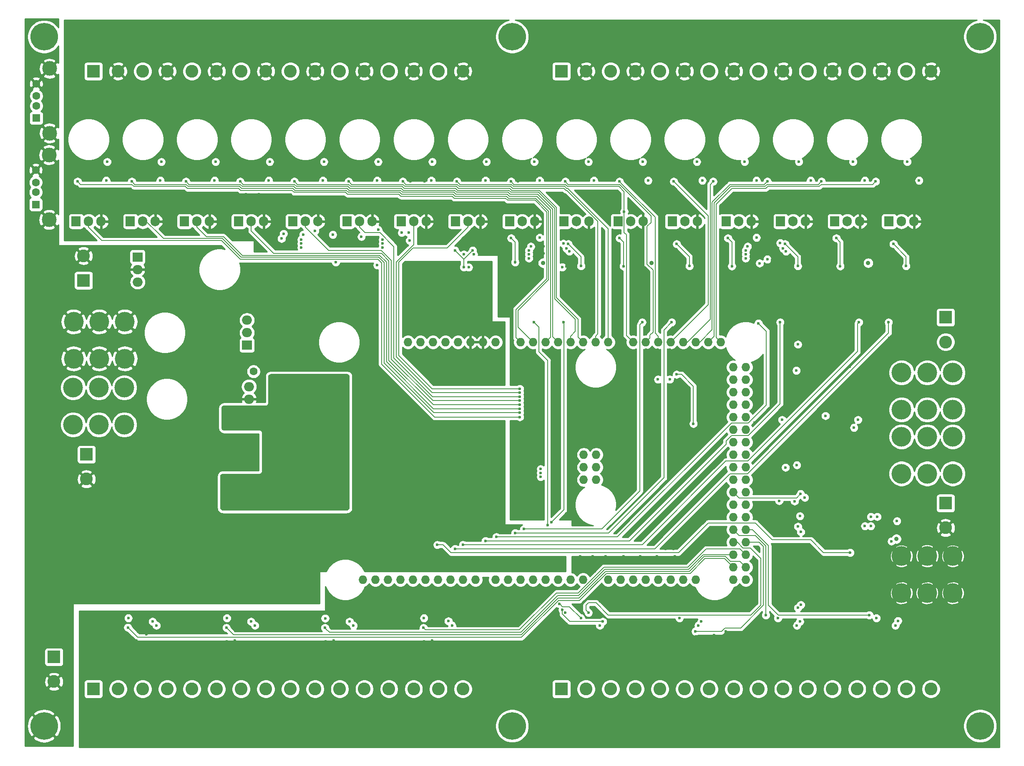
<source format=gbr>
G04 #@! TF.GenerationSoftware,KiCad,Pcbnew,(5.1.5)-3*
G04 #@! TF.CreationDate,2020-07-21T05:49:22-04:00*
G04 #@! TF.ProjectId,PCB,5043422e-6b69-4636-9164-5f7063625858,0*
G04 #@! TF.SameCoordinates,Original*
G04 #@! TF.FileFunction,Copper,L3,Inr*
G04 #@! TF.FilePolarity,Positive*
%FSLAX46Y46*%
G04 Gerber Fmt 4.6, Leading zero omitted, Abs format (unit mm)*
G04 Created by KiCad (PCBNEW (5.1.5)-3) date 2020-07-21 05:49:22*
%MOMM*%
%LPD*%
G04 APERTURE LIST*
%ADD10C,4.000000*%
%ADD11O,1.727200X1.727200*%
%ADD12O,1.905000X2.000000*%
%ADD13R,1.905000X2.000000*%
%ADD14R,2.600000X2.600000*%
%ADD15C,2.600000*%
%ADD16C,5.600000*%
%ADD17O,2.000000X1.905000*%
%ADD18R,2.000000X1.905000*%
%ADD19C,3.000000*%
%ADD20R,1.600000X1.600000*%
%ADD21C,1.600000*%
%ADD22C,0.600000*%
%ADD23C,0.900000*%
%ADD24C,0.200000*%
%ADD25C,0.254000*%
G04 APERTURE END LIST*
D10*
X305050000Y-145240000D03*
X305050000Y-152760000D03*
X310250000Y-145240000D03*
X310250000Y-152760000D03*
X315450000Y-145240000D03*
X315450000Y-152760000D03*
X305050000Y-158240000D03*
X305050000Y-165760000D03*
X310250000Y-158240000D03*
X310250000Y-165760000D03*
X315450000Y-158240000D03*
X315450000Y-165760000D03*
D11*
X240527000Y-166980000D03*
X273420000Y-144120000D03*
X270880000Y-144120000D03*
X273420000Y-146660000D03*
X270880000Y-146660000D03*
X273420000Y-149200000D03*
X270880000Y-149200000D03*
X273420000Y-151740000D03*
X270880000Y-151740000D03*
X273420000Y-154280000D03*
X270880000Y-154280000D03*
X273420000Y-156820000D03*
X270880000Y-156820000D03*
X273420000Y-159360000D03*
X270880000Y-159360000D03*
X273420000Y-161900000D03*
X270880000Y-161900000D03*
X273420000Y-164440000D03*
X270880000Y-164440000D03*
X273420000Y-166980000D03*
X270880000Y-166980000D03*
X273420000Y-169520000D03*
X270880000Y-169520000D03*
X273420000Y-172060000D03*
X270880000Y-172060000D03*
X273420000Y-174600000D03*
X270880000Y-174600000D03*
X273420000Y-177140000D03*
X270880000Y-177140000D03*
X273420000Y-179680000D03*
X270880000Y-179680000D03*
X273420000Y-182220000D03*
X270880000Y-182220000D03*
X273420000Y-184760000D03*
X270880000Y-184760000D03*
X273420000Y-187300000D03*
X270880000Y-187300000D03*
X268340000Y-139040000D03*
X265800000Y-139040000D03*
X263260000Y-139040000D03*
X260720000Y-139040000D03*
X258180000Y-139040000D03*
X255640000Y-139040000D03*
X253100000Y-139040000D03*
X250560000Y-139040000D03*
X245480000Y-139040000D03*
X242940000Y-139040000D03*
X240400000Y-139040000D03*
X237860000Y-139040000D03*
X235320000Y-139040000D03*
X232780000Y-139040000D03*
X230240000Y-139040000D03*
X204840000Y-139040000D03*
X210936000Y-187300000D03*
X208396000Y-187300000D03*
X205856000Y-187300000D03*
X200776000Y-187300000D03*
X198236000Y-187300000D03*
X195696000Y-187300000D03*
X213476000Y-187300000D03*
X216016000Y-187300000D03*
X218556000Y-187300000D03*
X203316000Y-187300000D03*
X222620000Y-187300000D03*
X225160000Y-187300000D03*
X227700000Y-187300000D03*
X230240000Y-187300000D03*
X232780000Y-187300000D03*
X235320000Y-187300000D03*
X237860000Y-187300000D03*
X240400000Y-187300000D03*
X245480000Y-187300000D03*
X248020000Y-187300000D03*
X250560000Y-187300000D03*
X253100000Y-187300000D03*
X255640000Y-187300000D03*
X258180000Y-187300000D03*
X260720000Y-187300000D03*
X263260000Y-187300000D03*
X207380000Y-139040000D03*
X209920000Y-139040000D03*
X212460000Y-139040000D03*
X215000000Y-139040000D03*
X217540000Y-139040000D03*
X220080000Y-139040000D03*
X222620000Y-139040000D03*
X227700000Y-139040000D03*
X243067000Y-166980000D03*
X240527000Y-164440000D03*
X243067000Y-164440000D03*
X243067000Y-161900000D03*
X240527000Y-161900000D03*
D12*
X153576000Y-114508000D03*
X151036000Y-114508000D03*
D13*
X148496000Y-114508000D03*
D12*
X186576000Y-114508000D03*
X184036000Y-114508000D03*
D13*
X181496000Y-114508000D03*
D12*
X241576000Y-114508000D03*
X239036000Y-114508000D03*
D13*
X236496000Y-114508000D03*
D12*
X197576000Y-114508000D03*
X195036000Y-114508000D03*
D13*
X192496000Y-114508000D03*
D12*
X252576000Y-114508000D03*
X250036000Y-114508000D03*
D13*
X247496000Y-114508000D03*
D14*
X141000000Y-209500000D03*
D15*
X146000000Y-209500000D03*
X151000000Y-209500000D03*
X156000000Y-209500000D03*
X161000000Y-209500000D03*
X166000000Y-209500000D03*
X171000000Y-209500000D03*
X176000000Y-209500000D03*
X181000000Y-209500000D03*
X186000000Y-209500000D03*
X191000000Y-209500000D03*
X196000000Y-209500000D03*
X201000000Y-209500000D03*
X206000000Y-209500000D03*
X211000000Y-209500000D03*
X216000000Y-209500000D03*
D16*
X226000000Y-217000000D03*
X321000000Y-217000000D03*
X321000000Y-77000000D03*
X226000000Y-77000000D03*
X131000000Y-77000000D03*
X131000000Y-217000000D03*
D17*
X172585000Y-148060000D03*
X172585000Y-150600000D03*
D18*
X172585000Y-153140000D03*
D12*
X230576000Y-114508000D03*
X228036000Y-114508000D03*
D13*
X225496000Y-114508000D03*
D12*
X142576000Y-114508000D03*
X140036000Y-114508000D03*
D13*
X137496000Y-114508000D03*
D12*
X164576000Y-114508000D03*
X162036000Y-114508000D03*
D13*
X159496000Y-114508000D03*
D12*
X175576000Y-114508000D03*
X173036000Y-114508000D03*
D13*
X170496000Y-114508000D03*
D12*
X208576000Y-114508000D03*
X206036000Y-114508000D03*
D13*
X203496000Y-114508000D03*
D12*
X219576000Y-114508000D03*
X217036000Y-114508000D03*
D13*
X214496000Y-114508000D03*
D12*
X263576000Y-114508000D03*
X261036000Y-114508000D03*
D13*
X258496000Y-114508000D03*
D12*
X274576000Y-114508000D03*
X272036000Y-114508000D03*
D13*
X269496000Y-114508000D03*
D12*
X285576000Y-114508000D03*
X283036000Y-114508000D03*
D13*
X280496000Y-114508000D03*
D12*
X296576000Y-114508000D03*
X294036000Y-114508000D03*
D13*
X291496000Y-114508000D03*
D12*
X307576000Y-114508000D03*
X305036000Y-114508000D03*
D13*
X302496000Y-114508000D03*
D17*
X172170208Y-134564999D03*
X172170208Y-137104999D03*
D18*
X172170208Y-139644999D03*
D17*
X149965000Y-126815000D03*
X149965000Y-124275000D03*
D18*
X149965000Y-121735000D03*
D15*
X311000000Y-209500000D03*
X306000000Y-209500000D03*
X301000000Y-209500000D03*
X296000000Y-209500000D03*
X291000000Y-209500000D03*
X286000000Y-209500000D03*
X281000000Y-209500000D03*
X276000000Y-209500000D03*
X271000000Y-209500000D03*
X266000000Y-209500000D03*
X261000000Y-209500000D03*
X256000000Y-209500000D03*
X251000000Y-209500000D03*
X246000000Y-209500000D03*
X241000000Y-209500000D03*
D14*
X236000000Y-209500000D03*
D15*
X216000000Y-84000000D03*
X211000000Y-84000000D03*
X206000000Y-84000000D03*
X201000000Y-84000000D03*
X196000000Y-84000000D03*
X191000000Y-84000000D03*
X186000000Y-84000000D03*
X181000000Y-84000000D03*
X176000000Y-84000000D03*
X171000000Y-84000000D03*
X166000000Y-84000000D03*
X161000000Y-84000000D03*
X156000000Y-84000000D03*
X151000000Y-84000000D03*
X146000000Y-84000000D03*
D14*
X141000000Y-84000000D03*
D10*
X147300000Y-155810000D03*
X147300000Y-148290000D03*
X142100000Y-155810000D03*
X142100000Y-148290000D03*
X136900000Y-155810000D03*
X136900000Y-148290000D03*
X137000000Y-134875000D03*
X137000000Y-142395000D03*
X142200000Y-134875000D03*
X142200000Y-142395000D03*
X147400000Y-134875000D03*
X147400000Y-142395000D03*
D15*
X133000000Y-208000000D03*
D14*
X133000000Y-203000000D03*
X139600000Y-161850000D03*
D15*
X139600000Y-166850000D03*
D14*
X236000000Y-84000000D03*
D15*
X241000000Y-84000000D03*
X246000000Y-84000000D03*
X251000000Y-84000000D03*
X256000000Y-84000000D03*
X261000000Y-84000000D03*
X266000000Y-84000000D03*
X271000000Y-84000000D03*
X276000000Y-84000000D03*
X281000000Y-84000000D03*
X286000000Y-84000000D03*
X291000000Y-84000000D03*
X296000000Y-84000000D03*
X301000000Y-84000000D03*
X306000000Y-84000000D03*
X311000000Y-84000000D03*
D14*
X139000000Y-126500000D03*
D15*
X139000000Y-121500000D03*
D19*
X132010000Y-101005000D03*
X132010000Y-114145000D03*
D20*
X129300000Y-111075000D03*
D21*
X129300000Y-108575000D03*
X129300000Y-106575000D03*
X129300000Y-104075000D03*
X129400000Y-86525000D03*
X129400000Y-89025000D03*
X129400000Y-91025000D03*
D20*
X129400000Y-93525000D03*
D19*
X132110000Y-96595000D03*
X132110000Y-83455000D03*
D10*
X305050000Y-182490000D03*
X305050000Y-190010000D03*
X310250000Y-182490000D03*
X310250000Y-190010000D03*
X315450000Y-182490000D03*
X315450000Y-190010000D03*
D14*
X314000000Y-134000000D03*
D15*
X314000000Y-139000000D03*
D14*
X314000000Y-171750000D03*
D15*
X314000000Y-176750000D03*
D22*
X258000000Y-146600000D03*
X255600000Y-146600000D03*
X175750000Y-156250000D03*
X176750000Y-156250000D03*
X177750000Y-156250000D03*
X178750000Y-156250000D03*
X179750000Y-156250000D03*
D21*
X173500000Y-145000000D03*
D22*
X176000000Y-157750000D03*
X177000000Y-157750000D03*
X178000000Y-157750000D03*
X179000000Y-157750000D03*
X179750000Y-158500000D03*
X178500000Y-158500000D03*
X177500000Y-158500000D03*
X176500000Y-158500000D03*
X176000000Y-159250000D03*
X177000000Y-159250000D03*
X178000000Y-159250000D03*
X179000000Y-159250000D03*
X179750000Y-160000000D03*
X178500000Y-160000000D03*
X177500000Y-160000000D03*
X176500000Y-160000000D03*
X176000000Y-160750000D03*
X177000000Y-160750000D03*
X178000000Y-160750000D03*
X179000000Y-160750000D03*
X179750000Y-161500000D03*
X178500000Y-161500000D03*
X177500000Y-161500000D03*
X176500000Y-161500000D03*
X175750000Y-163250000D03*
X176750000Y-163250000D03*
X177750000Y-163250000D03*
X178750000Y-163250000D03*
X179750000Y-163250000D03*
X181250000Y-157500000D03*
X181250000Y-160500000D03*
X181250000Y-159500000D03*
X181250000Y-161500000D03*
X181250000Y-158500000D03*
X181600000Y-129500000D03*
X181600000Y-132000000D03*
X189200000Y-129500000D03*
X189200000Y-132000000D03*
X185400000Y-129500000D03*
X185400000Y-132000000D03*
X208800000Y-159800000D03*
X206600000Y-157800000D03*
X204400000Y-155600000D03*
X202200000Y-153600000D03*
X200000000Y-151400000D03*
X197800000Y-149400000D03*
X211400000Y-157600000D03*
X209200000Y-155600000D03*
X207000000Y-153400000D03*
X204800000Y-151400000D03*
X202600000Y-149200000D03*
X200400000Y-147200000D03*
X223150000Y-183200000D03*
X224550000Y-185200000D03*
X223150000Y-185200000D03*
X224550000Y-183200000D03*
X216900000Y-183200000D03*
X218300000Y-185200000D03*
X216900000Y-185200000D03*
X218300000Y-183200000D03*
X210650000Y-183200000D03*
X212050000Y-185200000D03*
X210650000Y-185200000D03*
X212050000Y-183200000D03*
X207569800Y-185232300D03*
X207569800Y-183232300D03*
X235650000Y-183200000D03*
X235650000Y-185200000D03*
X230800000Y-183200000D03*
X229400000Y-183200000D03*
X229400000Y-185200000D03*
X230800000Y-185200000D03*
X222000000Y-147400000D03*
X222000000Y-155200000D03*
X220000000Y-155200000D03*
X220000000Y-147400000D03*
X218000000Y-147400000D03*
X216000000Y-147400000D03*
X214000000Y-147400000D03*
X212000000Y-147400000D03*
X210000000Y-147400000D03*
X210000000Y-155200000D03*
X212000000Y-155200000D03*
X214000000Y-155200000D03*
X216000000Y-155200000D03*
X218000000Y-155200000D03*
X223000000Y-168800000D03*
X219600000Y-168800000D03*
X223000000Y-166200000D03*
X219600000Y-166200000D03*
X215400000Y-166200000D03*
X217600000Y-164000000D03*
X215600000Y-162000000D03*
X213200000Y-164000000D03*
X213600000Y-159800000D03*
X211000000Y-162000000D03*
X208600000Y-145600000D03*
X206800000Y-143600000D03*
X204400000Y-141000000D03*
X204400000Y-137400000D03*
X204400000Y-135000000D03*
X204400000Y-133000000D03*
X204400000Y-130800000D03*
X204400000Y-127200000D03*
X204400000Y-124600000D03*
X204400000Y-123200000D03*
X196800000Y-124200000D03*
X197000000Y-127200000D03*
X197000000Y-130800000D03*
X197000000Y-134400000D03*
X170400000Y-132000000D03*
X170400000Y-129500000D03*
X174000000Y-129500000D03*
X174000000Y-132000000D03*
X177800000Y-129500000D03*
X177800000Y-132000000D03*
X197000000Y-137400000D03*
X197000000Y-141000000D03*
X197000000Y-143800000D03*
X197000000Y-146600000D03*
X191800000Y-133000000D03*
X194600000Y-135600000D03*
X194000000Y-131000000D03*
X182200000Y-141800000D03*
X178800000Y-141800000D03*
X176000000Y-138200000D03*
X178200000Y-135800000D03*
X176200000Y-133600000D03*
X174000000Y-136000000D03*
X224000000Y-137250000D03*
X221750000Y-137250000D03*
X221750000Y-135500000D03*
X224000000Y-140750000D03*
X220250000Y-135500000D03*
X220250000Y-137250000D03*
X196750000Y-185000000D03*
X180750000Y-191500000D03*
X179750000Y-175250000D03*
X171750000Y-185250000D03*
X175250000Y-175000000D03*
X166750000Y-183500000D03*
X155250000Y-184000000D03*
X151250000Y-184000000D03*
X144750000Y-170250000D03*
X147750000Y-167250000D03*
X168750000Y-146250000D03*
X174750000Y-148000000D03*
X163500000Y-150500000D03*
X163250000Y-143500000D03*
X157500000Y-124250000D03*
X146000000Y-128750000D03*
X146250000Y-124250000D03*
D23*
X298270000Y-122940000D03*
X254270000Y-122940000D03*
X232270000Y-122940000D03*
X304000000Y-179000000D03*
D22*
X276250000Y-123000000D03*
X151600000Y-103200000D03*
X148400000Y-103200000D03*
X162600000Y-103200000D03*
X159400000Y-103200000D03*
X173600000Y-103200000D03*
X170400000Y-103200000D03*
X184600000Y-103000000D03*
X181400000Y-103000000D03*
X255600000Y-140600000D03*
X258000000Y-140600000D03*
X253200000Y-144600000D03*
X250800000Y-144600000D03*
X250800000Y-142600000D03*
X253200000Y-140600000D03*
X255600000Y-142600000D03*
X185600000Y-106200000D03*
X183000000Y-106200000D03*
X163600000Y-106200000D03*
X163600000Y-109000000D03*
X161000000Y-109000000D03*
X161000000Y-106200000D03*
X152600000Y-106200000D03*
X152600000Y-108400000D03*
X150000000Y-108400000D03*
X150000000Y-106200000D03*
X141600000Y-106200000D03*
X141600000Y-108200000D03*
X139000000Y-108200000D03*
X139000000Y-106200000D03*
X258000000Y-144600000D03*
X255600000Y-144600000D03*
X258000000Y-142600000D03*
X155550000Y-200000000D03*
X151350000Y-200000000D03*
X148150000Y-200800000D03*
X143350000Y-202400000D03*
X143350000Y-200000000D03*
X140950000Y-202400000D03*
X145750000Y-202400000D03*
X148150000Y-199800000D03*
X175550000Y-200000000D03*
X171350000Y-200000000D03*
X168150000Y-200800000D03*
X163350000Y-202400000D03*
X163350000Y-200000000D03*
X160950000Y-202400000D03*
X165750000Y-202400000D03*
X168150000Y-199800000D03*
X195550000Y-200000000D03*
X191350000Y-200000000D03*
X188150000Y-200800000D03*
X183350000Y-202400000D03*
X183350000Y-200000000D03*
X180950000Y-202400000D03*
X185750000Y-202400000D03*
X188150000Y-199800000D03*
X215550000Y-200000000D03*
X211350000Y-200000000D03*
X208150000Y-200800000D03*
X203350000Y-202400000D03*
X203350000Y-200000000D03*
X200950000Y-202400000D03*
X205750000Y-202400000D03*
X208150000Y-199800000D03*
X215750000Y-202600000D03*
X203350000Y-197100000D03*
X209750000Y-200700000D03*
X209750000Y-199700000D03*
X213950000Y-200000000D03*
X213350000Y-202600000D03*
X215750000Y-203800000D03*
X212750000Y-200000000D03*
X210950000Y-202600000D03*
X210950000Y-203800000D03*
X213350000Y-203800000D03*
X205150000Y-200000000D03*
X236200000Y-202400000D03*
X238600000Y-200000000D03*
X240000000Y-198600000D03*
X243400000Y-199800000D03*
X243400000Y-200800000D03*
X243400000Y-198800000D03*
X238600000Y-202400000D03*
X241000000Y-202400000D03*
X280000000Y-198600000D03*
X246600000Y-200000000D03*
X278600000Y-200000000D03*
X286600000Y-200000000D03*
X283400000Y-199800000D03*
X283400000Y-200800000D03*
X283400000Y-198800000D03*
X290600000Y-200000000D03*
X278600000Y-202400000D03*
X281000000Y-202400000D03*
X298600000Y-200500000D03*
X306600000Y-200000000D03*
X303400000Y-199800000D03*
X303400000Y-200800000D03*
X303400000Y-198800000D03*
X310600000Y-200000000D03*
X301000000Y-202400000D03*
X237000000Y-123600000D03*
X303000000Y-103600000D03*
X303000000Y-105800000D03*
X301800000Y-103200000D03*
X301800000Y-101800000D03*
X299600000Y-103200000D03*
X299600000Y-101800000D03*
X292000000Y-103600000D03*
X292000000Y-105800000D03*
X290800000Y-103200000D03*
X290800000Y-101800000D03*
X288600000Y-103200000D03*
X288600000Y-101800000D03*
X281000000Y-103600000D03*
X281000000Y-105800000D03*
X279800000Y-103200000D03*
X279800000Y-101800000D03*
X277600000Y-103200000D03*
X277600000Y-101800000D03*
X226000000Y-103600000D03*
X227200000Y-106400000D03*
X224800000Y-101800000D03*
X222600000Y-103000000D03*
X224800000Y-103200000D03*
X222600000Y-101600000D03*
X237000000Y-103600000D03*
X238200000Y-106200000D03*
X235800000Y-101800000D03*
X233600000Y-103200000D03*
X235800000Y-103200000D03*
X233600000Y-101800000D03*
X248000000Y-103600000D03*
X249200000Y-106400000D03*
X246800000Y-101800000D03*
X244600000Y-103200000D03*
X246800000Y-103200000D03*
X244600000Y-101800000D03*
X259000000Y-103600000D03*
X260200000Y-106400000D03*
X257800000Y-103200000D03*
X257800000Y-101800000D03*
X255600000Y-103200000D03*
X255600000Y-101800000D03*
X153350000Y-202600000D03*
X153950000Y-200000000D03*
X140950000Y-203800000D03*
X150950000Y-202600000D03*
X145150000Y-200000000D03*
X141550000Y-200000000D03*
X150950000Y-203800000D03*
X152750000Y-200000000D03*
X153350000Y-203800000D03*
X155750000Y-203800000D03*
X145750000Y-203800000D03*
X143350000Y-203800000D03*
X155750000Y-202600000D03*
X143200000Y-197000000D03*
X149750000Y-200700000D03*
X149750000Y-199700000D03*
X173350000Y-202600000D03*
X173950000Y-200000000D03*
X160950000Y-203800000D03*
X170950000Y-202600000D03*
X161550000Y-200000000D03*
X170950000Y-203800000D03*
X172750000Y-200000000D03*
X173350000Y-203800000D03*
X175750000Y-203800000D03*
X165750000Y-203800000D03*
X163350000Y-203800000D03*
X175750000Y-202600000D03*
X162800000Y-197100000D03*
X169750000Y-200700000D03*
X169750000Y-199700000D03*
X193350000Y-202600000D03*
X193950000Y-200000000D03*
X180950000Y-203800000D03*
X190950000Y-202600000D03*
X185150000Y-200000000D03*
X181550000Y-200000000D03*
X190950000Y-203800000D03*
X192750000Y-200000000D03*
X193350000Y-203800000D03*
X195750000Y-203800000D03*
X185750000Y-203800000D03*
X183350000Y-203800000D03*
X195750000Y-202600000D03*
X183350000Y-197100000D03*
X189750000Y-200700000D03*
X189750000Y-199700000D03*
X200950000Y-203800000D03*
X205750000Y-203800000D03*
X203350000Y-203800000D03*
X201550000Y-200000000D03*
X305000000Y-198800000D03*
X305000000Y-199800000D03*
X305000000Y-200800000D03*
X307000000Y-198600000D03*
X298600000Y-197200000D03*
X308400000Y-197200000D03*
X300000000Y-198600000D03*
X236800000Y-200000000D03*
X236200000Y-203800000D03*
X238600000Y-203800000D03*
X241000000Y-203800000D03*
X240400000Y-200000000D03*
X246200000Y-202600000D03*
X248000000Y-200000000D03*
X249200000Y-200000000D03*
X246200000Y-203800000D03*
X248600000Y-203800000D03*
X248600000Y-202600000D03*
X251000000Y-203800000D03*
X251000000Y-202600000D03*
X306200000Y-202600000D03*
X308000000Y-200000000D03*
X309200000Y-200000000D03*
X306200000Y-203800000D03*
X308600000Y-203800000D03*
X308600000Y-202600000D03*
X311000000Y-203800000D03*
X311000000Y-202600000D03*
X296800000Y-200000000D03*
X296200000Y-203800000D03*
X298600000Y-203800000D03*
X301000000Y-203800000D03*
X300400000Y-200000000D03*
X288000000Y-200000000D03*
X289200000Y-200000000D03*
X288600000Y-203800000D03*
X288600000Y-202600000D03*
X291000000Y-203800000D03*
X291000000Y-202600000D03*
X276800000Y-200000000D03*
X276200000Y-203800000D03*
X278600000Y-203800000D03*
X281000000Y-203800000D03*
X280400000Y-200000000D03*
X266200000Y-202600000D03*
X268000000Y-200000000D03*
X269200000Y-200000000D03*
X266600000Y-200000000D03*
X266200000Y-203800000D03*
X268600000Y-203800000D03*
X268600000Y-202600000D03*
X271000000Y-203800000D03*
X271000000Y-202600000D03*
X270600000Y-200000000D03*
X263400000Y-198800000D03*
X263400000Y-200800000D03*
X263400000Y-199800000D03*
X265200000Y-198800000D03*
X265200000Y-199800000D03*
X265200000Y-200800000D03*
X267000000Y-198600000D03*
X258600000Y-197200000D03*
X269400000Y-197800000D03*
X260000000Y-198600000D03*
X245000000Y-198700000D03*
X245000000Y-199700000D03*
X245000000Y-200700000D03*
X238600000Y-197100000D03*
X248400000Y-197100000D03*
X293600000Y-197200000D03*
X297000000Y-197200000D03*
X290400000Y-197200000D03*
X293600000Y-192800000D03*
X297000000Y-192800000D03*
X290400000Y-192800000D03*
X285000000Y-198800000D03*
X285000000Y-200800000D03*
X285000000Y-199800000D03*
X287000000Y-198600000D03*
X288400000Y-197200000D03*
X278600000Y-197200000D03*
X258600000Y-202400000D03*
X258600000Y-204000000D03*
X258600000Y-200000000D03*
X260400000Y-200000000D03*
X256800000Y-200000000D03*
X261000000Y-203800000D03*
X261000000Y-202400000D03*
X256200000Y-202400000D03*
X256200000Y-203800000D03*
X286200000Y-203800000D03*
X286200000Y-202600000D03*
X151800000Y-198400000D03*
X154200000Y-197800000D03*
X268800000Y-103200000D03*
X266600000Y-103200000D03*
X266600000Y-101800000D03*
X268800000Y-101800000D03*
X270000000Y-103600000D03*
X270000000Y-105800000D03*
X278800000Y-122400000D03*
X276600000Y-121600000D03*
X277400000Y-121000000D03*
X280800000Y-123800000D03*
X292400000Y-137800000D03*
X294400000Y-137800000D03*
X298400000Y-137800000D03*
X299800000Y-137800000D03*
X302600000Y-138200000D03*
X300000000Y-141200000D03*
X301400000Y-140200000D03*
X311250000Y-139500000D03*
X307750000Y-139500000D03*
X293600000Y-142200000D03*
X292600000Y-142200000D03*
X291400000Y-142200000D03*
X292000000Y-143600000D03*
X294500000Y-144000000D03*
X303300000Y-141900000D03*
X304700000Y-141900000D03*
X306100000Y-141900000D03*
X232400000Y-119600000D03*
X232400000Y-121000000D03*
X232200000Y-147400000D03*
X232200000Y-145400000D03*
X232200000Y-143400000D03*
X231600000Y-142400000D03*
X230600000Y-141400000D03*
X232600000Y-140800000D03*
X233600000Y-141800000D03*
X234200000Y-143400000D03*
X234200000Y-145400000D03*
X234200000Y-147400000D03*
X235400000Y-147400000D03*
X235400000Y-145400000D03*
X235400000Y-143400000D03*
X237600000Y-143400000D03*
X237600000Y-145400000D03*
X237600000Y-147400000D03*
X232200000Y-155200000D03*
X234200000Y-155200000D03*
X234200000Y-157200000D03*
X232200000Y-157200000D03*
X234200000Y-159200000D03*
X232200000Y-159200000D03*
X234200000Y-161200000D03*
X232200000Y-161200000D03*
X234200000Y-163200000D03*
X232200000Y-163200000D03*
X235400000Y-155200000D03*
X235400000Y-157200000D03*
X235400000Y-159200000D03*
X235400000Y-161200000D03*
X235400000Y-163200000D03*
X237600000Y-161200000D03*
X237600000Y-159200000D03*
X237600000Y-157200000D03*
X237600000Y-155200000D03*
X250800000Y-200000000D03*
X294200000Y-157000000D03*
X294400000Y-154000000D03*
X250800000Y-155200000D03*
X253200000Y-155200000D03*
X250800000Y-157200000D03*
X253200000Y-157200000D03*
X253200000Y-159200000D03*
X250800000Y-159200000D03*
X255600000Y-155200000D03*
X255600000Y-157200000D03*
X255600000Y-159200000D03*
X258000000Y-159200000D03*
X258000000Y-157200000D03*
X258000000Y-155200000D03*
X258000000Y-162200000D03*
X255600000Y-162200000D03*
X253200000Y-162200000D03*
X250800000Y-162200000D03*
X250800000Y-164400000D03*
X253200000Y-164400000D03*
X253200000Y-166400000D03*
X250800000Y-166400000D03*
X250800000Y-168400000D03*
X253200000Y-168400000D03*
X255600000Y-164400000D03*
X258000000Y-164400000D03*
X258000000Y-166400000D03*
X255600000Y-166400000D03*
X267800000Y-163200000D03*
X263600000Y-164000000D03*
X260400000Y-167200000D03*
X258600000Y-169000000D03*
X256000000Y-171600000D03*
X253800000Y-173800000D03*
X251600000Y-176000000D03*
X249400000Y-178200000D03*
X260400000Y-159400000D03*
X261800000Y-162000000D03*
X266000000Y-161400000D03*
X265200000Y-165600000D03*
X262400000Y-168400000D03*
X260200000Y-170600000D03*
X258000000Y-172800000D03*
X255800000Y-175000000D03*
X253400000Y-177400000D03*
X251600000Y-179200000D03*
X254200000Y-180000000D03*
X258200000Y-176000000D03*
X262400000Y-171800000D03*
X267200000Y-167000000D03*
X257200000Y-181000000D03*
X259000000Y-179200000D03*
X258800000Y-181000000D03*
X260400000Y-179200000D03*
X260800000Y-177200000D03*
X262000000Y-177200000D03*
X263000000Y-175000000D03*
X264200000Y-175000000D03*
X265000000Y-173000000D03*
X266400000Y-171600000D03*
X268400000Y-169400000D03*
X268000000Y-173000000D03*
X269000000Y-174800000D03*
X266600000Y-174800000D03*
X269000000Y-176600000D03*
X266600000Y-176600000D03*
X265000000Y-178200000D03*
X263600000Y-179600000D03*
X262400000Y-180800000D03*
X261000000Y-182000000D03*
X261000000Y-184000000D03*
X263200000Y-182000000D03*
X264800000Y-180200000D03*
X266600000Y-180200000D03*
X269000000Y-180200000D03*
X267800000Y-178400000D03*
X259000000Y-182600000D03*
X259000000Y-184000000D03*
X255400000Y-182600000D03*
X255400000Y-184000000D03*
X252000000Y-182600000D03*
X252000000Y-184000000D03*
X248600000Y-184000000D03*
X248600000Y-182600000D03*
X245000000Y-182600000D03*
X245000000Y-184000000D03*
X242800000Y-185600000D03*
X241600000Y-184400000D03*
X239800000Y-182600000D03*
X242400000Y-182600000D03*
X244400000Y-116600000D03*
X244400000Y-118800000D03*
X242200000Y-118600000D03*
X242200000Y-117000000D03*
X245200000Y-114200000D03*
X247600000Y-116600000D03*
X244400000Y-124200000D03*
X244400000Y-126400000D03*
X242400000Y-127800000D03*
X246600000Y-128000000D03*
X244400000Y-128000000D03*
X244400000Y-129800000D03*
X244400000Y-132000000D03*
X244400000Y-133600000D03*
X244400000Y-135600000D03*
X242400000Y-135600000D03*
X242400000Y-129800000D03*
X242400000Y-131200000D03*
X246600000Y-129800000D03*
X246600000Y-132000000D03*
X246600000Y-133600000D03*
X246600000Y-135600000D03*
X253200000Y-146600000D03*
X250800000Y-146600000D03*
X247800000Y-155200000D03*
X247800000Y-147400000D03*
X247800000Y-159200000D03*
X247800000Y-162200000D03*
X247800000Y-164400000D03*
X245200000Y-164400000D03*
X245400000Y-162200000D03*
X245400000Y-159200000D03*
X229600000Y-166400000D03*
X228000000Y-165000000D03*
X226400000Y-163600000D03*
X227800000Y-160000000D03*
X229600000Y-161600000D03*
X231000000Y-163000000D03*
X226600000Y-166200000D03*
X226600000Y-168800000D03*
X229800000Y-168800000D03*
X260600000Y-147600000D03*
X260400000Y-155200000D03*
X260400000Y-157200000D03*
X264800000Y-147600000D03*
X267600000Y-145200000D03*
X275400000Y-160400000D03*
X275400000Y-158400000D03*
X275200000Y-155400000D03*
X275400000Y-163000000D03*
X275400000Y-165800000D03*
X275400000Y-168800000D03*
X275400000Y-172000000D03*
X278000000Y-169600000D03*
X278000000Y-172000000D03*
X275200000Y-174800000D03*
X277600000Y-176200000D03*
X279200000Y-178200000D03*
X281800000Y-178200000D03*
X279200000Y-180400000D03*
X281800000Y-180400000D03*
X285800000Y-178200000D03*
X285800000Y-180400000D03*
X288200000Y-179200000D03*
X287600000Y-181800000D03*
X290200000Y-182800000D03*
X290200000Y-180800000D03*
X292400000Y-180800000D03*
X292400000Y-182800000D03*
X172000000Y-106200000D03*
X172000000Y-109000000D03*
X174600000Y-106200000D03*
X174600000Y-109000000D03*
X219600000Y-112400000D03*
X219400000Y-106200000D03*
X216400000Y-106200000D03*
X215600000Y-112400000D03*
X208800000Y-112400000D03*
X202400000Y-112600000D03*
X205400000Y-106400000D03*
X208200000Y-106400000D03*
X197400000Y-106200000D03*
X194600000Y-106200000D03*
X198000000Y-112400000D03*
X191200000Y-112600000D03*
X188600000Y-112600000D03*
X182600000Y-112600000D03*
X180200000Y-112400000D03*
X175800000Y-112400000D03*
X171600000Y-112400000D03*
X169200000Y-112400000D03*
X165000000Y-112400000D03*
X160600000Y-112600000D03*
X223800000Y-112400000D03*
X226600000Y-112400000D03*
X230800000Y-112400000D03*
X240400000Y-113000000D03*
X243000000Y-112200000D03*
X241200000Y-106200000D03*
X241800000Y-108600000D03*
X239600000Y-108600000D03*
X140600000Y-103000000D03*
X137400000Y-103000000D03*
X137400000Y-103000000D03*
X279200000Y-184000000D03*
X279200000Y-186000000D03*
X279200000Y-188000000D03*
X279200000Y-190000000D03*
X279200000Y-192000000D03*
X275200000Y-192000000D03*
X275200000Y-190000000D03*
X275200000Y-188000000D03*
X275200000Y-184000000D03*
X276000000Y-181000000D03*
X259000000Y-189000000D03*
X255400000Y-189000000D03*
X252000000Y-189000000D03*
X248600000Y-189000000D03*
X245000000Y-189000000D03*
X301600000Y-194400000D03*
X301600000Y-192800000D03*
X256200000Y-178000000D03*
X269000000Y-165200000D03*
X260400000Y-174000000D03*
X264800000Y-169400000D03*
X264000000Y-156000000D03*
X266000000Y-156000000D03*
X264000000Y-158000000D03*
X266000000Y-158000000D03*
X264000000Y-160000000D03*
X136000000Y-74500000D03*
X137500000Y-77500000D03*
X145750000Y-74750000D03*
X156250000Y-74500000D03*
X159250000Y-77250000D03*
X167750000Y-74750000D03*
X170250000Y-77500000D03*
X178750000Y-75000000D03*
X181250000Y-78250000D03*
X190000000Y-74750000D03*
X191500000Y-78750000D03*
X201000000Y-75250000D03*
X202750000Y-79000000D03*
X212000000Y-76000000D03*
X213750000Y-79500000D03*
X222000000Y-74500000D03*
X228000000Y-82750000D03*
X230000000Y-74750000D03*
X239250000Y-74750000D03*
X241250000Y-77750000D03*
X250000000Y-75000000D03*
X252250000Y-78250000D03*
X261000000Y-75250000D03*
X263000000Y-79000000D03*
X272500000Y-76250000D03*
X274000000Y-80750000D03*
X276500000Y-87500000D03*
X265250000Y-88250000D03*
X254250000Y-88250000D03*
X243500000Y-88750000D03*
X232250000Y-87500000D03*
X284000000Y-75750000D03*
X284500000Y-81000000D03*
X287500000Y-87500000D03*
X294000000Y-74500000D03*
X296000000Y-78250000D03*
X305000000Y-75000000D03*
X307000000Y-79000000D03*
X303000000Y-82000000D03*
X294000000Y-87750000D03*
X316750000Y-74750000D03*
X323750000Y-81500000D03*
X324000000Y-99000000D03*
X324000000Y-119250000D03*
X324000000Y-137250000D03*
X303750000Y-117250000D03*
X303500000Y-112250000D03*
X292500000Y-112250000D03*
X292500000Y-116750000D03*
X281500000Y-116750000D03*
X281500000Y-112500000D03*
X270500000Y-112500000D03*
X259500000Y-112500000D03*
X259750000Y-117000000D03*
X271000000Y-116500000D03*
X237000000Y-116750000D03*
X226750000Y-116500000D03*
X229000000Y-124250000D03*
X292250000Y-135500000D03*
X288500000Y-124500000D03*
X276500000Y-133750000D03*
X276500000Y-131750000D03*
X272500000Y-133000000D03*
X272500000Y-134250000D03*
X279000000Y-132750000D03*
X275500000Y-143500000D03*
X275500000Y-148250000D03*
X290250000Y-156250000D03*
X285500000Y-156250000D03*
X324000000Y-152000000D03*
X324000000Y-165250000D03*
X324250000Y-178000000D03*
X324250000Y-190500000D03*
X324250000Y-203000000D03*
X324250000Y-213750000D03*
X317250000Y-220250000D03*
X303000000Y-220250000D03*
X287500000Y-220250000D03*
X274250000Y-220250000D03*
X259750000Y-220250000D03*
X245250000Y-220250000D03*
X228500000Y-220250000D03*
X213500000Y-220250000D03*
X196250000Y-220250000D03*
X176500000Y-220250000D03*
X162750000Y-220250000D03*
X149000000Y-220250000D03*
X138750000Y-216250000D03*
X214250000Y-193750000D03*
X220750000Y-193750000D03*
X229000000Y-193750000D03*
X229500000Y-200000000D03*
X219250000Y-200250000D03*
X230500000Y-102400000D03*
X241500000Y-102400000D03*
X252500000Y-102400000D03*
X143800000Y-102400000D03*
X154800000Y-102400000D03*
X165800000Y-102400000D03*
X176800000Y-102400000D03*
X187800000Y-102400000D03*
X198800000Y-102400000D03*
X209800000Y-102400000D03*
X220800000Y-102400000D03*
X306200000Y-102400000D03*
X295200000Y-102400000D03*
X284200000Y-102400000D03*
X273200000Y-102400000D03*
X263500000Y-102400000D03*
X237600000Y-120600000D03*
X281600000Y-120600000D03*
X189600000Y-117200000D03*
X205200000Y-118400000D03*
X280200000Y-171283601D03*
X280800000Y-154800000D03*
X233200000Y-176200000D03*
X230400000Y-135000000D03*
X234000000Y-175600000D03*
X236400000Y-135000000D03*
X226600000Y-122800000D03*
X225800000Y-117900000D03*
X239981250Y-123581250D03*
X237400000Y-119100000D03*
X210800000Y-180200000D03*
X294600000Y-181800000D03*
X252400000Y-135000000D03*
X252400000Y-135000000D03*
X228400000Y-177000000D03*
X258400000Y-135000000D03*
X258400000Y-135000000D03*
X226600000Y-177800000D03*
X247800000Y-117900000D03*
X248600000Y-123600000D03*
X259400000Y-119100000D03*
X261981250Y-123581250D03*
X222800000Y-178600000D03*
X276000000Y-135200000D03*
X280400000Y-135000000D03*
X220600000Y-179400000D03*
X270600000Y-123600000D03*
X269800000Y-117900000D03*
X281400000Y-119100000D03*
X283981250Y-123581250D03*
X296400000Y-135000000D03*
X216000000Y-180200000D03*
X292600000Y-123600000D03*
X291800000Y-117900000D03*
X303400000Y-119100000D03*
X305981250Y-123581250D03*
X284416487Y-174358523D03*
X284000000Y-139500000D03*
X281500000Y-164500000D03*
X283800000Y-164000000D03*
X283699998Y-144800000D03*
X227550000Y-154250000D03*
X227550000Y-153350006D03*
X227550000Y-152550003D03*
X227550000Y-151750000D03*
X227550000Y-150900009D03*
X227550000Y-150100006D03*
X227550000Y-149300003D03*
X227550000Y-148500000D03*
X137800000Y-106400000D03*
X148800000Y-106400000D03*
X159800000Y-106400000D03*
X170800000Y-106400000D03*
X181800000Y-106400000D03*
X192800000Y-106400000D03*
X203800000Y-106400000D03*
X214800000Y-106400000D03*
X248750000Y-112500000D03*
X225800000Y-106400000D03*
X236800000Y-106400000D03*
X247800000Y-106400000D03*
X258800000Y-106400000D03*
X266800000Y-106400000D03*
X277800000Y-106400000D03*
X288800000Y-106400000D03*
X299800000Y-106400000D03*
X304114265Y-175385735D03*
X303000000Y-179500000D03*
X199700000Y-119800000D03*
X229400000Y-122000006D03*
X299950000Y-195100000D03*
X279950000Y-195100000D03*
X239950000Y-195100000D03*
X259950000Y-195100000D03*
X208100000Y-195100000D03*
X188050000Y-195150000D03*
X168100000Y-195100000D03*
X148100000Y-195100000D03*
X235600000Y-192200000D03*
X283340139Y-171353044D03*
X273400000Y-122000006D03*
X183200000Y-119800000D03*
X231800000Y-164800000D03*
X148000000Y-197000000D03*
X213800000Y-196600000D03*
X193800000Y-196600000D03*
X173800000Y-196600000D03*
X303800000Y-196600000D03*
X283800000Y-196600000D03*
X263800000Y-196600000D03*
X199700000Y-119000000D03*
X229400000Y-121200003D03*
X231800000Y-165600000D03*
X273400000Y-121200003D03*
X183200000Y-119000000D03*
X217175735Y-123824265D03*
X218200000Y-121200000D03*
X216200000Y-121200000D03*
X284600000Y-177600000D03*
X284600000Y-192400000D03*
X243800000Y-196600000D03*
X153800000Y-196600000D03*
X236800000Y-193965687D03*
X193000000Y-195800000D03*
X173000000Y-195800000D03*
X284400000Y-195800000D03*
X264400000Y-195800000D03*
X199700000Y-118200000D03*
X229400000Y-120400000D03*
X236200000Y-193400000D03*
X284000000Y-176500000D03*
X231800000Y-166400000D03*
X284000000Y-193000000D03*
X273400000Y-120400000D03*
X183200000Y-118200000D03*
X216200000Y-123800000D03*
X214400000Y-120400000D03*
X218000000Y-120400000D03*
X244400000Y-195800000D03*
X153000000Y-195800000D03*
X304309626Y-195650242D03*
X213060006Y-195719992D03*
X168000000Y-197050000D03*
X188000000Y-197050000D03*
X208000000Y-197050000D03*
X198600000Y-123400000D03*
X220600000Y-106200000D03*
X205000000Y-116800000D03*
X209600000Y-106200000D03*
X203600000Y-116800000D03*
X198600000Y-106200000D03*
X198800000Y-116200000D03*
X187600000Y-106200000D03*
X195400000Y-117600000D03*
X236200000Y-123800000D03*
X259400000Y-145600000D03*
X262800000Y-155600000D03*
X264600000Y-106200000D03*
X264600000Y-106200000D03*
X237000000Y-120000000D03*
X253600000Y-106200000D03*
X236400000Y-119000000D03*
X242600000Y-106200000D03*
X231600000Y-117800000D03*
X231600000Y-106200000D03*
X229800000Y-119600000D03*
X277800000Y-122200000D03*
X281000000Y-120000000D03*
X308600000Y-106200000D03*
X297600000Y-106200000D03*
X280399994Y-118900000D03*
X275600000Y-117800000D03*
X286600000Y-106200000D03*
X273800000Y-119600000D03*
X275600000Y-106200000D03*
X143600000Y-106200000D03*
X179200000Y-118000000D03*
X154600000Y-106200000D03*
X179600000Y-117000000D03*
X165600000Y-106200000D03*
X183600000Y-117200000D03*
X176600000Y-106200000D03*
X186000000Y-116400000D03*
X190200000Y-122800000D03*
X296200000Y-154800000D03*
X285400000Y-170600000D03*
X284550000Y-169865000D03*
X289600000Y-154000000D03*
X295400000Y-156400000D03*
X241500000Y-194000000D03*
X263200000Y-197800000D03*
X277500000Y-194500000D03*
X298500000Y-194500000D03*
X300100000Y-174500000D03*
X298800000Y-176400000D03*
X297600000Y-176400000D03*
X298800000Y-174500000D03*
X302400000Y-135000000D03*
X214400000Y-181000000D03*
D24*
X231403601Y-141003601D02*
X231403601Y-136003601D01*
X233200000Y-142800000D02*
X231403601Y-141003601D01*
X233200000Y-176200000D02*
X233200000Y-142800000D01*
X231403601Y-136003601D02*
X230400000Y-135000000D01*
X236483601Y-173116399D02*
X234299999Y-175300001D01*
X236483601Y-135083601D02*
X236483601Y-173116399D01*
X234299999Y-175300001D02*
X234000000Y-175600000D01*
X236400000Y-135000000D02*
X236483601Y-135083601D01*
X226600000Y-122800000D02*
X226600000Y-123000000D01*
X226600000Y-118700000D02*
X225800000Y-117900000D01*
X226600000Y-122800000D02*
X226600000Y-118700000D01*
X239981250Y-121681250D02*
X237400000Y-119100000D01*
X239981250Y-123581250D02*
X239981250Y-121681250D01*
X212000000Y-180200000D02*
X210800000Y-180200000D01*
X213600000Y-181800000D02*
X212000000Y-180200000D01*
X259800000Y-181800000D02*
X213600000Y-181800000D01*
X289200000Y-181800000D02*
X286600000Y-179200000D01*
X286600000Y-179200000D02*
X278800000Y-179200000D01*
X265836399Y-175763601D02*
X259800000Y-181800000D01*
X294600000Y-181800000D02*
X289200000Y-181800000D01*
X275363601Y-175763601D02*
X265836399Y-175763601D01*
X278800000Y-179200000D02*
X275363601Y-175763601D01*
X244216002Y-177000000D02*
X242800000Y-177000000D01*
X251936399Y-169279603D02*
X244216002Y-177000000D01*
X251936399Y-135463601D02*
X251936399Y-169279603D01*
X252400000Y-135000000D02*
X251936399Y-135463601D01*
X228400000Y-177000000D02*
X242800000Y-177000000D01*
X256803601Y-165396399D02*
X256800000Y-165400000D01*
X256803601Y-136596399D02*
X256803601Y-165396399D01*
X256800000Y-165400000D02*
X256800000Y-166600000D01*
X245600000Y-177800000D02*
X226600000Y-177800000D01*
X256800000Y-166600000D02*
X245600000Y-177800000D01*
X258400000Y-135000000D02*
X256803601Y-136596399D01*
X248600000Y-118700000D02*
X247800000Y-117900000D01*
X248600000Y-123600000D02*
X248600000Y-118700000D01*
X261981250Y-121681250D02*
X259400000Y-119100000D01*
X261981250Y-123581250D02*
X261981250Y-121681250D01*
X270534269Y-155443601D02*
X247377870Y-178600000D01*
X273978529Y-155443601D02*
X270534269Y-155443601D01*
X277620001Y-136820001D02*
X277620001Y-151802129D01*
X222800000Y-178600000D02*
X247000000Y-178600000D01*
X247377870Y-178600000D02*
X247000000Y-178600000D01*
X276000000Y-135200000D02*
X277620001Y-136820001D01*
X277620001Y-151802129D02*
X273978529Y-155443601D01*
X273978529Y-157983601D02*
X280400000Y-151562130D01*
X220600000Y-179400000D02*
X249800000Y-179400000D01*
X269416399Y-159101471D02*
X270534269Y-157983601D01*
X249800000Y-179400000D02*
X269416399Y-159783601D01*
X270534269Y-157983601D02*
X273978529Y-157983601D01*
X280400000Y-151562130D02*
X280400000Y-135000000D01*
X269416399Y-159783601D02*
X269416399Y-159101471D01*
X270600000Y-118700000D02*
X269800000Y-117900000D01*
X270600000Y-123600000D02*
X270600000Y-118700000D01*
X283981250Y-121681250D02*
X281400000Y-119100000D01*
X283981250Y-123581250D02*
X283981250Y-121681250D01*
X247400000Y-180200000D02*
X216000000Y-180200000D01*
X252400000Y-180200000D02*
X247400000Y-180200000D01*
X296400000Y-135000000D02*
X296100001Y-135299999D01*
X296100001Y-135299999D02*
X296100001Y-140942129D01*
X269400000Y-163200000D02*
X252400000Y-180200000D01*
X273842130Y-163200000D02*
X269400000Y-163200000D01*
X296100001Y-140942129D02*
X273842130Y-163200000D01*
X292600000Y-118700000D02*
X291800000Y-117900000D01*
X292600000Y-123600000D02*
X292600000Y-118700000D01*
X305981250Y-121681250D02*
X303400000Y-119100000D01*
X305981250Y-123581250D02*
X305981250Y-121681250D01*
X140036000Y-114508000D02*
X140757184Y-114508000D01*
X142728000Y-118400000D02*
X140036000Y-115708000D01*
X167003002Y-118400000D02*
X142728000Y-118400000D01*
X140036000Y-115708000D02*
X140036000Y-114508000D01*
X170803002Y-122200000D02*
X167003002Y-118400000D01*
X210250000Y-154250000D02*
X199500000Y-143500000D01*
X199500000Y-143500000D02*
X199500000Y-122934301D01*
X199500000Y-122934301D02*
X198765699Y-122200000D01*
X198765699Y-122200000D02*
X170803002Y-122200000D01*
X210250000Y-154250000D02*
X227550000Y-154250000D01*
X151036000Y-114508000D02*
X151757184Y-114508000D01*
X200000000Y-143250000D02*
X210100006Y-153350006D01*
X198931388Y-121799990D02*
X200000000Y-122868602D01*
X170999990Y-121799990D02*
X198931388Y-121799990D01*
X151036000Y-114508000D02*
X151036000Y-113786816D01*
X151036000Y-113786816D02*
X155249184Y-118000000D01*
X155249184Y-118000000D02*
X155249192Y-117999992D01*
X200000000Y-122868602D02*
X200000000Y-143250000D01*
X155249192Y-117999992D02*
X167199992Y-117999992D01*
X167199992Y-117999992D02*
X170999990Y-121799990D01*
X210100006Y-153350006D02*
X227550000Y-153350006D01*
X162036000Y-115708000D02*
X162036000Y-114508000D01*
X163927982Y-117599982D02*
X162036000Y-115708000D01*
X167399982Y-117599982D02*
X163927982Y-117599982D01*
X171199980Y-121399980D02*
X167399982Y-117599982D01*
X210050003Y-152550003D02*
X200500000Y-143000000D01*
X200500000Y-143000000D02*
X200500000Y-122802903D01*
X200500000Y-122802903D02*
X199097077Y-121399980D01*
X199097077Y-121399980D02*
X171199980Y-121399980D01*
X227550000Y-152550003D02*
X210050003Y-152550003D01*
X201000000Y-142750000D02*
X210000000Y-151750000D01*
X199500000Y-121000000D02*
X201000000Y-122500000D01*
X201000000Y-122500000D02*
X201000000Y-142750000D01*
X173036000Y-116436000D02*
X177599970Y-120999970D01*
X177599970Y-120999970D02*
X199399970Y-120999970D01*
X173036000Y-114508000D02*
X173036000Y-116436000D01*
X199400000Y-121000000D02*
X199500000Y-121000000D01*
X199399970Y-120999970D02*
X199400000Y-121000000D01*
X226350000Y-151750000D02*
X227550000Y-151750000D01*
X210000000Y-151750000D02*
X226350000Y-151750000D01*
X209900009Y-150900009D02*
X201500000Y-142500000D01*
X201500000Y-142500000D02*
X201500000Y-122434301D01*
X184036000Y-115708000D02*
X184036000Y-114508000D01*
X188728001Y-120400001D02*
X184036000Y-115708000D01*
X199465700Y-120400001D02*
X188728001Y-120400001D01*
X201500000Y-122434301D02*
X199465700Y-120400001D01*
X227550000Y-150900009D02*
X209900009Y-150900009D01*
X195036000Y-114508000D02*
X195036000Y-114555500D01*
X195036000Y-115708000D02*
X195036000Y-114508000D01*
X196128001Y-116800001D02*
X195036000Y-115708000D01*
X209850006Y-150100006D02*
X202000000Y-142250000D01*
X202000000Y-119611998D02*
X199188003Y-116800001D01*
X202000000Y-142250000D02*
X202000000Y-119611998D01*
X199188003Y-116800001D02*
X196128001Y-116800001D01*
X209850006Y-150100006D02*
X227550000Y-150100006D01*
X202500000Y-122750000D02*
X206036000Y-119214000D01*
X202500000Y-142000000D02*
X202500000Y-122750000D01*
X206036000Y-119214000D02*
X206036000Y-114508000D01*
X209800003Y-149300003D02*
X202500000Y-142000000D01*
X227550000Y-149300003D02*
X209800003Y-149300003D01*
X217036000Y-115708000D02*
X217036000Y-114508000D01*
X212836151Y-119907849D02*
X217036000Y-115708000D01*
X203000000Y-141750000D02*
X203000000Y-122815698D01*
X209750000Y-148500000D02*
X203000000Y-141750000D01*
X203000000Y-122815698D02*
X205907849Y-119907849D01*
X205907849Y-119907849D02*
X212836151Y-119907849D01*
X226300000Y-148500000D02*
X227550000Y-148500000D01*
X209750000Y-148500000D02*
X226300000Y-148500000D01*
X137800000Y-106400000D02*
X138400000Y-107000000D01*
X138400000Y-107000000D02*
X148800000Y-107000000D01*
X148800000Y-107000000D02*
X148834302Y-107000000D01*
X148834302Y-107000000D02*
X149234312Y-107400011D01*
X159200011Y-107400011D02*
X159346310Y-107400011D01*
X149234312Y-107400011D02*
X159200011Y-107400011D01*
X159668614Y-107400011D02*
X159200011Y-107400011D01*
X160068623Y-107800021D02*
X159668614Y-107400011D01*
X192171547Y-108600041D02*
X181737245Y-108600041D01*
X203005858Y-109000051D02*
X192571556Y-109000051D01*
X170502925Y-107800021D02*
X160068623Y-107800021D01*
X233020001Y-112585699D02*
X230634383Y-110200081D01*
X225074491Y-110200081D02*
X224674481Y-109800071D01*
X213840169Y-109400061D02*
X203405867Y-109400061D01*
X233020001Y-126179999D02*
X233020001Y-112585699D01*
X214240178Y-109800071D02*
X213840169Y-109400061D01*
X192571556Y-109000051D02*
X192171547Y-108600041D01*
X226799990Y-132400010D02*
X233020001Y-126179999D01*
X170902934Y-108200031D02*
X170502925Y-107800021D01*
X227700000Y-139040000D02*
X226799990Y-138139990D01*
X181737245Y-108600041D02*
X181337236Y-108200031D01*
X226799990Y-138139990D02*
X226799990Y-132400010D01*
X230634383Y-110200081D02*
X225074491Y-110200081D01*
X181337236Y-108200031D02*
X170902934Y-108200031D01*
X224674481Y-109800071D02*
X214240178Y-109800071D01*
X203405867Y-109400061D02*
X203005858Y-109000051D01*
X149400001Y-107000001D02*
X148800000Y-106400000D01*
X181502925Y-107800021D02*
X171068623Y-107800021D01*
X160234312Y-107400011D02*
X159834303Y-107000001D01*
X170668614Y-107400011D02*
X160234312Y-107400011D01*
X181902934Y-108200031D02*
X181502925Y-107800021D01*
X192337236Y-108200031D02*
X181902934Y-108200031D01*
X192737245Y-108600041D02*
X192337236Y-108200031D01*
X203171547Y-108600041D02*
X192737245Y-108600041D01*
X233420011Y-112420011D02*
X230800071Y-109800071D01*
X233420011Y-126379989D02*
X233420011Y-112420011D01*
X225240178Y-109800071D02*
X224840169Y-109400061D01*
X227200000Y-132600000D02*
X233420011Y-126379989D01*
X227200000Y-136000000D02*
X227200000Y-132600000D01*
X214405867Y-109400061D02*
X214005858Y-109000051D01*
X230240000Y-139040000D02*
X227200000Y-136000000D01*
X171068623Y-107800021D02*
X170668614Y-107400011D01*
X230800071Y-109800071D02*
X225240178Y-109800071D01*
X224840169Y-109400061D02*
X214405867Y-109400061D01*
X159834303Y-107000001D02*
X149400001Y-107000001D01*
X214005858Y-109000051D02*
X203571556Y-109000051D01*
X203571556Y-109000051D02*
X203171547Y-108600041D01*
X225405867Y-109400061D02*
X230999939Y-109400061D01*
X171234312Y-107400011D02*
X181668614Y-107400011D01*
X170834303Y-107000001D02*
X171234312Y-107400011D01*
X214571556Y-109000051D02*
X225005858Y-109000051D01*
X203337235Y-108200031D02*
X203737245Y-108600041D01*
X160400001Y-107000001D02*
X170834303Y-107000001D01*
X181668614Y-107400011D02*
X182068623Y-107800021D01*
X225005858Y-109000051D02*
X225405867Y-109400061D01*
X182068623Y-107800021D02*
X192502924Y-107800021D01*
X192502924Y-107800021D02*
X192902934Y-108200031D01*
X159800000Y-106400000D02*
X160400001Y-107000001D01*
X214171547Y-108600041D02*
X214571556Y-109000051D01*
X192902934Y-108200031D02*
X203337235Y-108200031D01*
X203737245Y-108600041D02*
X214171547Y-108600041D01*
X233643599Y-138176401D02*
X232780000Y-139040000D01*
X233820021Y-137999979D02*
X233643599Y-138176401D01*
X233820021Y-112220143D02*
X233820021Y-137999979D01*
X230999939Y-109400061D02*
X233820021Y-112220143D01*
X170800000Y-106400000D02*
X171400001Y-107000001D01*
X181600001Y-107000001D02*
X181799999Y-107000001D01*
X171400001Y-107000001D02*
X181600001Y-107000001D01*
X181834303Y-107000001D02*
X181600001Y-107000001D01*
X192668614Y-107400011D02*
X182234312Y-107400011D01*
X225571556Y-109000051D02*
X225171547Y-108600041D01*
X182234312Y-107400011D02*
X181834303Y-107000001D01*
X231165628Y-109000051D02*
X225571556Y-109000051D01*
X235320000Y-139040000D02*
X234220031Y-137940031D01*
X234220031Y-112054454D02*
X231165628Y-109000051D01*
X225171547Y-108600041D02*
X214737245Y-108600041D01*
X214737245Y-108600041D02*
X214337236Y-108200031D01*
X234220031Y-137940031D02*
X234220031Y-112054454D01*
X214337236Y-108200031D02*
X203902934Y-108200031D01*
X193068623Y-107800021D02*
X192668614Y-107400011D01*
X203902934Y-108200031D02*
X203502925Y-107800021D01*
X203502925Y-107800021D02*
X193068623Y-107800021D01*
X181800000Y-106400000D02*
X182400001Y-107000001D01*
X182400001Y-107000001D02*
X192799999Y-107000001D01*
X192834303Y-107000001D02*
X193234312Y-107400011D01*
X192799999Y-107000001D02*
X192834303Y-107000001D01*
X193234312Y-107400011D02*
X202800000Y-107400011D01*
X203668614Y-107400011D02*
X204068623Y-107800021D01*
X202800000Y-107400011D02*
X203668614Y-107400011D01*
X204068623Y-107800021D02*
X213800000Y-107800021D01*
X214902934Y-108200031D02*
X224234311Y-108200031D01*
X213800000Y-107800021D02*
X214502925Y-107800021D01*
X214502925Y-107800021D02*
X214902934Y-108200031D01*
X224234311Y-108200031D02*
X225337236Y-108200031D01*
X225337236Y-108200031D02*
X225737245Y-108600041D01*
X237860000Y-137818686D02*
X238800000Y-136878686D01*
X237860000Y-139040000D02*
X237860000Y-137818686D01*
X238800000Y-134400000D02*
X234620041Y-130220041D01*
X238800000Y-136878686D02*
X238800000Y-134400000D01*
X234620041Y-130220041D02*
X234620041Y-111888765D01*
X234620041Y-111888765D02*
X231331317Y-108600041D01*
X225737245Y-108600041D02*
X231199959Y-108600041D01*
X231331317Y-108600041D02*
X231199959Y-108600041D01*
X239381249Y-138021249D02*
X240400000Y-139040000D01*
X239381249Y-134381249D02*
X239381249Y-138021249D01*
X214668614Y-107400011D02*
X215068623Y-107800021D01*
X204234312Y-107400011D02*
X214668614Y-107400011D01*
X193400001Y-107000001D02*
X203834303Y-107000001D01*
X235020051Y-130020051D02*
X239381249Y-134381249D01*
X203834303Y-107000001D02*
X204234312Y-107400011D01*
X192800000Y-106400000D02*
X193400001Y-107000001D01*
X215068623Y-107800021D02*
X225502925Y-107800021D01*
X225502925Y-107800021D02*
X225902934Y-108200031D01*
X225902934Y-108200031D02*
X231497006Y-108200031D01*
X235020051Y-111723076D02*
X235020051Y-130020051D01*
X231497006Y-108200031D02*
X235020051Y-111723076D01*
X204400001Y-107000001D02*
X203800000Y-106400000D01*
X243400000Y-137358686D02*
X243400000Y-114513184D01*
X236502925Y-107800021D02*
X226068623Y-107800021D01*
X242940000Y-139040000D02*
X242940000Y-137818686D01*
X242940000Y-137818686D02*
X243400000Y-137358686D01*
X226068623Y-107800021D02*
X225668614Y-107400011D01*
X215234312Y-107400011D02*
X214834303Y-107000001D01*
X225668614Y-107400011D02*
X215234312Y-107400011D01*
X214834303Y-107000001D02*
X204400001Y-107000001D01*
X237086845Y-108200029D02*
X243400000Y-114513184D01*
X236902932Y-108200029D02*
X237086845Y-108200029D01*
X236502925Y-107800021D02*
X236902932Y-108200029D01*
X245480000Y-137818686D02*
X245480000Y-139040000D01*
X237068623Y-107800021D02*
X237252535Y-107800021D01*
X237252535Y-107800021D02*
X245480000Y-116027486D01*
X226234312Y-107400011D02*
X236668614Y-107400011D01*
X215400001Y-107000001D02*
X225834303Y-107000001D01*
X214800000Y-106400000D02*
X215400001Y-107000001D01*
X225834303Y-107000001D02*
X226234312Y-107400011D01*
X245480000Y-116027486D02*
X245480000Y-137818686D01*
X236668614Y-107400011D02*
X237068623Y-107800021D01*
X249200000Y-137680000D02*
X250560000Y-139040000D01*
X249200001Y-117200001D02*
X249200000Y-137680000D01*
X248748501Y-116748501D02*
X249200001Y-117200001D01*
X248748501Y-108479898D02*
X248748501Y-116748501D01*
X225800000Y-106400000D02*
X226400001Y-107000001D01*
X237234312Y-107400011D02*
X247668614Y-107400011D01*
X236834303Y-107000001D02*
X237234312Y-107400011D01*
X226400001Y-107000001D02*
X236834303Y-107000001D01*
X247668614Y-107400011D02*
X248748501Y-108479898D01*
X237400001Y-107000001D02*
X236800000Y-106400000D01*
X247834303Y-107000001D02*
X237400001Y-107000001D01*
X254200000Y-113365698D02*
X247834303Y-107000001D01*
X254200000Y-114702816D02*
X254200000Y-113365698D01*
X253400000Y-115502816D02*
X254200000Y-114702816D01*
X253400000Y-123180002D02*
X253400000Y-115502816D01*
X253963599Y-137636401D02*
X254600000Y-137000000D01*
X253100000Y-139040000D02*
X253963599Y-138176401D01*
X253963599Y-138176401D02*
X253963599Y-137636401D01*
X254600000Y-137000000D02*
X254600000Y-124380002D01*
X254600000Y-124380002D02*
X253400000Y-123180002D01*
X248400001Y-107000001D02*
X247800000Y-106400000D01*
X255640000Y-139040000D02*
X255640000Y-137818686D01*
X255618686Y-137818686D02*
X255020001Y-137220001D01*
X255640000Y-137818686D02*
X255618686Y-137818686D01*
X255020001Y-137220001D02*
X255020001Y-113620001D01*
X255020001Y-113620001D02*
X248400001Y-107000001D01*
X259043599Y-138176401D02*
X259043599Y-138156401D01*
X258180000Y-139040000D02*
X259043599Y-138176401D01*
X259043599Y-138156401D02*
X265800000Y-131400000D01*
X265800000Y-113400000D02*
X258800000Y-106400000D01*
X265800000Y-131400000D02*
X265800000Y-113400000D01*
X266200000Y-107000000D02*
X266800000Y-106400000D01*
X266200000Y-134377870D02*
X266200000Y-107000000D01*
X260720000Y-139040000D02*
X261537870Y-139040000D01*
X261537870Y-139040000D02*
X266200000Y-134377870D01*
X263260000Y-139040000D02*
X264077870Y-139040000D01*
X266600000Y-110634312D02*
X270234311Y-107000001D01*
X277199999Y-107000001D02*
X277800000Y-106400000D01*
X264077870Y-139040000D02*
X266600000Y-136517870D01*
X266600000Y-136517870D02*
X266600000Y-110634312D01*
X270234311Y-107000001D02*
X277199999Y-107000001D01*
X267000000Y-137840000D02*
X265800000Y-139040000D01*
X288800000Y-106400000D02*
X288199999Y-107000001D01*
X277365688Y-107400011D02*
X270399989Y-107400011D01*
X288199999Y-107000001D02*
X277765697Y-107000001D01*
X267000000Y-110800000D02*
X267000000Y-137840000D01*
X277765697Y-107000001D02*
X277365688Y-107400011D01*
X270399989Y-107400011D02*
X267000000Y-110800000D01*
X288365688Y-107400011D02*
X288765697Y-107000001D01*
X277931387Y-107400011D02*
X288365688Y-107400011D01*
X270599979Y-107800021D02*
X277531377Y-107800021D01*
X299199999Y-107000001D02*
X299800000Y-106400000D01*
X267476401Y-138176401D02*
X267476401Y-138076401D01*
X277531377Y-107800021D02*
X277931387Y-107400011D01*
X268340000Y-139040000D02*
X267476401Y-138176401D01*
X267476401Y-138076401D02*
X267400000Y-138000000D01*
X267400000Y-138000000D02*
X267400000Y-111000000D01*
X288765697Y-107000001D02*
X299199999Y-107000001D01*
X267400000Y-111000000D02*
X270599979Y-107800021D01*
X239950000Y-195100000D02*
X237649999Y-192799999D01*
X237649999Y-192799999D02*
X236200001Y-192799999D01*
X236200001Y-192799999D02*
X235899999Y-192499999D01*
X235899999Y-192499999D02*
X235600000Y-192200000D01*
X227911997Y-199000000D02*
X150000000Y-199000000D01*
X149450019Y-198450019D02*
X148000000Y-197000000D01*
X239619227Y-191500000D02*
X235411997Y-191500000D01*
X235411997Y-191500000D02*
X227911997Y-199000000D01*
X150000000Y-199000000D02*
X149450019Y-198450019D01*
X243500000Y-187619227D02*
X239619227Y-191500000D01*
X270016401Y-183896401D02*
X270880000Y-184760000D01*
X239619227Y-191500000D02*
X245119227Y-186000000D01*
X245119227Y-186000000D02*
X262153998Y-186000000D01*
X262153998Y-186000000D02*
X265153998Y-183000000D01*
X265153998Y-183000000D02*
X269120000Y-183000000D01*
X269120000Y-183000000D02*
X270016401Y-183896401D01*
X216200000Y-123800000D02*
X216200000Y-122200000D01*
X216200000Y-122200000D02*
X214400000Y-120400000D01*
X216200000Y-122200000D02*
X218000000Y-120400000D01*
X237746311Y-195800000D02*
X244400000Y-195800000D01*
X236200000Y-193400000D02*
X236200000Y-194253689D01*
X236200000Y-194253689D02*
X237746311Y-195800000D01*
X270282098Y-183596399D02*
X272256399Y-183596399D01*
X269285688Y-182599990D02*
X270282098Y-183596399D01*
X272256399Y-183596399D02*
X273420000Y-184760000D01*
X264988309Y-182599990D02*
X269285688Y-182599990D01*
X168000000Y-197050000D02*
X169450000Y-198500000D01*
X227846299Y-198500000D02*
X235346299Y-191000000D01*
X244953529Y-185600000D02*
X261988300Y-185600000D01*
X169450000Y-198500000D02*
X227846299Y-198500000D01*
X235346299Y-191000000D02*
X239553528Y-191000000D01*
X261988300Y-185600000D02*
X264988309Y-182599990D01*
X239553528Y-191000000D02*
X244953529Y-185600000D01*
X188299999Y-197349999D02*
X188000000Y-197050000D01*
X235280601Y-190500000D02*
X227780601Y-198000000D01*
X188950000Y-198000000D02*
X188299999Y-197349999D01*
X244787839Y-185199992D02*
X239487829Y-190500000D01*
X227780601Y-198000000D02*
X188950000Y-198000000D01*
X270880000Y-182220000D02*
X269471397Y-182220000D01*
X269451377Y-182199980D02*
X264822620Y-182199980D01*
X239487829Y-190500000D02*
X235280601Y-190500000D01*
X269471397Y-182220000D02*
X269451377Y-182199980D01*
X264822620Y-182199980D02*
X261822608Y-185199992D01*
X261822608Y-185199992D02*
X244787839Y-185199992D01*
X272256399Y-181056399D02*
X272556401Y-181356401D01*
X265400503Y-181056399D02*
X272256399Y-181056399D01*
X272556401Y-181356401D02*
X273420000Y-182220000D01*
X208000000Y-197050000D02*
X208450000Y-197500000D01*
X261656920Y-184799982D02*
X265400503Y-181056399D01*
X208450000Y-197500000D02*
X227500000Y-197500000D01*
X235000000Y-190000000D02*
X239422130Y-190000000D01*
X244622150Y-184799982D02*
X261656920Y-184799982D01*
X227500000Y-197500000D02*
X235000000Y-190000000D01*
X239422130Y-190000000D02*
X244622150Y-184799982D01*
X259400000Y-145600000D02*
X260400000Y-145600000D01*
X260400000Y-145600000D02*
X262800000Y-148000000D01*
X262800000Y-148000000D02*
X262800000Y-155600000D01*
X283731399Y-170683601D02*
X272043601Y-170683601D01*
X271743599Y-170383599D02*
X270880000Y-169520000D01*
X272043601Y-170683601D02*
X271743599Y-170383599D01*
X284550000Y-169865000D02*
X283731399Y-170683601D01*
X241000000Y-193500000D02*
X241500000Y-194000000D01*
X272861471Y-180843601D02*
X274343601Y-180843601D01*
X270880000Y-179680000D02*
X271697870Y-179680000D01*
X241000000Y-192500000D02*
X241000000Y-193500000D01*
X274434302Y-194500000D02*
X245500000Y-194500000D01*
X274343601Y-180843601D02*
X276500000Y-183000000D01*
X276500000Y-183000000D02*
X276500000Y-192434302D01*
X243000000Y-192000000D02*
X241500000Y-192000000D01*
X271697870Y-179680000D02*
X272861471Y-180843601D01*
X245500000Y-194500000D02*
X243000000Y-192000000D01*
X276500000Y-192434302D02*
X274434302Y-194500000D01*
X241500000Y-192000000D02*
X241000000Y-192500000D01*
X277000000Y-192500000D02*
X272402316Y-197097684D01*
X277000000Y-180500000D02*
X277000000Y-192500000D01*
X273420000Y-179680000D02*
X276180000Y-179680000D01*
X276180000Y-179680000D02*
X277000000Y-180500000D01*
X269214314Y-197097684D02*
X272402316Y-197097684D01*
X268511998Y-197800000D02*
X269214314Y-197097684D01*
X263200000Y-197800000D02*
X268511998Y-197800000D01*
X272043601Y-178303601D02*
X270880000Y-177140000D01*
X275369299Y-178303601D02*
X272043601Y-178303601D01*
X277500000Y-194500000D02*
X277500000Y-180434302D01*
X277500000Y-180434302D02*
X275369299Y-178303601D01*
X274771396Y-177140000D02*
X278000000Y-180368604D01*
X273420000Y-177140000D02*
X274771396Y-177140000D01*
X298500000Y-194500000D02*
X280000000Y-194500000D01*
X280000000Y-194500000D02*
X278000000Y-192500000D01*
X278000000Y-180368604D02*
X278000000Y-192500000D01*
X302400000Y-135424264D02*
X302400000Y-135000000D01*
X302400000Y-137182130D02*
X302400000Y-135424264D01*
X273765731Y-165816399D02*
X270183601Y-165816399D01*
X274091065Y-165491065D02*
X273765731Y-165816399D01*
X274091065Y-165491065D02*
X302400000Y-137182130D01*
X273978529Y-165603601D02*
X274091065Y-165491065D01*
X255000000Y-181000000D02*
X252600000Y-181000000D01*
X270183601Y-165816399D02*
X255000000Y-181000000D01*
X214400000Y-181000000D02*
X252600000Y-181000000D01*
X252600000Y-181000000D02*
X252800000Y-181000000D01*
X273420000Y-146420000D02*
X273420000Y-146660000D01*
D25*
G36*
X133873000Y-75116913D02*
G01*
X133668138Y-74810315D01*
X133189685Y-74331862D01*
X132627082Y-73955943D01*
X132001952Y-73697006D01*
X131338318Y-73565000D01*
X130661682Y-73565000D01*
X129998048Y-73697006D01*
X129372918Y-73955943D01*
X128810315Y-74331862D01*
X128331862Y-74810315D01*
X127955943Y-75372918D01*
X127697006Y-75998048D01*
X127565000Y-76661682D01*
X127565000Y-77338318D01*
X127697006Y-78001952D01*
X127955943Y-78627082D01*
X128331862Y-79189685D01*
X128810315Y-79668138D01*
X129372918Y-80044057D01*
X129998048Y-80302994D01*
X130661682Y-80435000D01*
X131338318Y-80435000D01*
X132001952Y-80302994D01*
X132627082Y-80044057D01*
X133189685Y-79668138D01*
X133668138Y-79189685D01*
X133873000Y-78883087D01*
X133873000Y-82277103D01*
X133601653Y-82142952D01*
X132289605Y-83455000D01*
X133601653Y-84767048D01*
X133873000Y-84632897D01*
X133873000Y-95417103D01*
X133601653Y-95282952D01*
X132289605Y-96595000D01*
X133601653Y-97907048D01*
X133873000Y-97772897D01*
X133873000Y-99953332D01*
X133817214Y-99848962D01*
X133501653Y-99692952D01*
X132189605Y-101005000D01*
X133501653Y-102317048D01*
X133817214Y-102161038D01*
X133873000Y-102051463D01*
X133873000Y-113093332D01*
X133817214Y-112988962D01*
X133501653Y-112832952D01*
X132189605Y-114145000D01*
X133501653Y-115457048D01*
X133817214Y-115301038D01*
X133873000Y-115191463D01*
X133873000Y-119250000D01*
X133875440Y-119274776D01*
X133882667Y-119298601D01*
X133894403Y-119320557D01*
X133910197Y-119339803D01*
X133929443Y-119355597D01*
X133951399Y-119367333D01*
X133975224Y-119374560D01*
X134000000Y-119377000D01*
X166940556Y-119377000D01*
X167721327Y-120157771D01*
X167043785Y-120023000D01*
X166206215Y-120023000D01*
X165384737Y-120186402D01*
X164610923Y-120506926D01*
X163914508Y-120972256D01*
X163322256Y-121564508D01*
X162856926Y-122260923D01*
X162536402Y-123034737D01*
X162373000Y-123856215D01*
X162373000Y-124693785D01*
X162536402Y-125515263D01*
X162856926Y-126289077D01*
X163322256Y-126985492D01*
X163914508Y-127577744D01*
X164610923Y-128043074D01*
X165384737Y-128363598D01*
X166206215Y-128527000D01*
X167043785Y-128527000D01*
X167865263Y-128363598D01*
X168639077Y-128043074D01*
X169335492Y-127577744D01*
X169927744Y-126985492D01*
X170393074Y-126289077D01*
X170713598Y-125515263D01*
X170877000Y-124693785D01*
X170877000Y-123856215D01*
X170713598Y-123034737D01*
X170668262Y-122925285D01*
X170803002Y-122938556D01*
X170839107Y-122935000D01*
X189273536Y-122935000D01*
X189300932Y-123072729D01*
X189371414Y-123242889D01*
X189473738Y-123396028D01*
X189603972Y-123526262D01*
X189757111Y-123628586D01*
X189927271Y-123699068D01*
X190107911Y-123735000D01*
X190292089Y-123735000D01*
X190472729Y-123699068D01*
X190642889Y-123628586D01*
X190796028Y-123526262D01*
X190926262Y-123396028D01*
X191028586Y-123242889D01*
X191099068Y-123072729D01*
X191126464Y-122935000D01*
X197786188Y-122935000D01*
X197771414Y-122957111D01*
X197700932Y-123127271D01*
X197665000Y-123307911D01*
X197665000Y-123492089D01*
X197700932Y-123672729D01*
X197771414Y-123842889D01*
X197873738Y-123996028D01*
X198003972Y-124126262D01*
X198157111Y-124228586D01*
X198327271Y-124299068D01*
X198507911Y-124335000D01*
X198692089Y-124335000D01*
X198765001Y-124320497D01*
X198765000Y-143463895D01*
X198761444Y-143500000D01*
X198773277Y-143620147D01*
X198775635Y-143644084D01*
X198817663Y-143782632D01*
X198885913Y-143910319D01*
X198977762Y-144022237D01*
X199005808Y-144045254D01*
X209704746Y-154744193D01*
X209727762Y-154772238D01*
X209839680Y-154864087D01*
X209967367Y-154932337D01*
X210105915Y-154974365D01*
X210250000Y-154988556D01*
X210286105Y-154985000D01*
X224473000Y-154985000D01*
X224473000Y-176000000D01*
X224475440Y-176024776D01*
X224482667Y-176048601D01*
X224494403Y-176070557D01*
X224510197Y-176089803D01*
X224529443Y-176105597D01*
X224551399Y-176117333D01*
X224575224Y-176124560D01*
X224600000Y-176127000D01*
X228064337Y-176127000D01*
X227957111Y-176171414D01*
X227803972Y-176273738D01*
X227673738Y-176403972D01*
X227571414Y-176557111D01*
X227500932Y-176727271D01*
X227465000Y-176907911D01*
X227465000Y-177065000D01*
X227182951Y-177065000D01*
X227042889Y-176971414D01*
X226872729Y-176900932D01*
X226692089Y-176865000D01*
X226507911Y-176865000D01*
X226327271Y-176900932D01*
X226157111Y-176971414D01*
X226003972Y-177073738D01*
X225873738Y-177203972D01*
X225771414Y-177357111D01*
X225700932Y-177527271D01*
X225665000Y-177707911D01*
X225665000Y-177865000D01*
X223382951Y-177865000D01*
X223242889Y-177771414D01*
X223072729Y-177700932D01*
X222892089Y-177665000D01*
X222707911Y-177665000D01*
X222527271Y-177700932D01*
X222357111Y-177771414D01*
X222203972Y-177873738D01*
X222073738Y-178003972D01*
X221971414Y-178157111D01*
X221900932Y-178327271D01*
X221865000Y-178507911D01*
X221865000Y-178665000D01*
X221182951Y-178665000D01*
X221042889Y-178571414D01*
X220872729Y-178500932D01*
X220692089Y-178465000D01*
X220507911Y-178465000D01*
X220327271Y-178500932D01*
X220157111Y-178571414D01*
X220003972Y-178673738D01*
X219873738Y-178803972D01*
X219771414Y-178957111D01*
X219700932Y-179127271D01*
X219665000Y-179307911D01*
X219665000Y-179465000D01*
X216582951Y-179465000D01*
X216442889Y-179371414D01*
X216272729Y-179300932D01*
X216092089Y-179265000D01*
X215907911Y-179265000D01*
X215727271Y-179300932D01*
X215557111Y-179371414D01*
X215403972Y-179473738D01*
X215273738Y-179603972D01*
X215171414Y-179757111D01*
X215100932Y-179927271D01*
X215065000Y-180107911D01*
X215065000Y-180265000D01*
X214982951Y-180265000D01*
X214842889Y-180171414D01*
X214672729Y-180100932D01*
X214492089Y-180065000D01*
X214307911Y-180065000D01*
X214127271Y-180100932D01*
X213957111Y-180171414D01*
X213803972Y-180273738D01*
X213673738Y-180403972D01*
X213571414Y-180557111D01*
X213520200Y-180680753D01*
X212545258Y-179705812D01*
X212522238Y-179677762D01*
X212410320Y-179585913D01*
X212282633Y-179517663D01*
X212144085Y-179475635D01*
X212036105Y-179465000D01*
X212000000Y-179461444D01*
X211963895Y-179465000D01*
X211382951Y-179465000D01*
X211242889Y-179371414D01*
X211072729Y-179300932D01*
X210892089Y-179265000D01*
X210707911Y-179265000D01*
X210527271Y-179300932D01*
X210357111Y-179371414D01*
X210203972Y-179473738D01*
X210073738Y-179603972D01*
X209971414Y-179757111D01*
X209900932Y-179927271D01*
X209865000Y-180107911D01*
X209865000Y-180292089D01*
X209900932Y-180472729D01*
X209971414Y-180642889D01*
X210073738Y-180796028D01*
X210203972Y-180926262D01*
X210357111Y-181028586D01*
X210527271Y-181099068D01*
X210707911Y-181135000D01*
X210892089Y-181135000D01*
X211072729Y-181099068D01*
X211242889Y-181028586D01*
X211382951Y-180935000D01*
X211695554Y-180935000D01*
X213054746Y-182294193D01*
X213077762Y-182322238D01*
X213105806Y-182345253D01*
X213189680Y-182414087D01*
X213317366Y-182482337D01*
X213455915Y-182524365D01*
X213600000Y-182538556D01*
X213636105Y-182535000D01*
X236873000Y-182535000D01*
X236873000Y-185623000D01*
X196020636Y-185623000D01*
X195885919Y-185297765D01*
X195423326Y-184605444D01*
X194834556Y-184016674D01*
X194142235Y-183554081D01*
X193372971Y-183235441D01*
X192556323Y-183073000D01*
X191723677Y-183073000D01*
X190907029Y-183235441D01*
X190137765Y-183554081D01*
X189445444Y-184016674D01*
X188856674Y-184605444D01*
X188394081Y-185297765D01*
X188259364Y-185623000D01*
X187000000Y-185623000D01*
X186975224Y-185625440D01*
X186951399Y-185632667D01*
X186929443Y-185644403D01*
X186910197Y-185660197D01*
X186894403Y-185679443D01*
X186882667Y-185701399D01*
X186875440Y-185725224D01*
X186873000Y-185750000D01*
X186873000Y-192123000D01*
X137000000Y-192123000D01*
X136975224Y-192125440D01*
X136951399Y-192132667D01*
X136929443Y-192144403D01*
X136910197Y-192160197D01*
X136894403Y-192179443D01*
X136882667Y-192201399D01*
X136875440Y-192225224D01*
X136873000Y-192250000D01*
X136873000Y-221123000D01*
X127127000Y-221123000D01*
X127127000Y-219416481D01*
X128763124Y-219416481D01*
X129075308Y-219865177D01*
X129671259Y-220185612D01*
X130318273Y-220383626D01*
X130991484Y-220451610D01*
X131665023Y-220386949D01*
X132313006Y-220192130D01*
X132910530Y-219874639D01*
X132924692Y-219865177D01*
X133236876Y-219416481D01*
X131000000Y-217179605D01*
X128763124Y-219416481D01*
X127127000Y-219416481D01*
X127127000Y-216991484D01*
X127548390Y-216991484D01*
X127613051Y-217665023D01*
X127807870Y-218313006D01*
X128125361Y-218910530D01*
X128134823Y-218924692D01*
X128583519Y-219236876D01*
X130820395Y-217000000D01*
X131179605Y-217000000D01*
X133416481Y-219236876D01*
X133865177Y-218924692D01*
X134185612Y-218328741D01*
X134383626Y-217681727D01*
X134451610Y-217008516D01*
X134386949Y-216334977D01*
X134192130Y-215686994D01*
X133874639Y-215089470D01*
X133865177Y-215075308D01*
X133416481Y-214763124D01*
X131179605Y-217000000D01*
X130820395Y-217000000D01*
X128583519Y-214763124D01*
X128134823Y-215075308D01*
X127814388Y-215671259D01*
X127616374Y-216318273D01*
X127548390Y-216991484D01*
X127127000Y-216991484D01*
X127127000Y-214583519D01*
X128763124Y-214583519D01*
X131000000Y-216820395D01*
X133236876Y-214583519D01*
X132924692Y-214134823D01*
X132328741Y-213814388D01*
X131681727Y-213616374D01*
X131008516Y-213548390D01*
X130334977Y-213613051D01*
X129686994Y-213807870D01*
X129089470Y-214125361D01*
X129075308Y-214134823D01*
X128763124Y-214583519D01*
X127127000Y-214583519D01*
X127127000Y-209349224D01*
X131830381Y-209349224D01*
X131962317Y-209644312D01*
X132303045Y-209815159D01*
X132670557Y-209916250D01*
X133050729Y-209943701D01*
X133428951Y-209896457D01*
X133790690Y-209776333D01*
X134037683Y-209644312D01*
X134169619Y-209349224D01*
X133000000Y-208179605D01*
X131830381Y-209349224D01*
X127127000Y-209349224D01*
X127127000Y-208050729D01*
X131056299Y-208050729D01*
X131103543Y-208428951D01*
X131223667Y-208790690D01*
X131355688Y-209037683D01*
X131650776Y-209169619D01*
X132820395Y-208000000D01*
X133179605Y-208000000D01*
X134349224Y-209169619D01*
X134644312Y-209037683D01*
X134815159Y-208696955D01*
X134916250Y-208329443D01*
X134943701Y-207949271D01*
X134896457Y-207571049D01*
X134776333Y-207209310D01*
X134644312Y-206962317D01*
X134349224Y-206830381D01*
X133179605Y-208000000D01*
X132820395Y-208000000D01*
X131650776Y-206830381D01*
X131355688Y-206962317D01*
X131184841Y-207303045D01*
X131083750Y-207670557D01*
X131056299Y-208050729D01*
X127127000Y-208050729D01*
X127127000Y-206650776D01*
X131830381Y-206650776D01*
X133000000Y-207820395D01*
X134169619Y-206650776D01*
X134037683Y-206355688D01*
X133696955Y-206184841D01*
X133329443Y-206083750D01*
X132949271Y-206056299D01*
X132571049Y-206103543D01*
X132209310Y-206223667D01*
X131962317Y-206355688D01*
X131830381Y-206650776D01*
X127127000Y-206650776D01*
X127127000Y-201700000D01*
X131061928Y-201700000D01*
X131061928Y-204300000D01*
X131074188Y-204424482D01*
X131110498Y-204544180D01*
X131169463Y-204654494D01*
X131248815Y-204751185D01*
X131345506Y-204830537D01*
X131455820Y-204889502D01*
X131575518Y-204925812D01*
X131700000Y-204938072D01*
X134300000Y-204938072D01*
X134424482Y-204925812D01*
X134544180Y-204889502D01*
X134654494Y-204830537D01*
X134751185Y-204751185D01*
X134830537Y-204654494D01*
X134889502Y-204544180D01*
X134925812Y-204424482D01*
X134938072Y-204300000D01*
X134938072Y-201700000D01*
X134925812Y-201575518D01*
X134889502Y-201455820D01*
X134830537Y-201345506D01*
X134751185Y-201248815D01*
X134654494Y-201169463D01*
X134544180Y-201110498D01*
X134424482Y-201074188D01*
X134300000Y-201061928D01*
X131700000Y-201061928D01*
X131575518Y-201074188D01*
X131455820Y-201110498D01*
X131345506Y-201169463D01*
X131248815Y-201248815D01*
X131169463Y-201345506D01*
X131110498Y-201455820D01*
X131074188Y-201575518D01*
X131061928Y-201700000D01*
X127127000Y-201700000D01*
X127127000Y-168199224D01*
X138430381Y-168199224D01*
X138562317Y-168494312D01*
X138903045Y-168665159D01*
X139270557Y-168766250D01*
X139650729Y-168793701D01*
X140028951Y-168746457D01*
X140390690Y-168626333D01*
X140637683Y-168494312D01*
X140769619Y-168199224D01*
X139600000Y-167029605D01*
X138430381Y-168199224D01*
X127127000Y-168199224D01*
X127127000Y-166900729D01*
X137656299Y-166900729D01*
X137703543Y-167278951D01*
X137823667Y-167640690D01*
X137955688Y-167887683D01*
X138250776Y-168019619D01*
X139420395Y-166850000D01*
X139779605Y-166850000D01*
X140949224Y-168019619D01*
X141244312Y-167887683D01*
X141415159Y-167546955D01*
X141516250Y-167179443D01*
X141543701Y-166799271D01*
X141496457Y-166421049D01*
X141439657Y-166250000D01*
X166115000Y-166250000D01*
X166115000Y-172750000D01*
X166120432Y-172832883D01*
X166137469Y-172962293D01*
X166180373Y-173122414D01*
X166230323Y-173243004D01*
X166313210Y-173386567D01*
X166392670Y-173490120D01*
X166509880Y-173607330D01*
X166613433Y-173686790D01*
X166756996Y-173769677D01*
X166877586Y-173819627D01*
X167037707Y-173862531D01*
X167167117Y-173879568D01*
X167250000Y-173885000D01*
X192500000Y-173885000D01*
X192582883Y-173879568D01*
X192712293Y-173862531D01*
X192872414Y-173819627D01*
X192993004Y-173769677D01*
X193136567Y-173686790D01*
X193240120Y-173607330D01*
X193357330Y-173490120D01*
X193436790Y-173386567D01*
X193519677Y-173243004D01*
X193569627Y-173122414D01*
X193612531Y-172962293D01*
X193629568Y-172832883D01*
X193635000Y-172750000D01*
X193635000Y-146000000D01*
X193629568Y-145917117D01*
X193612531Y-145787707D01*
X193569627Y-145627586D01*
X193519677Y-145506996D01*
X193436790Y-145363433D01*
X193357330Y-145259880D01*
X193240120Y-145142670D01*
X193136567Y-145063210D01*
X192993004Y-144980323D01*
X192872414Y-144930373D01*
X192712293Y-144887469D01*
X192582883Y-144870432D01*
X192500000Y-144865000D01*
X177000000Y-144865000D01*
X176917117Y-144870432D01*
X176787707Y-144887469D01*
X176627586Y-144930373D01*
X176506996Y-144980323D01*
X176363433Y-145063210D01*
X176259880Y-145142670D01*
X176142670Y-145259880D01*
X176063210Y-145363433D01*
X175980323Y-145506996D01*
X175930373Y-145627586D01*
X175887469Y-145787707D01*
X175870432Y-145917117D01*
X175865000Y-146000000D01*
X175865000Y-151265000D01*
X174066094Y-151265000D01*
X174104571Y-151191094D01*
X174175563Y-150972980D01*
X174055594Y-150727000D01*
X172712000Y-150727000D01*
X172712000Y-150747000D01*
X172458000Y-150747000D01*
X172458000Y-150727000D01*
X171114406Y-150727000D01*
X170994437Y-150972980D01*
X171065429Y-151191094D01*
X171103906Y-151265000D01*
X167500000Y-151265000D01*
X167417117Y-151270432D01*
X167287707Y-151287469D01*
X167127586Y-151330373D01*
X167006996Y-151380323D01*
X166863433Y-151463210D01*
X166759880Y-151542670D01*
X166642670Y-151659880D01*
X166563210Y-151763433D01*
X166480323Y-151906996D01*
X166430373Y-152027586D01*
X166387469Y-152187707D01*
X166370432Y-152317117D01*
X166365000Y-152400000D01*
X166365000Y-156500000D01*
X166370432Y-156582883D01*
X166387469Y-156712293D01*
X166430373Y-156872414D01*
X166480323Y-156993004D01*
X166563210Y-157136567D01*
X166642670Y-157240120D01*
X166759880Y-157357330D01*
X166863433Y-157436790D01*
X167006996Y-157519677D01*
X167127586Y-157569627D01*
X167287707Y-157612531D01*
X167417117Y-157629568D01*
X167500000Y-157635000D01*
X174565000Y-157635000D01*
X174565000Y-165115000D01*
X167250000Y-165115000D01*
X167167117Y-165120432D01*
X167037707Y-165137469D01*
X166877586Y-165180373D01*
X166756996Y-165230323D01*
X166613433Y-165313210D01*
X166509880Y-165392670D01*
X166392670Y-165509880D01*
X166313210Y-165613433D01*
X166230323Y-165756996D01*
X166180373Y-165877586D01*
X166137469Y-166037707D01*
X166120432Y-166167117D01*
X166115000Y-166250000D01*
X141439657Y-166250000D01*
X141376333Y-166059310D01*
X141244312Y-165812317D01*
X140949224Y-165680381D01*
X139779605Y-166850000D01*
X139420395Y-166850000D01*
X138250776Y-165680381D01*
X137955688Y-165812317D01*
X137784841Y-166153045D01*
X137683750Y-166520557D01*
X137656299Y-166900729D01*
X127127000Y-166900729D01*
X127127000Y-165500776D01*
X138430381Y-165500776D01*
X139600000Y-166670395D01*
X140769619Y-165500776D01*
X140637683Y-165205688D01*
X140296955Y-165034841D01*
X139929443Y-164933750D01*
X139549271Y-164906299D01*
X139171049Y-164953543D01*
X138809310Y-165073667D01*
X138562317Y-165205688D01*
X138430381Y-165500776D01*
X127127000Y-165500776D01*
X127127000Y-160550000D01*
X137661928Y-160550000D01*
X137661928Y-163150000D01*
X137674188Y-163274482D01*
X137710498Y-163394180D01*
X137769463Y-163504494D01*
X137848815Y-163601185D01*
X137945506Y-163680537D01*
X138055820Y-163739502D01*
X138175518Y-163775812D01*
X138300000Y-163788072D01*
X140900000Y-163788072D01*
X141024482Y-163775812D01*
X141144180Y-163739502D01*
X141254494Y-163680537D01*
X141351185Y-163601185D01*
X141430537Y-163504494D01*
X141489502Y-163394180D01*
X141525812Y-163274482D01*
X141538072Y-163150000D01*
X141538072Y-160550000D01*
X141525812Y-160425518D01*
X141489502Y-160305820D01*
X141430537Y-160195506D01*
X141351185Y-160098815D01*
X141254494Y-160019463D01*
X141144180Y-159960498D01*
X141024482Y-159924188D01*
X140900000Y-159911928D01*
X138300000Y-159911928D01*
X138175518Y-159924188D01*
X138055820Y-159960498D01*
X137945506Y-160019463D01*
X137848815Y-160098815D01*
X137769463Y-160195506D01*
X137710498Y-160305820D01*
X137674188Y-160425518D01*
X137661928Y-160550000D01*
X127127000Y-160550000D01*
X127127000Y-155550475D01*
X134265000Y-155550475D01*
X134265000Y-156069525D01*
X134366261Y-156578601D01*
X134564893Y-157058141D01*
X134853262Y-157489715D01*
X135220285Y-157856738D01*
X135651859Y-158145107D01*
X136131399Y-158343739D01*
X136640475Y-158445000D01*
X137159525Y-158445000D01*
X137668601Y-158343739D01*
X138148141Y-158145107D01*
X138579715Y-157856738D01*
X138946738Y-157489715D01*
X139235107Y-157058141D01*
X139433739Y-156578601D01*
X139500000Y-156245483D01*
X139566261Y-156578601D01*
X139764893Y-157058141D01*
X140053262Y-157489715D01*
X140420285Y-157856738D01*
X140851859Y-158145107D01*
X141331399Y-158343739D01*
X141840475Y-158445000D01*
X142359525Y-158445000D01*
X142868601Y-158343739D01*
X143348141Y-158145107D01*
X143779715Y-157856738D01*
X144146738Y-157489715D01*
X144435107Y-157058141D01*
X144633739Y-156578601D01*
X144700000Y-156245483D01*
X144766261Y-156578601D01*
X144964893Y-157058141D01*
X145253262Y-157489715D01*
X145620285Y-157856738D01*
X146051859Y-158145107D01*
X146531399Y-158343739D01*
X147040475Y-158445000D01*
X147559525Y-158445000D01*
X148068601Y-158343739D01*
X148548141Y-158145107D01*
X148979715Y-157856738D01*
X149346738Y-157489715D01*
X149635107Y-157058141D01*
X149833739Y-156578601D01*
X149935000Y-156069525D01*
X149935000Y-155550475D01*
X149833739Y-155041399D01*
X149635107Y-154561859D01*
X149346738Y-154130285D01*
X148979715Y-153763262D01*
X148548141Y-153474893D01*
X148068601Y-153276261D01*
X147559525Y-153175000D01*
X147040475Y-153175000D01*
X146531399Y-153276261D01*
X146051859Y-153474893D01*
X145620285Y-153763262D01*
X145253262Y-154130285D01*
X144964893Y-154561859D01*
X144766261Y-155041399D01*
X144700000Y-155374517D01*
X144633739Y-155041399D01*
X144435107Y-154561859D01*
X144146738Y-154130285D01*
X143779715Y-153763262D01*
X143348141Y-153474893D01*
X142868601Y-153276261D01*
X142359525Y-153175000D01*
X141840475Y-153175000D01*
X141331399Y-153276261D01*
X140851859Y-153474893D01*
X140420285Y-153763262D01*
X140053262Y-154130285D01*
X139764893Y-154561859D01*
X139566261Y-155041399D01*
X139500000Y-155374517D01*
X139433739Y-155041399D01*
X139235107Y-154561859D01*
X138946738Y-154130285D01*
X138579715Y-153763262D01*
X138148141Y-153474893D01*
X137668601Y-153276261D01*
X137159525Y-153175000D01*
X136640475Y-153175000D01*
X136131399Y-153276261D01*
X135651859Y-153474893D01*
X135220285Y-153763262D01*
X134853262Y-154130285D01*
X134564893Y-154561859D01*
X134366261Y-155041399D01*
X134265000Y-155550475D01*
X127127000Y-155550475D01*
X127127000Y-148030475D01*
X134265000Y-148030475D01*
X134265000Y-148549525D01*
X134366261Y-149058601D01*
X134564893Y-149538141D01*
X134853262Y-149969715D01*
X135220285Y-150336738D01*
X135651859Y-150625107D01*
X136131399Y-150823739D01*
X136640475Y-150925000D01*
X137159525Y-150925000D01*
X137668601Y-150823739D01*
X138148141Y-150625107D01*
X138579715Y-150336738D01*
X138946738Y-149969715D01*
X139235107Y-149538141D01*
X139433739Y-149058601D01*
X139500000Y-148725483D01*
X139566261Y-149058601D01*
X139764893Y-149538141D01*
X140053262Y-149969715D01*
X140420285Y-150336738D01*
X140851859Y-150625107D01*
X141331399Y-150823739D01*
X141840475Y-150925000D01*
X142359525Y-150925000D01*
X142868601Y-150823739D01*
X143348141Y-150625107D01*
X143779715Y-150336738D01*
X144146738Y-149969715D01*
X144435107Y-149538141D01*
X144633739Y-149058601D01*
X144700000Y-148725483D01*
X144766261Y-149058601D01*
X144964893Y-149538141D01*
X145253262Y-149969715D01*
X145620285Y-150336738D01*
X146051859Y-150625107D01*
X146531399Y-150823739D01*
X147040475Y-150925000D01*
X147559525Y-150925000D01*
X148068601Y-150823739D01*
X148548141Y-150625107D01*
X148979715Y-150336738D01*
X149135238Y-150181215D01*
X151673000Y-150181215D01*
X151673000Y-151018785D01*
X151836402Y-151840263D01*
X152156926Y-152614077D01*
X152622256Y-153310492D01*
X153214508Y-153902744D01*
X153910923Y-154368074D01*
X154684737Y-154688598D01*
X155506215Y-154852000D01*
X156343785Y-154852000D01*
X157165263Y-154688598D01*
X157939077Y-154368074D01*
X158635492Y-153902744D01*
X159227744Y-153310492D01*
X159693074Y-152614077D01*
X160013598Y-151840263D01*
X160177000Y-151018785D01*
X160177000Y-150181215D01*
X160013598Y-149359737D01*
X159693074Y-148585923D01*
X159341664Y-148060000D01*
X170942319Y-148060000D01*
X170972970Y-148371204D01*
X171063745Y-148670449D01*
X171211155Y-148946235D01*
X171409537Y-149187963D01*
X171588899Y-149335163D01*
X171403685Y-149490563D01*
X171209031Y-149733077D01*
X171065429Y-150008906D01*
X170994437Y-150227020D01*
X171114406Y-150473000D01*
X172458000Y-150473000D01*
X172458000Y-150453000D01*
X172712000Y-150453000D01*
X172712000Y-150473000D01*
X174055594Y-150473000D01*
X174175563Y-150227020D01*
X174104571Y-150008906D01*
X173960969Y-149733077D01*
X173766315Y-149490563D01*
X173581101Y-149335163D01*
X173760463Y-149187963D01*
X173958845Y-148946235D01*
X174106255Y-148670449D01*
X174197030Y-148371204D01*
X174227681Y-148060000D01*
X174197030Y-147748796D01*
X174106255Y-147449551D01*
X173958845Y-147173765D01*
X173760463Y-146932037D01*
X173518735Y-146733655D01*
X173242949Y-146586245D01*
X172943704Y-146495470D01*
X172710486Y-146472500D01*
X172459514Y-146472500D01*
X172226296Y-146495470D01*
X171927051Y-146586245D01*
X171651265Y-146733655D01*
X171409537Y-146932037D01*
X171211155Y-147173765D01*
X171063745Y-147449551D01*
X170972970Y-147748796D01*
X170942319Y-148060000D01*
X159341664Y-148060000D01*
X159227744Y-147889508D01*
X158635492Y-147297256D01*
X157939077Y-146831926D01*
X157165263Y-146511402D01*
X156343785Y-146348000D01*
X155506215Y-146348000D01*
X154684737Y-146511402D01*
X153910923Y-146831926D01*
X153214508Y-147297256D01*
X152622256Y-147889508D01*
X152156926Y-148585923D01*
X151836402Y-149359737D01*
X151673000Y-150181215D01*
X149135238Y-150181215D01*
X149346738Y-149969715D01*
X149635107Y-149538141D01*
X149833739Y-149058601D01*
X149935000Y-148549525D01*
X149935000Y-148030475D01*
X149833739Y-147521399D01*
X149635107Y-147041859D01*
X149346738Y-146610285D01*
X148979715Y-146243262D01*
X148548141Y-145954893D01*
X148068601Y-145756261D01*
X147559525Y-145655000D01*
X147040475Y-145655000D01*
X146531399Y-145756261D01*
X146051859Y-145954893D01*
X145620285Y-146243262D01*
X145253262Y-146610285D01*
X144964893Y-147041859D01*
X144766261Y-147521399D01*
X144700000Y-147854517D01*
X144633739Y-147521399D01*
X144435107Y-147041859D01*
X144146738Y-146610285D01*
X143779715Y-146243262D01*
X143348141Y-145954893D01*
X142868601Y-145756261D01*
X142359525Y-145655000D01*
X141840475Y-145655000D01*
X141331399Y-145756261D01*
X140851859Y-145954893D01*
X140420285Y-146243262D01*
X140053262Y-146610285D01*
X139764893Y-147041859D01*
X139566261Y-147521399D01*
X139500000Y-147854517D01*
X139433739Y-147521399D01*
X139235107Y-147041859D01*
X138946738Y-146610285D01*
X138579715Y-146243262D01*
X138148141Y-145954893D01*
X137668601Y-145756261D01*
X137159525Y-145655000D01*
X136640475Y-145655000D01*
X136131399Y-145756261D01*
X135651859Y-145954893D01*
X135220285Y-146243262D01*
X134853262Y-146610285D01*
X134564893Y-147041859D01*
X134366261Y-147521399D01*
X134265000Y-148030475D01*
X127127000Y-148030475D01*
X127127000Y-144242499D01*
X135332106Y-144242499D01*
X135548228Y-144609258D01*
X136008105Y-144849938D01*
X136506098Y-144996275D01*
X137023071Y-145042648D01*
X137539159Y-144987273D01*
X138034526Y-144832279D01*
X138451772Y-144609258D01*
X138667894Y-144242499D01*
X140532106Y-144242499D01*
X140748228Y-144609258D01*
X141208105Y-144849938D01*
X141706098Y-144996275D01*
X142223071Y-145042648D01*
X142739159Y-144987273D01*
X143234526Y-144832279D01*
X143651772Y-144609258D01*
X143867894Y-144242499D01*
X145732106Y-144242499D01*
X145948228Y-144609258D01*
X146408105Y-144849938D01*
X146906098Y-144996275D01*
X147423071Y-145042648D01*
X147939159Y-144987273D01*
X148350195Y-144858665D01*
X172065000Y-144858665D01*
X172065000Y-145141335D01*
X172120147Y-145418574D01*
X172228320Y-145679727D01*
X172385363Y-145914759D01*
X172585241Y-146114637D01*
X172820273Y-146271680D01*
X173081426Y-146379853D01*
X173358665Y-146435000D01*
X173641335Y-146435000D01*
X173918574Y-146379853D01*
X174179727Y-146271680D01*
X174414759Y-146114637D01*
X174614637Y-145914759D01*
X174771680Y-145679727D01*
X174879853Y-145418574D01*
X174935000Y-145141335D01*
X174935000Y-144858665D01*
X174879853Y-144581426D01*
X174771680Y-144320273D01*
X174614637Y-144085241D01*
X174414759Y-143885363D01*
X174179727Y-143728320D01*
X173918574Y-143620147D01*
X173641335Y-143565000D01*
X173358665Y-143565000D01*
X173081426Y-143620147D01*
X172820273Y-143728320D01*
X172585241Y-143885363D01*
X172385363Y-144085241D01*
X172228320Y-144320273D01*
X172120147Y-144581426D01*
X172065000Y-144858665D01*
X148350195Y-144858665D01*
X148434526Y-144832279D01*
X148851772Y-144609258D01*
X149067894Y-144242499D01*
X147400000Y-142574605D01*
X145732106Y-144242499D01*
X143867894Y-144242499D01*
X142200000Y-142574605D01*
X140532106Y-144242499D01*
X138667894Y-144242499D01*
X137000000Y-142574605D01*
X135332106Y-144242499D01*
X127127000Y-144242499D01*
X127127000Y-142418071D01*
X134352352Y-142418071D01*
X134407727Y-142934159D01*
X134562721Y-143429526D01*
X134785742Y-143846772D01*
X135152501Y-144062894D01*
X136820395Y-142395000D01*
X137179605Y-142395000D01*
X138847499Y-144062894D01*
X139214258Y-143846772D01*
X139454938Y-143386895D01*
X139601275Y-142888902D01*
X139602002Y-142880800D01*
X139607727Y-142934159D01*
X139762721Y-143429526D01*
X139985742Y-143846772D01*
X140352501Y-144062894D01*
X142020395Y-142395000D01*
X142379605Y-142395000D01*
X144047499Y-144062894D01*
X144414258Y-143846772D01*
X144654938Y-143386895D01*
X144801275Y-142888902D01*
X144802002Y-142880800D01*
X144807727Y-142934159D01*
X144962721Y-143429526D01*
X145185742Y-143846772D01*
X145552501Y-144062894D01*
X147220395Y-142395000D01*
X147579605Y-142395000D01*
X149247499Y-144062894D01*
X149614258Y-143846772D01*
X149854938Y-143386895D01*
X150001275Y-142888902D01*
X150047648Y-142371929D01*
X149992273Y-141855841D01*
X149837279Y-141360474D01*
X149614258Y-140943228D01*
X149247499Y-140727106D01*
X147579605Y-142395000D01*
X147220395Y-142395000D01*
X145552501Y-140727106D01*
X145185742Y-140943228D01*
X144945062Y-141403105D01*
X144798725Y-141901098D01*
X144797998Y-141909200D01*
X144792273Y-141855841D01*
X144637279Y-141360474D01*
X144414258Y-140943228D01*
X144047499Y-140727106D01*
X142379605Y-142395000D01*
X142020395Y-142395000D01*
X140352501Y-140727106D01*
X139985742Y-140943228D01*
X139745062Y-141403105D01*
X139598725Y-141901098D01*
X139597998Y-141909200D01*
X139592273Y-141855841D01*
X139437279Y-141360474D01*
X139214258Y-140943228D01*
X138847499Y-140727106D01*
X137179605Y-142395000D01*
X136820395Y-142395000D01*
X135152501Y-140727106D01*
X134785742Y-140943228D01*
X134545062Y-141403105D01*
X134398725Y-141901098D01*
X134352352Y-142418071D01*
X127127000Y-142418071D01*
X127127000Y-140547501D01*
X135332106Y-140547501D01*
X137000000Y-142215395D01*
X138667894Y-140547501D01*
X140532106Y-140547501D01*
X142200000Y-142215395D01*
X143867894Y-140547501D01*
X145732106Y-140547501D01*
X147400000Y-142215395D01*
X149067894Y-140547501D01*
X148851772Y-140180742D01*
X148391895Y-139940062D01*
X147893902Y-139793725D01*
X147376929Y-139747352D01*
X146860841Y-139802727D01*
X146365474Y-139957721D01*
X145948228Y-140180742D01*
X145732106Y-140547501D01*
X143867894Y-140547501D01*
X143651772Y-140180742D01*
X143191895Y-139940062D01*
X142693902Y-139793725D01*
X142176929Y-139747352D01*
X141660841Y-139802727D01*
X141165474Y-139957721D01*
X140748228Y-140180742D01*
X140532106Y-140547501D01*
X138667894Y-140547501D01*
X138451772Y-140180742D01*
X137991895Y-139940062D01*
X137493902Y-139793725D01*
X136976929Y-139747352D01*
X136460841Y-139802727D01*
X135965474Y-139957721D01*
X135548228Y-140180742D01*
X135332106Y-140547501D01*
X127127000Y-140547501D01*
X127127000Y-136722499D01*
X135332106Y-136722499D01*
X135548228Y-137089258D01*
X136008105Y-137329938D01*
X136506098Y-137476275D01*
X137023071Y-137522648D01*
X137539159Y-137467273D01*
X138034526Y-137312279D01*
X138451772Y-137089258D01*
X138667894Y-136722499D01*
X140532106Y-136722499D01*
X140748228Y-137089258D01*
X141208105Y-137329938D01*
X141706098Y-137476275D01*
X142223071Y-137522648D01*
X142739159Y-137467273D01*
X143234526Y-137312279D01*
X143651772Y-137089258D01*
X143867894Y-136722499D01*
X145732106Y-136722499D01*
X145948228Y-137089258D01*
X146408105Y-137329938D01*
X146906098Y-137476275D01*
X147423071Y-137522648D01*
X147939159Y-137467273D01*
X148434526Y-137312279D01*
X148851772Y-137089258D01*
X149067894Y-136722499D01*
X149031609Y-136686214D01*
X151258208Y-136686214D01*
X151258208Y-137523784D01*
X151421610Y-138345262D01*
X151742134Y-139119076D01*
X152207464Y-139815491D01*
X152799716Y-140407743D01*
X153496131Y-140873073D01*
X154269945Y-141193597D01*
X155091423Y-141356999D01*
X155928993Y-141356999D01*
X156750471Y-141193597D01*
X157524285Y-140873073D01*
X158220700Y-140407743D01*
X158812952Y-139815491D01*
X159278282Y-139119076D01*
X159598806Y-138345262D01*
X159762208Y-137523784D01*
X159762208Y-136686214D01*
X159598806Y-135864736D01*
X159278282Y-135090922D01*
X158926872Y-134564999D01*
X170527527Y-134564999D01*
X170558178Y-134876203D01*
X170648953Y-135175448D01*
X170796363Y-135451234D01*
X170994745Y-135692962D01*
X171167817Y-135834999D01*
X170994745Y-135977036D01*
X170796363Y-136218764D01*
X170648953Y-136494550D01*
X170558178Y-136793795D01*
X170527527Y-137104999D01*
X170558178Y-137416203D01*
X170648953Y-137715448D01*
X170796363Y-137991234D01*
X170899654Y-138117094D01*
X170815714Y-138161962D01*
X170719023Y-138241314D01*
X170639671Y-138338005D01*
X170580706Y-138448319D01*
X170544396Y-138568017D01*
X170532136Y-138692499D01*
X170532136Y-140597499D01*
X170544396Y-140721981D01*
X170580706Y-140841679D01*
X170639671Y-140951993D01*
X170719023Y-141048684D01*
X170815714Y-141128036D01*
X170926028Y-141187001D01*
X171045726Y-141223311D01*
X171170208Y-141235571D01*
X173170208Y-141235571D01*
X173294690Y-141223311D01*
X173414388Y-141187001D01*
X173524702Y-141128036D01*
X173621393Y-141048684D01*
X173700745Y-140951993D01*
X173759710Y-140841679D01*
X173796020Y-140721981D01*
X173808280Y-140597499D01*
X173808280Y-138692499D01*
X173801502Y-138623677D01*
X186643000Y-138623677D01*
X186643000Y-139456323D01*
X186805441Y-140272971D01*
X187124081Y-141042235D01*
X187586674Y-141734556D01*
X188175444Y-142323326D01*
X188867765Y-142785919D01*
X189637029Y-143104559D01*
X190453677Y-143267000D01*
X191286323Y-143267000D01*
X192102971Y-143104559D01*
X192872235Y-142785919D01*
X193564556Y-142323326D01*
X194153326Y-141734556D01*
X194615919Y-141042235D01*
X194934559Y-140272971D01*
X195097000Y-139456323D01*
X195097000Y-138623677D01*
X194934559Y-137807029D01*
X194615919Y-137037765D01*
X194153326Y-136345444D01*
X193564556Y-135756674D01*
X192872235Y-135294081D01*
X192102971Y-134975441D01*
X191286323Y-134813000D01*
X190453677Y-134813000D01*
X189637029Y-134975441D01*
X188867765Y-135294081D01*
X188175444Y-135756674D01*
X187586674Y-136345444D01*
X187124081Y-137037765D01*
X186805441Y-137807029D01*
X186643000Y-138623677D01*
X173801502Y-138623677D01*
X173796020Y-138568017D01*
X173759710Y-138448319D01*
X173700745Y-138338005D01*
X173621393Y-138241314D01*
X173524702Y-138161962D01*
X173440762Y-138117094D01*
X173544053Y-137991234D01*
X173691463Y-137715448D01*
X173782238Y-137416203D01*
X173812889Y-137104999D01*
X173782238Y-136793795D01*
X173691463Y-136494550D01*
X173544053Y-136218764D01*
X173345671Y-135977036D01*
X173172599Y-135834999D01*
X173345671Y-135692962D01*
X173544053Y-135451234D01*
X173691463Y-135175448D01*
X173782238Y-134876203D01*
X173812889Y-134564999D01*
X173782238Y-134253795D01*
X173691463Y-133954550D01*
X173544053Y-133678764D01*
X173345671Y-133437036D01*
X173103943Y-133238654D01*
X172828157Y-133091244D01*
X172528912Y-133000469D01*
X172295694Y-132977499D01*
X172044722Y-132977499D01*
X171811504Y-133000469D01*
X171512259Y-133091244D01*
X171236473Y-133238654D01*
X170994745Y-133437036D01*
X170796363Y-133678764D01*
X170648953Y-133954550D01*
X170558178Y-134253795D01*
X170527527Y-134564999D01*
X158926872Y-134564999D01*
X158812952Y-134394507D01*
X158220700Y-133802255D01*
X157524285Y-133336925D01*
X156750471Y-133016401D01*
X155928993Y-132852999D01*
X155091423Y-132852999D01*
X154269945Y-133016401D01*
X153496131Y-133336925D01*
X152799716Y-133802255D01*
X152207464Y-134394507D01*
X151742134Y-135090922D01*
X151421610Y-135864736D01*
X151258208Y-136686214D01*
X149031609Y-136686214D01*
X147400000Y-135054605D01*
X145732106Y-136722499D01*
X143867894Y-136722499D01*
X142200000Y-135054605D01*
X140532106Y-136722499D01*
X138667894Y-136722499D01*
X137000000Y-135054605D01*
X135332106Y-136722499D01*
X127127000Y-136722499D01*
X127127000Y-134898071D01*
X134352352Y-134898071D01*
X134407727Y-135414159D01*
X134562721Y-135909526D01*
X134785742Y-136326772D01*
X135152501Y-136542894D01*
X136820395Y-134875000D01*
X137179605Y-134875000D01*
X138847499Y-136542894D01*
X139214258Y-136326772D01*
X139454938Y-135866895D01*
X139601275Y-135368902D01*
X139602002Y-135360800D01*
X139607727Y-135414159D01*
X139762721Y-135909526D01*
X139985742Y-136326772D01*
X140352501Y-136542894D01*
X142020395Y-134875000D01*
X142379605Y-134875000D01*
X144047499Y-136542894D01*
X144414258Y-136326772D01*
X144654938Y-135866895D01*
X144801275Y-135368902D01*
X144802002Y-135360800D01*
X144807727Y-135414159D01*
X144962721Y-135909526D01*
X145185742Y-136326772D01*
X145552501Y-136542894D01*
X147220395Y-134875000D01*
X147579605Y-134875000D01*
X149247499Y-136542894D01*
X149614258Y-136326772D01*
X149854938Y-135866895D01*
X150001275Y-135368902D01*
X150047648Y-134851929D01*
X149992273Y-134335841D01*
X149837279Y-133840474D01*
X149614258Y-133423228D01*
X149247499Y-133207106D01*
X147579605Y-134875000D01*
X147220395Y-134875000D01*
X145552501Y-133207106D01*
X145185742Y-133423228D01*
X144945062Y-133883105D01*
X144798725Y-134381098D01*
X144797998Y-134389200D01*
X144792273Y-134335841D01*
X144637279Y-133840474D01*
X144414258Y-133423228D01*
X144047499Y-133207106D01*
X142379605Y-134875000D01*
X142020395Y-134875000D01*
X140352501Y-133207106D01*
X139985742Y-133423228D01*
X139745062Y-133883105D01*
X139598725Y-134381098D01*
X139597998Y-134389200D01*
X139592273Y-134335841D01*
X139437279Y-133840474D01*
X139214258Y-133423228D01*
X138847499Y-133207106D01*
X137179605Y-134875000D01*
X136820395Y-134875000D01*
X135152501Y-133207106D01*
X134785742Y-133423228D01*
X134545062Y-133883105D01*
X134398725Y-134381098D01*
X134352352Y-134898071D01*
X127127000Y-134898071D01*
X127127000Y-133027501D01*
X135332106Y-133027501D01*
X137000000Y-134695395D01*
X138667894Y-133027501D01*
X140532106Y-133027501D01*
X142200000Y-134695395D01*
X143867894Y-133027501D01*
X145732106Y-133027501D01*
X147400000Y-134695395D01*
X149067894Y-133027501D01*
X148851772Y-132660742D01*
X148391895Y-132420062D01*
X147893902Y-132273725D01*
X147376929Y-132227352D01*
X146860841Y-132282727D01*
X146365474Y-132437721D01*
X145948228Y-132660742D01*
X145732106Y-133027501D01*
X143867894Y-133027501D01*
X143651772Y-132660742D01*
X143191895Y-132420062D01*
X142693902Y-132273725D01*
X142176929Y-132227352D01*
X141660841Y-132282727D01*
X141165474Y-132437721D01*
X140748228Y-132660742D01*
X140532106Y-133027501D01*
X138667894Y-133027501D01*
X138451772Y-132660742D01*
X137991895Y-132420062D01*
X137493902Y-132273725D01*
X136976929Y-132227352D01*
X136460841Y-132282727D01*
X135965474Y-132437721D01*
X135548228Y-132660742D01*
X135332106Y-133027501D01*
X127127000Y-133027501D01*
X127127000Y-125200000D01*
X137061928Y-125200000D01*
X137061928Y-127800000D01*
X137074188Y-127924482D01*
X137110498Y-128044180D01*
X137169463Y-128154494D01*
X137248815Y-128251185D01*
X137345506Y-128330537D01*
X137455820Y-128389502D01*
X137575518Y-128425812D01*
X137700000Y-128438072D01*
X140300000Y-128438072D01*
X140424482Y-128425812D01*
X140544180Y-128389502D01*
X140654494Y-128330537D01*
X140751185Y-128251185D01*
X140830537Y-128154494D01*
X140889502Y-128044180D01*
X140925812Y-127924482D01*
X140938072Y-127800000D01*
X140938072Y-126815000D01*
X148322319Y-126815000D01*
X148352970Y-127126204D01*
X148443745Y-127425449D01*
X148591155Y-127701235D01*
X148789537Y-127942963D01*
X149031265Y-128141345D01*
X149307051Y-128288755D01*
X149606296Y-128379530D01*
X149839514Y-128402500D01*
X150090486Y-128402500D01*
X150323704Y-128379530D01*
X150622949Y-128288755D01*
X150898735Y-128141345D01*
X151140463Y-127942963D01*
X151338845Y-127701235D01*
X151486255Y-127425449D01*
X151577030Y-127126204D01*
X151607681Y-126815000D01*
X151577030Y-126503796D01*
X151486255Y-126204551D01*
X151338845Y-125928765D01*
X151140463Y-125687037D01*
X150961101Y-125539837D01*
X151146315Y-125384437D01*
X151340969Y-125141923D01*
X151484571Y-124866094D01*
X151555563Y-124647980D01*
X151435594Y-124402000D01*
X150092000Y-124402000D01*
X150092000Y-124422000D01*
X149838000Y-124422000D01*
X149838000Y-124402000D01*
X148494406Y-124402000D01*
X148374437Y-124647980D01*
X148445429Y-124866094D01*
X148589031Y-125141923D01*
X148783685Y-125384437D01*
X148968899Y-125539837D01*
X148789537Y-125687037D01*
X148591155Y-125928765D01*
X148443745Y-126204551D01*
X148352970Y-126503796D01*
X148322319Y-126815000D01*
X140938072Y-126815000D01*
X140938072Y-125200000D01*
X140925812Y-125075518D01*
X140889502Y-124955820D01*
X140830537Y-124845506D01*
X140751185Y-124748815D01*
X140654494Y-124669463D01*
X140544180Y-124610498D01*
X140424482Y-124574188D01*
X140300000Y-124561928D01*
X137700000Y-124561928D01*
X137575518Y-124574188D01*
X137455820Y-124610498D01*
X137345506Y-124669463D01*
X137248815Y-124748815D01*
X137169463Y-124845506D01*
X137110498Y-124955820D01*
X137074188Y-125075518D01*
X137061928Y-125200000D01*
X127127000Y-125200000D01*
X127127000Y-122849224D01*
X137830381Y-122849224D01*
X137962317Y-123144312D01*
X138303045Y-123315159D01*
X138670557Y-123416250D01*
X139050729Y-123443701D01*
X139428951Y-123396457D01*
X139790690Y-123276333D01*
X140037683Y-123144312D01*
X140169619Y-122849224D01*
X139000000Y-121679605D01*
X137830381Y-122849224D01*
X127127000Y-122849224D01*
X127127000Y-121550729D01*
X137056299Y-121550729D01*
X137103543Y-121928951D01*
X137223667Y-122290690D01*
X137355688Y-122537683D01*
X137650776Y-122669619D01*
X138820395Y-121500000D01*
X139179605Y-121500000D01*
X140349224Y-122669619D01*
X140644312Y-122537683D01*
X140815159Y-122196955D01*
X140916250Y-121829443D01*
X140943701Y-121449271D01*
X140896457Y-121071049D01*
X140800638Y-120782500D01*
X148326928Y-120782500D01*
X148326928Y-122687500D01*
X148339188Y-122811982D01*
X148375498Y-122931680D01*
X148434463Y-123041994D01*
X148513815Y-123138685D01*
X148610506Y-123218037D01*
X148702219Y-123267059D01*
X148589031Y-123408077D01*
X148445429Y-123683906D01*
X148374437Y-123902020D01*
X148494406Y-124148000D01*
X149838000Y-124148000D01*
X149838000Y-124128000D01*
X150092000Y-124128000D01*
X150092000Y-124148000D01*
X151435594Y-124148000D01*
X151555563Y-123902020D01*
X151484571Y-123683906D01*
X151340969Y-123408077D01*
X151227781Y-123267059D01*
X151319494Y-123218037D01*
X151416185Y-123138685D01*
X151495537Y-123041994D01*
X151554502Y-122931680D01*
X151590812Y-122811982D01*
X151603072Y-122687500D01*
X151603072Y-120782500D01*
X151590812Y-120658018D01*
X151554502Y-120538320D01*
X151495537Y-120428006D01*
X151416185Y-120331315D01*
X151319494Y-120251963D01*
X151209180Y-120192998D01*
X151089482Y-120156688D01*
X150965000Y-120144428D01*
X148965000Y-120144428D01*
X148840518Y-120156688D01*
X148720820Y-120192998D01*
X148610506Y-120251963D01*
X148513815Y-120331315D01*
X148434463Y-120428006D01*
X148375498Y-120538320D01*
X148339188Y-120658018D01*
X148326928Y-120782500D01*
X140800638Y-120782500D01*
X140776333Y-120709310D01*
X140644312Y-120462317D01*
X140349224Y-120330381D01*
X139179605Y-121500000D01*
X138820395Y-121500000D01*
X137650776Y-120330381D01*
X137355688Y-120462317D01*
X137184841Y-120803045D01*
X137083750Y-121170557D01*
X137056299Y-121550729D01*
X127127000Y-121550729D01*
X127127000Y-120150776D01*
X137830381Y-120150776D01*
X139000000Y-121320395D01*
X140169619Y-120150776D01*
X140037683Y-119855688D01*
X139696955Y-119684841D01*
X139329443Y-119583750D01*
X138949271Y-119556299D01*
X138571049Y-119603543D01*
X138209310Y-119723667D01*
X137962317Y-119855688D01*
X137830381Y-120150776D01*
X127127000Y-120150776D01*
X127127000Y-115636653D01*
X130697952Y-115636653D01*
X130853962Y-115952214D01*
X131228745Y-116143020D01*
X131633551Y-116257044D01*
X132052824Y-116289902D01*
X132470451Y-116240334D01*
X132870383Y-116110243D01*
X133166038Y-115952214D01*
X133322048Y-115636653D01*
X132010000Y-114324605D01*
X130697952Y-115636653D01*
X127127000Y-115636653D01*
X127127000Y-114187824D01*
X129865098Y-114187824D01*
X129914666Y-114605451D01*
X130044757Y-115005383D01*
X130202786Y-115301038D01*
X130518347Y-115457048D01*
X131830395Y-114145000D01*
X130518347Y-112832952D01*
X130202786Y-112988962D01*
X130011980Y-113363745D01*
X129897956Y-113768551D01*
X129865098Y-114187824D01*
X127127000Y-114187824D01*
X127127000Y-112653347D01*
X130697952Y-112653347D01*
X132010000Y-113965395D01*
X133322048Y-112653347D01*
X133166038Y-112337786D01*
X132791255Y-112146980D01*
X132386449Y-112032956D01*
X131967176Y-112000098D01*
X131549549Y-112049666D01*
X131149617Y-112179757D01*
X130853962Y-112337786D01*
X130697952Y-112653347D01*
X127127000Y-112653347D01*
X127127000Y-110275000D01*
X127861928Y-110275000D01*
X127861928Y-111875000D01*
X127874188Y-111999482D01*
X127910498Y-112119180D01*
X127969463Y-112229494D01*
X128048815Y-112326185D01*
X128145506Y-112405537D01*
X128255820Y-112464502D01*
X128375518Y-112500812D01*
X128500000Y-112513072D01*
X130100000Y-112513072D01*
X130224482Y-112500812D01*
X130344180Y-112464502D01*
X130454494Y-112405537D01*
X130551185Y-112326185D01*
X130630537Y-112229494D01*
X130689502Y-112119180D01*
X130725812Y-111999482D01*
X130738072Y-111875000D01*
X130738072Y-110275000D01*
X130725812Y-110150518D01*
X130689502Y-110030820D01*
X130630537Y-109920506D01*
X130551185Y-109823815D01*
X130454494Y-109744463D01*
X130344180Y-109685498D01*
X130248057Y-109656339D01*
X130414637Y-109489759D01*
X130571680Y-109254727D01*
X130679853Y-108993574D01*
X130735000Y-108716335D01*
X130735000Y-108433665D01*
X130679853Y-108156426D01*
X130571680Y-107895273D01*
X130414637Y-107660241D01*
X130329396Y-107575000D01*
X130414637Y-107489759D01*
X130571680Y-107254727D01*
X130679853Y-106993574D01*
X130735000Y-106716335D01*
X130735000Y-106433665D01*
X130679853Y-106156426D01*
X130571680Y-105895273D01*
X130414637Y-105660241D01*
X130214759Y-105460363D01*
X130014131Y-105326308D01*
X130041514Y-105311671D01*
X130113097Y-105067702D01*
X129300000Y-104254605D01*
X128486903Y-105067702D01*
X128558486Y-105311671D01*
X128587341Y-105325324D01*
X128385241Y-105460363D01*
X128185363Y-105660241D01*
X128028320Y-105895273D01*
X127920147Y-106156426D01*
X127865000Y-106433665D01*
X127865000Y-106716335D01*
X127920147Y-106993574D01*
X128028320Y-107254727D01*
X128185363Y-107489759D01*
X128270604Y-107575000D01*
X128185363Y-107660241D01*
X128028320Y-107895273D01*
X127920147Y-108156426D01*
X127865000Y-108433665D01*
X127865000Y-108716335D01*
X127920147Y-108993574D01*
X128028320Y-109254727D01*
X128185363Y-109489759D01*
X128351943Y-109656339D01*
X128255820Y-109685498D01*
X128145506Y-109744463D01*
X128048815Y-109823815D01*
X127969463Y-109920506D01*
X127910498Y-110030820D01*
X127874188Y-110150518D01*
X127861928Y-110275000D01*
X127127000Y-110275000D01*
X127127000Y-104145512D01*
X127859783Y-104145512D01*
X127901213Y-104425130D01*
X127996397Y-104691292D01*
X128063329Y-104816514D01*
X128307298Y-104888097D01*
X129120395Y-104075000D01*
X129479605Y-104075000D01*
X130292702Y-104888097D01*
X130536671Y-104816514D01*
X130657571Y-104561004D01*
X130726300Y-104286816D01*
X130740217Y-104004488D01*
X130698787Y-103724870D01*
X130603603Y-103458708D01*
X130536671Y-103333486D01*
X130292702Y-103261903D01*
X129479605Y-104075000D01*
X129120395Y-104075000D01*
X128307298Y-103261903D01*
X128063329Y-103333486D01*
X127942429Y-103588996D01*
X127873700Y-103863184D01*
X127859783Y-104145512D01*
X127127000Y-104145512D01*
X127127000Y-103082298D01*
X128486903Y-103082298D01*
X129300000Y-103895395D01*
X130113097Y-103082298D01*
X130041514Y-102838329D01*
X129786004Y-102717429D01*
X129511816Y-102648700D01*
X129229488Y-102634783D01*
X128949870Y-102676213D01*
X128683708Y-102771397D01*
X128558486Y-102838329D01*
X128486903Y-103082298D01*
X127127000Y-103082298D01*
X127127000Y-102496653D01*
X130697952Y-102496653D01*
X130853962Y-102812214D01*
X131228745Y-103003020D01*
X131633551Y-103117044D01*
X132052824Y-103149902D01*
X132470451Y-103100334D01*
X132870383Y-102970243D01*
X133166038Y-102812214D01*
X133322048Y-102496653D01*
X132010000Y-101184605D01*
X130697952Y-102496653D01*
X127127000Y-102496653D01*
X127127000Y-101047824D01*
X129865098Y-101047824D01*
X129914666Y-101465451D01*
X130044757Y-101865383D01*
X130202786Y-102161038D01*
X130518347Y-102317048D01*
X131830395Y-101005000D01*
X130518347Y-99692952D01*
X130202786Y-99848962D01*
X130011980Y-100223745D01*
X129897956Y-100628551D01*
X129865098Y-101047824D01*
X127127000Y-101047824D01*
X127127000Y-99513347D01*
X130697952Y-99513347D01*
X132010000Y-100825395D01*
X133322048Y-99513347D01*
X133166038Y-99197786D01*
X132791255Y-99006980D01*
X132386449Y-98892956D01*
X131967176Y-98860098D01*
X131549549Y-98909666D01*
X131149617Y-99039757D01*
X130853962Y-99197786D01*
X130697952Y-99513347D01*
X127127000Y-99513347D01*
X127127000Y-98086653D01*
X130797952Y-98086653D01*
X130953962Y-98402214D01*
X131328745Y-98593020D01*
X131733551Y-98707044D01*
X132152824Y-98739902D01*
X132570451Y-98690334D01*
X132970383Y-98560243D01*
X133266038Y-98402214D01*
X133422048Y-98086653D01*
X132110000Y-96774605D01*
X130797952Y-98086653D01*
X127127000Y-98086653D01*
X127127000Y-96637824D01*
X129965098Y-96637824D01*
X130014666Y-97055451D01*
X130144757Y-97455383D01*
X130302786Y-97751038D01*
X130618347Y-97907048D01*
X131930395Y-96595000D01*
X130618347Y-95282952D01*
X130302786Y-95438962D01*
X130111980Y-95813745D01*
X129997956Y-96218551D01*
X129965098Y-96637824D01*
X127127000Y-96637824D01*
X127127000Y-95103347D01*
X130797952Y-95103347D01*
X132110000Y-96415395D01*
X133422048Y-95103347D01*
X133266038Y-94787786D01*
X132891255Y-94596980D01*
X132486449Y-94482956D01*
X132067176Y-94450098D01*
X131649549Y-94499666D01*
X131249617Y-94629757D01*
X130953962Y-94787786D01*
X130797952Y-95103347D01*
X127127000Y-95103347D01*
X127127000Y-92725000D01*
X127961928Y-92725000D01*
X127961928Y-94325000D01*
X127974188Y-94449482D01*
X128010498Y-94569180D01*
X128069463Y-94679494D01*
X128148815Y-94776185D01*
X128245506Y-94855537D01*
X128355820Y-94914502D01*
X128475518Y-94950812D01*
X128600000Y-94963072D01*
X130200000Y-94963072D01*
X130324482Y-94950812D01*
X130444180Y-94914502D01*
X130554494Y-94855537D01*
X130651185Y-94776185D01*
X130730537Y-94679494D01*
X130789502Y-94569180D01*
X130825812Y-94449482D01*
X130838072Y-94325000D01*
X130838072Y-92725000D01*
X130825812Y-92600518D01*
X130789502Y-92480820D01*
X130730537Y-92370506D01*
X130651185Y-92273815D01*
X130554494Y-92194463D01*
X130444180Y-92135498D01*
X130348057Y-92106339D01*
X130514637Y-91939759D01*
X130671680Y-91704727D01*
X130779853Y-91443574D01*
X130835000Y-91166335D01*
X130835000Y-90883665D01*
X130779853Y-90606426D01*
X130671680Y-90345273D01*
X130514637Y-90110241D01*
X130429396Y-90025000D01*
X130514637Y-89939759D01*
X130671680Y-89704727D01*
X130779853Y-89443574D01*
X130835000Y-89166335D01*
X130835000Y-88883665D01*
X130779853Y-88606426D01*
X130671680Y-88345273D01*
X130514637Y-88110241D01*
X130314759Y-87910363D01*
X130114131Y-87776308D01*
X130141514Y-87761671D01*
X130213097Y-87517702D01*
X129400000Y-86704605D01*
X128586903Y-87517702D01*
X128658486Y-87761671D01*
X128687341Y-87775324D01*
X128485241Y-87910363D01*
X128285363Y-88110241D01*
X128128320Y-88345273D01*
X128020147Y-88606426D01*
X127965000Y-88883665D01*
X127965000Y-89166335D01*
X128020147Y-89443574D01*
X128128320Y-89704727D01*
X128285363Y-89939759D01*
X128370604Y-90025000D01*
X128285363Y-90110241D01*
X128128320Y-90345273D01*
X128020147Y-90606426D01*
X127965000Y-90883665D01*
X127965000Y-91166335D01*
X128020147Y-91443574D01*
X128128320Y-91704727D01*
X128285363Y-91939759D01*
X128451943Y-92106339D01*
X128355820Y-92135498D01*
X128245506Y-92194463D01*
X128148815Y-92273815D01*
X128069463Y-92370506D01*
X128010498Y-92480820D01*
X127974188Y-92600518D01*
X127961928Y-92725000D01*
X127127000Y-92725000D01*
X127127000Y-86595512D01*
X127959783Y-86595512D01*
X128001213Y-86875130D01*
X128096397Y-87141292D01*
X128163329Y-87266514D01*
X128407298Y-87338097D01*
X129220395Y-86525000D01*
X129579605Y-86525000D01*
X130392702Y-87338097D01*
X130636671Y-87266514D01*
X130757571Y-87011004D01*
X130826300Y-86736816D01*
X130840217Y-86454488D01*
X130798787Y-86174870D01*
X130703603Y-85908708D01*
X130636671Y-85783486D01*
X130392702Y-85711903D01*
X129579605Y-86525000D01*
X129220395Y-86525000D01*
X128407298Y-85711903D01*
X128163329Y-85783486D01*
X128042429Y-86038996D01*
X127973700Y-86313184D01*
X127959783Y-86595512D01*
X127127000Y-86595512D01*
X127127000Y-85532298D01*
X128586903Y-85532298D01*
X129400000Y-86345395D01*
X130213097Y-85532298D01*
X130141514Y-85288329D01*
X129886004Y-85167429D01*
X129611816Y-85098700D01*
X129329488Y-85084783D01*
X129049870Y-85126213D01*
X128783708Y-85221397D01*
X128658486Y-85288329D01*
X128586903Y-85532298D01*
X127127000Y-85532298D01*
X127127000Y-84946653D01*
X130797952Y-84946653D01*
X130953962Y-85262214D01*
X131328745Y-85453020D01*
X131733551Y-85567044D01*
X132152824Y-85599902D01*
X132570451Y-85550334D01*
X132970383Y-85420243D01*
X133266038Y-85262214D01*
X133422048Y-84946653D01*
X132110000Y-83634605D01*
X130797952Y-84946653D01*
X127127000Y-84946653D01*
X127127000Y-83497824D01*
X129965098Y-83497824D01*
X130014666Y-83915451D01*
X130144757Y-84315383D01*
X130302786Y-84611038D01*
X130618347Y-84767048D01*
X131930395Y-83455000D01*
X130618347Y-82142952D01*
X130302786Y-82298962D01*
X130111980Y-82673745D01*
X129997956Y-83078551D01*
X129965098Y-83497824D01*
X127127000Y-83497824D01*
X127127000Y-81963347D01*
X130797952Y-81963347D01*
X132110000Y-83275395D01*
X133422048Y-81963347D01*
X133266038Y-81647786D01*
X132891255Y-81456980D01*
X132486449Y-81342956D01*
X132067176Y-81310098D01*
X131649549Y-81359666D01*
X131249617Y-81489757D01*
X130953962Y-81647786D01*
X130797952Y-81963347D01*
X127127000Y-81963347D01*
X127127000Y-73377000D01*
X133873000Y-73377000D01*
X133873000Y-75116913D01*
G37*
X133873000Y-75116913D02*
X133668138Y-74810315D01*
X133189685Y-74331862D01*
X132627082Y-73955943D01*
X132001952Y-73697006D01*
X131338318Y-73565000D01*
X130661682Y-73565000D01*
X129998048Y-73697006D01*
X129372918Y-73955943D01*
X128810315Y-74331862D01*
X128331862Y-74810315D01*
X127955943Y-75372918D01*
X127697006Y-75998048D01*
X127565000Y-76661682D01*
X127565000Y-77338318D01*
X127697006Y-78001952D01*
X127955943Y-78627082D01*
X128331862Y-79189685D01*
X128810315Y-79668138D01*
X129372918Y-80044057D01*
X129998048Y-80302994D01*
X130661682Y-80435000D01*
X131338318Y-80435000D01*
X132001952Y-80302994D01*
X132627082Y-80044057D01*
X133189685Y-79668138D01*
X133668138Y-79189685D01*
X133873000Y-78883087D01*
X133873000Y-82277103D01*
X133601653Y-82142952D01*
X132289605Y-83455000D01*
X133601653Y-84767048D01*
X133873000Y-84632897D01*
X133873000Y-95417103D01*
X133601653Y-95282952D01*
X132289605Y-96595000D01*
X133601653Y-97907048D01*
X133873000Y-97772897D01*
X133873000Y-99953332D01*
X133817214Y-99848962D01*
X133501653Y-99692952D01*
X132189605Y-101005000D01*
X133501653Y-102317048D01*
X133817214Y-102161038D01*
X133873000Y-102051463D01*
X133873000Y-113093332D01*
X133817214Y-112988962D01*
X133501653Y-112832952D01*
X132189605Y-114145000D01*
X133501653Y-115457048D01*
X133817214Y-115301038D01*
X133873000Y-115191463D01*
X133873000Y-119250000D01*
X133875440Y-119274776D01*
X133882667Y-119298601D01*
X133894403Y-119320557D01*
X133910197Y-119339803D01*
X133929443Y-119355597D01*
X133951399Y-119367333D01*
X133975224Y-119374560D01*
X134000000Y-119377000D01*
X166940556Y-119377000D01*
X167721327Y-120157771D01*
X167043785Y-120023000D01*
X166206215Y-120023000D01*
X165384737Y-120186402D01*
X164610923Y-120506926D01*
X163914508Y-120972256D01*
X163322256Y-121564508D01*
X162856926Y-122260923D01*
X162536402Y-123034737D01*
X162373000Y-123856215D01*
X162373000Y-124693785D01*
X162536402Y-125515263D01*
X162856926Y-126289077D01*
X163322256Y-126985492D01*
X163914508Y-127577744D01*
X164610923Y-128043074D01*
X165384737Y-128363598D01*
X166206215Y-128527000D01*
X167043785Y-128527000D01*
X167865263Y-128363598D01*
X168639077Y-128043074D01*
X169335492Y-127577744D01*
X169927744Y-126985492D01*
X170393074Y-126289077D01*
X170713598Y-125515263D01*
X170877000Y-124693785D01*
X170877000Y-123856215D01*
X170713598Y-123034737D01*
X170668262Y-122925285D01*
X170803002Y-122938556D01*
X170839107Y-122935000D01*
X189273536Y-122935000D01*
X189300932Y-123072729D01*
X189371414Y-123242889D01*
X189473738Y-123396028D01*
X189603972Y-123526262D01*
X189757111Y-123628586D01*
X189927271Y-123699068D01*
X190107911Y-123735000D01*
X190292089Y-123735000D01*
X190472729Y-123699068D01*
X190642889Y-123628586D01*
X190796028Y-123526262D01*
X190926262Y-123396028D01*
X191028586Y-123242889D01*
X191099068Y-123072729D01*
X191126464Y-122935000D01*
X197786188Y-122935000D01*
X197771414Y-122957111D01*
X197700932Y-123127271D01*
X197665000Y-123307911D01*
X197665000Y-123492089D01*
X197700932Y-123672729D01*
X197771414Y-123842889D01*
X197873738Y-123996028D01*
X198003972Y-124126262D01*
X198157111Y-124228586D01*
X198327271Y-124299068D01*
X198507911Y-124335000D01*
X198692089Y-124335000D01*
X198765001Y-124320497D01*
X198765000Y-143463895D01*
X198761444Y-143500000D01*
X198773277Y-143620147D01*
X198775635Y-143644084D01*
X198817663Y-143782632D01*
X198885913Y-143910319D01*
X198977762Y-144022237D01*
X199005808Y-144045254D01*
X209704746Y-154744193D01*
X209727762Y-154772238D01*
X209839680Y-154864087D01*
X209967367Y-154932337D01*
X210105915Y-154974365D01*
X210250000Y-154988556D01*
X210286105Y-154985000D01*
X224473000Y-154985000D01*
X224473000Y-176000000D01*
X224475440Y-176024776D01*
X224482667Y-176048601D01*
X224494403Y-176070557D01*
X224510197Y-176089803D01*
X224529443Y-176105597D01*
X224551399Y-176117333D01*
X224575224Y-176124560D01*
X224600000Y-176127000D01*
X228064337Y-176127000D01*
X227957111Y-176171414D01*
X227803972Y-176273738D01*
X227673738Y-176403972D01*
X227571414Y-176557111D01*
X227500932Y-176727271D01*
X227465000Y-176907911D01*
X227465000Y-177065000D01*
X227182951Y-177065000D01*
X227042889Y-176971414D01*
X226872729Y-176900932D01*
X226692089Y-176865000D01*
X226507911Y-176865000D01*
X226327271Y-176900932D01*
X226157111Y-176971414D01*
X226003972Y-177073738D01*
X225873738Y-177203972D01*
X225771414Y-177357111D01*
X225700932Y-177527271D01*
X225665000Y-177707911D01*
X225665000Y-177865000D01*
X223382951Y-177865000D01*
X223242889Y-177771414D01*
X223072729Y-177700932D01*
X222892089Y-177665000D01*
X222707911Y-177665000D01*
X222527271Y-177700932D01*
X222357111Y-177771414D01*
X222203972Y-177873738D01*
X222073738Y-178003972D01*
X221971414Y-178157111D01*
X221900932Y-178327271D01*
X221865000Y-178507911D01*
X221865000Y-178665000D01*
X221182951Y-178665000D01*
X221042889Y-178571414D01*
X220872729Y-178500932D01*
X220692089Y-178465000D01*
X220507911Y-178465000D01*
X220327271Y-178500932D01*
X220157111Y-178571414D01*
X220003972Y-178673738D01*
X219873738Y-178803972D01*
X219771414Y-178957111D01*
X219700932Y-179127271D01*
X219665000Y-179307911D01*
X219665000Y-179465000D01*
X216582951Y-179465000D01*
X216442889Y-179371414D01*
X216272729Y-179300932D01*
X216092089Y-179265000D01*
X215907911Y-179265000D01*
X215727271Y-179300932D01*
X215557111Y-179371414D01*
X215403972Y-179473738D01*
X215273738Y-179603972D01*
X215171414Y-179757111D01*
X215100932Y-179927271D01*
X215065000Y-180107911D01*
X215065000Y-180265000D01*
X214982951Y-180265000D01*
X214842889Y-180171414D01*
X214672729Y-180100932D01*
X214492089Y-180065000D01*
X214307911Y-180065000D01*
X214127271Y-180100932D01*
X213957111Y-180171414D01*
X213803972Y-180273738D01*
X213673738Y-180403972D01*
X213571414Y-180557111D01*
X213520200Y-180680753D01*
X212545258Y-179705812D01*
X212522238Y-179677762D01*
X212410320Y-179585913D01*
X212282633Y-179517663D01*
X212144085Y-179475635D01*
X212036105Y-179465000D01*
X212000000Y-179461444D01*
X211963895Y-179465000D01*
X211382951Y-179465000D01*
X211242889Y-179371414D01*
X211072729Y-179300932D01*
X210892089Y-179265000D01*
X210707911Y-179265000D01*
X210527271Y-179300932D01*
X210357111Y-179371414D01*
X210203972Y-179473738D01*
X210073738Y-179603972D01*
X209971414Y-179757111D01*
X209900932Y-179927271D01*
X209865000Y-180107911D01*
X209865000Y-180292089D01*
X209900932Y-180472729D01*
X209971414Y-180642889D01*
X210073738Y-180796028D01*
X210203972Y-180926262D01*
X210357111Y-181028586D01*
X210527271Y-181099068D01*
X210707911Y-181135000D01*
X210892089Y-181135000D01*
X211072729Y-181099068D01*
X211242889Y-181028586D01*
X211382951Y-180935000D01*
X211695554Y-180935000D01*
X213054746Y-182294193D01*
X213077762Y-182322238D01*
X213105806Y-182345253D01*
X213189680Y-182414087D01*
X213317366Y-182482337D01*
X213455915Y-182524365D01*
X213600000Y-182538556D01*
X213636105Y-182535000D01*
X236873000Y-182535000D01*
X236873000Y-185623000D01*
X196020636Y-185623000D01*
X195885919Y-185297765D01*
X195423326Y-184605444D01*
X194834556Y-184016674D01*
X194142235Y-183554081D01*
X193372971Y-183235441D01*
X192556323Y-183073000D01*
X191723677Y-183073000D01*
X190907029Y-183235441D01*
X190137765Y-183554081D01*
X189445444Y-184016674D01*
X188856674Y-184605444D01*
X188394081Y-185297765D01*
X188259364Y-185623000D01*
X187000000Y-185623000D01*
X186975224Y-185625440D01*
X186951399Y-185632667D01*
X186929443Y-185644403D01*
X186910197Y-185660197D01*
X186894403Y-185679443D01*
X186882667Y-185701399D01*
X186875440Y-185725224D01*
X186873000Y-185750000D01*
X186873000Y-192123000D01*
X137000000Y-192123000D01*
X136975224Y-192125440D01*
X136951399Y-192132667D01*
X136929443Y-192144403D01*
X136910197Y-192160197D01*
X136894403Y-192179443D01*
X136882667Y-192201399D01*
X136875440Y-192225224D01*
X136873000Y-192250000D01*
X136873000Y-221123000D01*
X127127000Y-221123000D01*
X127127000Y-219416481D01*
X128763124Y-219416481D01*
X129075308Y-219865177D01*
X129671259Y-220185612D01*
X130318273Y-220383626D01*
X130991484Y-220451610D01*
X131665023Y-220386949D01*
X132313006Y-220192130D01*
X132910530Y-219874639D01*
X132924692Y-219865177D01*
X133236876Y-219416481D01*
X131000000Y-217179605D01*
X128763124Y-219416481D01*
X127127000Y-219416481D01*
X127127000Y-216991484D01*
X127548390Y-216991484D01*
X127613051Y-217665023D01*
X127807870Y-218313006D01*
X128125361Y-218910530D01*
X128134823Y-218924692D01*
X128583519Y-219236876D01*
X130820395Y-217000000D01*
X131179605Y-217000000D01*
X133416481Y-219236876D01*
X133865177Y-218924692D01*
X134185612Y-218328741D01*
X134383626Y-217681727D01*
X134451610Y-217008516D01*
X134386949Y-216334977D01*
X134192130Y-215686994D01*
X133874639Y-215089470D01*
X133865177Y-215075308D01*
X133416481Y-214763124D01*
X131179605Y-217000000D01*
X130820395Y-217000000D01*
X128583519Y-214763124D01*
X128134823Y-215075308D01*
X127814388Y-215671259D01*
X127616374Y-216318273D01*
X127548390Y-216991484D01*
X127127000Y-216991484D01*
X127127000Y-214583519D01*
X128763124Y-214583519D01*
X131000000Y-216820395D01*
X133236876Y-214583519D01*
X132924692Y-214134823D01*
X132328741Y-213814388D01*
X131681727Y-213616374D01*
X131008516Y-213548390D01*
X130334977Y-213613051D01*
X129686994Y-213807870D01*
X129089470Y-214125361D01*
X129075308Y-214134823D01*
X128763124Y-214583519D01*
X127127000Y-214583519D01*
X127127000Y-209349224D01*
X131830381Y-209349224D01*
X131962317Y-209644312D01*
X132303045Y-209815159D01*
X132670557Y-209916250D01*
X133050729Y-209943701D01*
X133428951Y-209896457D01*
X133790690Y-209776333D01*
X134037683Y-209644312D01*
X134169619Y-209349224D01*
X133000000Y-208179605D01*
X131830381Y-209349224D01*
X127127000Y-209349224D01*
X127127000Y-208050729D01*
X131056299Y-208050729D01*
X131103543Y-208428951D01*
X131223667Y-208790690D01*
X131355688Y-209037683D01*
X131650776Y-209169619D01*
X132820395Y-208000000D01*
X133179605Y-208000000D01*
X134349224Y-209169619D01*
X134644312Y-209037683D01*
X134815159Y-208696955D01*
X134916250Y-208329443D01*
X134943701Y-207949271D01*
X134896457Y-207571049D01*
X134776333Y-207209310D01*
X134644312Y-206962317D01*
X134349224Y-206830381D01*
X133179605Y-208000000D01*
X132820395Y-208000000D01*
X131650776Y-206830381D01*
X131355688Y-206962317D01*
X131184841Y-207303045D01*
X131083750Y-207670557D01*
X131056299Y-208050729D01*
X127127000Y-208050729D01*
X127127000Y-206650776D01*
X131830381Y-206650776D01*
X133000000Y-207820395D01*
X134169619Y-206650776D01*
X134037683Y-206355688D01*
X133696955Y-206184841D01*
X133329443Y-206083750D01*
X132949271Y-206056299D01*
X132571049Y-206103543D01*
X132209310Y-206223667D01*
X131962317Y-206355688D01*
X131830381Y-206650776D01*
X127127000Y-206650776D01*
X127127000Y-201700000D01*
X131061928Y-201700000D01*
X131061928Y-204300000D01*
X131074188Y-204424482D01*
X131110498Y-204544180D01*
X131169463Y-204654494D01*
X131248815Y-204751185D01*
X131345506Y-204830537D01*
X131455820Y-204889502D01*
X131575518Y-204925812D01*
X131700000Y-204938072D01*
X134300000Y-204938072D01*
X134424482Y-204925812D01*
X134544180Y-204889502D01*
X134654494Y-204830537D01*
X134751185Y-204751185D01*
X134830537Y-204654494D01*
X134889502Y-204544180D01*
X134925812Y-204424482D01*
X134938072Y-204300000D01*
X134938072Y-201700000D01*
X134925812Y-201575518D01*
X134889502Y-201455820D01*
X134830537Y-201345506D01*
X134751185Y-201248815D01*
X134654494Y-201169463D01*
X134544180Y-201110498D01*
X134424482Y-201074188D01*
X134300000Y-201061928D01*
X131700000Y-201061928D01*
X131575518Y-201074188D01*
X131455820Y-201110498D01*
X131345506Y-201169463D01*
X131248815Y-201248815D01*
X131169463Y-201345506D01*
X131110498Y-201455820D01*
X131074188Y-201575518D01*
X131061928Y-201700000D01*
X127127000Y-201700000D01*
X127127000Y-168199224D01*
X138430381Y-168199224D01*
X138562317Y-168494312D01*
X138903045Y-168665159D01*
X139270557Y-168766250D01*
X139650729Y-168793701D01*
X140028951Y-168746457D01*
X140390690Y-168626333D01*
X140637683Y-168494312D01*
X140769619Y-168199224D01*
X139600000Y-167029605D01*
X138430381Y-168199224D01*
X127127000Y-168199224D01*
X127127000Y-166900729D01*
X137656299Y-166900729D01*
X137703543Y-167278951D01*
X137823667Y-167640690D01*
X137955688Y-167887683D01*
X138250776Y-168019619D01*
X139420395Y-166850000D01*
X139779605Y-166850000D01*
X140949224Y-168019619D01*
X141244312Y-167887683D01*
X141415159Y-167546955D01*
X141516250Y-167179443D01*
X141543701Y-166799271D01*
X141496457Y-166421049D01*
X141439657Y-166250000D01*
X166115000Y-166250000D01*
X166115000Y-172750000D01*
X166120432Y-172832883D01*
X166137469Y-172962293D01*
X166180373Y-173122414D01*
X166230323Y-173243004D01*
X166313210Y-173386567D01*
X166392670Y-173490120D01*
X166509880Y-173607330D01*
X166613433Y-173686790D01*
X166756996Y-173769677D01*
X166877586Y-173819627D01*
X167037707Y-173862531D01*
X167167117Y-173879568D01*
X167250000Y-173885000D01*
X192500000Y-173885000D01*
X192582883Y-173879568D01*
X192712293Y-173862531D01*
X192872414Y-173819627D01*
X192993004Y-173769677D01*
X193136567Y-173686790D01*
X193240120Y-173607330D01*
X193357330Y-173490120D01*
X193436790Y-173386567D01*
X193519677Y-173243004D01*
X193569627Y-173122414D01*
X193612531Y-172962293D01*
X193629568Y-172832883D01*
X193635000Y-172750000D01*
X193635000Y-146000000D01*
X193629568Y-145917117D01*
X193612531Y-145787707D01*
X193569627Y-145627586D01*
X193519677Y-145506996D01*
X193436790Y-145363433D01*
X193357330Y-145259880D01*
X193240120Y-145142670D01*
X193136567Y-145063210D01*
X192993004Y-144980323D01*
X192872414Y-144930373D01*
X192712293Y-144887469D01*
X192582883Y-144870432D01*
X192500000Y-144865000D01*
X177000000Y-144865000D01*
X176917117Y-144870432D01*
X176787707Y-144887469D01*
X176627586Y-144930373D01*
X176506996Y-144980323D01*
X176363433Y-145063210D01*
X176259880Y-145142670D01*
X176142670Y-145259880D01*
X176063210Y-145363433D01*
X175980323Y-145506996D01*
X175930373Y-145627586D01*
X175887469Y-145787707D01*
X175870432Y-145917117D01*
X175865000Y-146000000D01*
X175865000Y-151265000D01*
X174066094Y-151265000D01*
X174104571Y-151191094D01*
X174175563Y-150972980D01*
X174055594Y-150727000D01*
X172712000Y-150727000D01*
X172712000Y-150747000D01*
X172458000Y-150747000D01*
X172458000Y-150727000D01*
X171114406Y-150727000D01*
X170994437Y-150972980D01*
X171065429Y-151191094D01*
X171103906Y-151265000D01*
X167500000Y-151265000D01*
X167417117Y-151270432D01*
X167287707Y-151287469D01*
X167127586Y-151330373D01*
X167006996Y-151380323D01*
X166863433Y-151463210D01*
X166759880Y-151542670D01*
X166642670Y-151659880D01*
X166563210Y-151763433D01*
X166480323Y-151906996D01*
X166430373Y-152027586D01*
X166387469Y-152187707D01*
X166370432Y-152317117D01*
X166365000Y-152400000D01*
X166365000Y-156500000D01*
X166370432Y-156582883D01*
X166387469Y-156712293D01*
X166430373Y-156872414D01*
X166480323Y-156993004D01*
X166563210Y-157136567D01*
X166642670Y-157240120D01*
X166759880Y-157357330D01*
X166863433Y-157436790D01*
X167006996Y-157519677D01*
X167127586Y-157569627D01*
X167287707Y-157612531D01*
X167417117Y-157629568D01*
X167500000Y-157635000D01*
X174565000Y-157635000D01*
X174565000Y-165115000D01*
X167250000Y-165115000D01*
X167167117Y-165120432D01*
X167037707Y-165137469D01*
X166877586Y-165180373D01*
X166756996Y-165230323D01*
X166613433Y-165313210D01*
X166509880Y-165392670D01*
X166392670Y-165509880D01*
X166313210Y-165613433D01*
X166230323Y-165756996D01*
X166180373Y-165877586D01*
X166137469Y-166037707D01*
X166120432Y-166167117D01*
X166115000Y-166250000D01*
X141439657Y-166250000D01*
X141376333Y-166059310D01*
X141244312Y-165812317D01*
X140949224Y-165680381D01*
X139779605Y-166850000D01*
X139420395Y-166850000D01*
X138250776Y-165680381D01*
X137955688Y-165812317D01*
X137784841Y-166153045D01*
X137683750Y-166520557D01*
X137656299Y-166900729D01*
X127127000Y-166900729D01*
X127127000Y-165500776D01*
X138430381Y-165500776D01*
X139600000Y-166670395D01*
X140769619Y-165500776D01*
X140637683Y-165205688D01*
X140296955Y-165034841D01*
X139929443Y-164933750D01*
X139549271Y-164906299D01*
X139171049Y-164953543D01*
X138809310Y-165073667D01*
X138562317Y-165205688D01*
X138430381Y-165500776D01*
X127127000Y-165500776D01*
X127127000Y-160550000D01*
X137661928Y-160550000D01*
X137661928Y-163150000D01*
X137674188Y-163274482D01*
X137710498Y-163394180D01*
X137769463Y-163504494D01*
X137848815Y-163601185D01*
X137945506Y-163680537D01*
X138055820Y-163739502D01*
X138175518Y-163775812D01*
X138300000Y-163788072D01*
X140900000Y-163788072D01*
X141024482Y-163775812D01*
X141144180Y-163739502D01*
X141254494Y-163680537D01*
X141351185Y-163601185D01*
X141430537Y-163504494D01*
X141489502Y-163394180D01*
X141525812Y-163274482D01*
X141538072Y-163150000D01*
X141538072Y-160550000D01*
X141525812Y-160425518D01*
X141489502Y-160305820D01*
X141430537Y-160195506D01*
X141351185Y-160098815D01*
X141254494Y-160019463D01*
X141144180Y-159960498D01*
X141024482Y-159924188D01*
X140900000Y-159911928D01*
X138300000Y-159911928D01*
X138175518Y-159924188D01*
X138055820Y-159960498D01*
X137945506Y-160019463D01*
X137848815Y-160098815D01*
X137769463Y-160195506D01*
X137710498Y-160305820D01*
X137674188Y-160425518D01*
X137661928Y-160550000D01*
X127127000Y-160550000D01*
X127127000Y-155550475D01*
X134265000Y-155550475D01*
X134265000Y-156069525D01*
X134366261Y-156578601D01*
X134564893Y-157058141D01*
X134853262Y-157489715D01*
X135220285Y-157856738D01*
X135651859Y-158145107D01*
X136131399Y-158343739D01*
X136640475Y-158445000D01*
X137159525Y-158445000D01*
X137668601Y-158343739D01*
X138148141Y-158145107D01*
X138579715Y-157856738D01*
X138946738Y-157489715D01*
X139235107Y-157058141D01*
X139433739Y-156578601D01*
X139500000Y-156245483D01*
X139566261Y-156578601D01*
X139764893Y-157058141D01*
X140053262Y-157489715D01*
X140420285Y-157856738D01*
X140851859Y-158145107D01*
X141331399Y-158343739D01*
X141840475Y-158445000D01*
X142359525Y-158445000D01*
X142868601Y-158343739D01*
X143348141Y-158145107D01*
X143779715Y-157856738D01*
X144146738Y-157489715D01*
X144435107Y-157058141D01*
X144633739Y-156578601D01*
X144700000Y-156245483D01*
X144766261Y-156578601D01*
X144964893Y-157058141D01*
X145253262Y-157489715D01*
X145620285Y-157856738D01*
X146051859Y-158145107D01*
X146531399Y-158343739D01*
X147040475Y-158445000D01*
X147559525Y-158445000D01*
X148068601Y-158343739D01*
X148548141Y-158145107D01*
X148979715Y-157856738D01*
X149346738Y-157489715D01*
X149635107Y-157058141D01*
X149833739Y-156578601D01*
X149935000Y-156069525D01*
X149935000Y-155550475D01*
X149833739Y-155041399D01*
X149635107Y-154561859D01*
X149346738Y-154130285D01*
X148979715Y-153763262D01*
X148548141Y-153474893D01*
X148068601Y-153276261D01*
X147559525Y-153175000D01*
X147040475Y-153175000D01*
X146531399Y-153276261D01*
X146051859Y-153474893D01*
X145620285Y-153763262D01*
X145253262Y-154130285D01*
X144964893Y-154561859D01*
X144766261Y-155041399D01*
X144700000Y-155374517D01*
X144633739Y-155041399D01*
X144435107Y-154561859D01*
X144146738Y-154130285D01*
X143779715Y-153763262D01*
X143348141Y-153474893D01*
X142868601Y-153276261D01*
X142359525Y-153175000D01*
X141840475Y-153175000D01*
X141331399Y-153276261D01*
X140851859Y-153474893D01*
X140420285Y-153763262D01*
X140053262Y-154130285D01*
X139764893Y-154561859D01*
X139566261Y-155041399D01*
X139500000Y-155374517D01*
X139433739Y-155041399D01*
X139235107Y-154561859D01*
X138946738Y-154130285D01*
X138579715Y-153763262D01*
X138148141Y-153474893D01*
X137668601Y-153276261D01*
X137159525Y-153175000D01*
X136640475Y-153175000D01*
X136131399Y-153276261D01*
X135651859Y-153474893D01*
X135220285Y-153763262D01*
X134853262Y-154130285D01*
X134564893Y-154561859D01*
X134366261Y-155041399D01*
X134265000Y-155550475D01*
X127127000Y-155550475D01*
X127127000Y-148030475D01*
X134265000Y-148030475D01*
X134265000Y-148549525D01*
X134366261Y-149058601D01*
X134564893Y-149538141D01*
X134853262Y-149969715D01*
X135220285Y-150336738D01*
X135651859Y-150625107D01*
X136131399Y-150823739D01*
X136640475Y-150925000D01*
X137159525Y-150925000D01*
X137668601Y-150823739D01*
X138148141Y-150625107D01*
X138579715Y-150336738D01*
X138946738Y-149969715D01*
X139235107Y-149538141D01*
X139433739Y-149058601D01*
X139500000Y-148725483D01*
X139566261Y-149058601D01*
X139764893Y-149538141D01*
X140053262Y-149969715D01*
X140420285Y-150336738D01*
X140851859Y-150625107D01*
X141331399Y-150823739D01*
X141840475Y-150925000D01*
X142359525Y-150925000D01*
X142868601Y-150823739D01*
X143348141Y-150625107D01*
X143779715Y-150336738D01*
X144146738Y-149969715D01*
X144435107Y-149538141D01*
X144633739Y-149058601D01*
X144700000Y-148725483D01*
X144766261Y-149058601D01*
X144964893Y-149538141D01*
X145253262Y-149969715D01*
X145620285Y-150336738D01*
X146051859Y-150625107D01*
X146531399Y-150823739D01*
X147040475Y-150925000D01*
X147559525Y-150925000D01*
X148068601Y-150823739D01*
X148548141Y-150625107D01*
X148979715Y-150336738D01*
X149135238Y-150181215D01*
X151673000Y-150181215D01*
X151673000Y-151018785D01*
X151836402Y-151840263D01*
X152156926Y-152614077D01*
X152622256Y-153310492D01*
X153214508Y-153902744D01*
X153910923Y-154368074D01*
X154684737Y-154688598D01*
X155506215Y-154852000D01*
X156343785Y-154852000D01*
X157165263Y-154688598D01*
X157939077Y-154368074D01*
X158635492Y-153902744D01*
X159227744Y-153310492D01*
X159693074Y-152614077D01*
X160013598Y-151840263D01*
X160177000Y-151018785D01*
X160177000Y-150181215D01*
X160013598Y-149359737D01*
X159693074Y-148585923D01*
X159341664Y-148060000D01*
X170942319Y-148060000D01*
X170972970Y-148371204D01*
X171063745Y-148670449D01*
X171211155Y-148946235D01*
X171409537Y-149187963D01*
X171588899Y-149335163D01*
X171403685Y-149490563D01*
X171209031Y-149733077D01*
X171065429Y-150008906D01*
X170994437Y-150227020D01*
X171114406Y-150473000D01*
X172458000Y-150473000D01*
X172458000Y-150453000D01*
X172712000Y-150453000D01*
X172712000Y-150473000D01*
X174055594Y-150473000D01*
X174175563Y-150227020D01*
X174104571Y-150008906D01*
X173960969Y-149733077D01*
X173766315Y-149490563D01*
X173581101Y-149335163D01*
X173760463Y-149187963D01*
X173958845Y-148946235D01*
X174106255Y-148670449D01*
X174197030Y-148371204D01*
X174227681Y-148060000D01*
X174197030Y-147748796D01*
X174106255Y-147449551D01*
X173958845Y-147173765D01*
X173760463Y-146932037D01*
X173518735Y-146733655D01*
X173242949Y-146586245D01*
X172943704Y-146495470D01*
X172710486Y-146472500D01*
X172459514Y-146472500D01*
X172226296Y-146495470D01*
X171927051Y-146586245D01*
X171651265Y-146733655D01*
X171409537Y-146932037D01*
X171211155Y-147173765D01*
X171063745Y-147449551D01*
X170972970Y-147748796D01*
X170942319Y-148060000D01*
X159341664Y-148060000D01*
X159227744Y-147889508D01*
X158635492Y-147297256D01*
X157939077Y-146831926D01*
X157165263Y-146511402D01*
X156343785Y-146348000D01*
X155506215Y-146348000D01*
X154684737Y-146511402D01*
X153910923Y-146831926D01*
X153214508Y-147297256D01*
X152622256Y-147889508D01*
X152156926Y-148585923D01*
X151836402Y-149359737D01*
X151673000Y-150181215D01*
X149135238Y-150181215D01*
X149346738Y-149969715D01*
X149635107Y-149538141D01*
X149833739Y-149058601D01*
X149935000Y-148549525D01*
X149935000Y-148030475D01*
X149833739Y-147521399D01*
X149635107Y-147041859D01*
X149346738Y-146610285D01*
X148979715Y-146243262D01*
X148548141Y-145954893D01*
X148068601Y-145756261D01*
X147559525Y-145655000D01*
X147040475Y-145655000D01*
X146531399Y-145756261D01*
X146051859Y-145954893D01*
X145620285Y-146243262D01*
X145253262Y-146610285D01*
X144964893Y-147041859D01*
X144766261Y-147521399D01*
X144700000Y-147854517D01*
X144633739Y-147521399D01*
X144435107Y-147041859D01*
X144146738Y-146610285D01*
X143779715Y-146243262D01*
X143348141Y-145954893D01*
X142868601Y-145756261D01*
X142359525Y-145655000D01*
X141840475Y-145655000D01*
X141331399Y-145756261D01*
X140851859Y-145954893D01*
X140420285Y-146243262D01*
X140053262Y-146610285D01*
X139764893Y-147041859D01*
X139566261Y-147521399D01*
X139500000Y-147854517D01*
X139433739Y-147521399D01*
X139235107Y-147041859D01*
X138946738Y-146610285D01*
X138579715Y-146243262D01*
X138148141Y-145954893D01*
X137668601Y-145756261D01*
X137159525Y-145655000D01*
X136640475Y-145655000D01*
X136131399Y-145756261D01*
X135651859Y-145954893D01*
X135220285Y-146243262D01*
X134853262Y-146610285D01*
X134564893Y-147041859D01*
X134366261Y-147521399D01*
X134265000Y-148030475D01*
X127127000Y-148030475D01*
X127127000Y-144242499D01*
X135332106Y-144242499D01*
X135548228Y-144609258D01*
X136008105Y-144849938D01*
X136506098Y-144996275D01*
X137023071Y-145042648D01*
X137539159Y-144987273D01*
X138034526Y-144832279D01*
X138451772Y-144609258D01*
X138667894Y-144242499D01*
X140532106Y-144242499D01*
X140748228Y-144609258D01*
X141208105Y-144849938D01*
X141706098Y-144996275D01*
X142223071Y-145042648D01*
X142739159Y-144987273D01*
X143234526Y-144832279D01*
X143651772Y-144609258D01*
X143867894Y-144242499D01*
X145732106Y-144242499D01*
X145948228Y-144609258D01*
X146408105Y-144849938D01*
X146906098Y-144996275D01*
X147423071Y-145042648D01*
X147939159Y-144987273D01*
X148350195Y-144858665D01*
X172065000Y-144858665D01*
X172065000Y-145141335D01*
X172120147Y-145418574D01*
X172228320Y-145679727D01*
X172385363Y-145914759D01*
X172585241Y-146114637D01*
X172820273Y-146271680D01*
X173081426Y-146379853D01*
X173358665Y-146435000D01*
X173641335Y-146435000D01*
X173918574Y-146379853D01*
X174179727Y-146271680D01*
X174414759Y-146114637D01*
X174614637Y-145914759D01*
X174771680Y-145679727D01*
X174879853Y-145418574D01*
X174935000Y-145141335D01*
X174935000Y-144858665D01*
X174879853Y-144581426D01*
X174771680Y-144320273D01*
X174614637Y-144085241D01*
X174414759Y-143885363D01*
X174179727Y-143728320D01*
X173918574Y-143620147D01*
X173641335Y-143565000D01*
X173358665Y-143565000D01*
X173081426Y-143620147D01*
X172820273Y-143728320D01*
X172585241Y-143885363D01*
X172385363Y-144085241D01*
X172228320Y-144320273D01*
X172120147Y-144581426D01*
X172065000Y-144858665D01*
X148350195Y-144858665D01*
X148434526Y-144832279D01*
X148851772Y-144609258D01*
X149067894Y-144242499D01*
X147400000Y-142574605D01*
X145732106Y-144242499D01*
X143867894Y-144242499D01*
X142200000Y-142574605D01*
X140532106Y-144242499D01*
X138667894Y-144242499D01*
X137000000Y-142574605D01*
X135332106Y-144242499D01*
X127127000Y-144242499D01*
X127127000Y-142418071D01*
X134352352Y-142418071D01*
X134407727Y-142934159D01*
X134562721Y-143429526D01*
X134785742Y-143846772D01*
X135152501Y-144062894D01*
X136820395Y-142395000D01*
X137179605Y-142395000D01*
X138847499Y-144062894D01*
X139214258Y-143846772D01*
X139454938Y-143386895D01*
X139601275Y-142888902D01*
X139602002Y-142880800D01*
X139607727Y-142934159D01*
X139762721Y-143429526D01*
X139985742Y-143846772D01*
X140352501Y-144062894D01*
X142020395Y-142395000D01*
X142379605Y-142395000D01*
X144047499Y-144062894D01*
X144414258Y-143846772D01*
X144654938Y-143386895D01*
X144801275Y-142888902D01*
X144802002Y-142880800D01*
X144807727Y-142934159D01*
X144962721Y-143429526D01*
X145185742Y-143846772D01*
X145552501Y-144062894D01*
X147220395Y-142395000D01*
X147579605Y-142395000D01*
X149247499Y-144062894D01*
X149614258Y-143846772D01*
X149854938Y-143386895D01*
X150001275Y-142888902D01*
X150047648Y-142371929D01*
X149992273Y-141855841D01*
X149837279Y-141360474D01*
X149614258Y-140943228D01*
X149247499Y-140727106D01*
X147579605Y-142395000D01*
X147220395Y-142395000D01*
X145552501Y-140727106D01*
X145185742Y-140943228D01*
X144945062Y-141403105D01*
X144798725Y-141901098D01*
X144797998Y-141909200D01*
X144792273Y-141855841D01*
X144637279Y-141360474D01*
X144414258Y-140943228D01*
X144047499Y-140727106D01*
X142379605Y-142395000D01*
X142020395Y-142395000D01*
X140352501Y-140727106D01*
X139985742Y-140943228D01*
X139745062Y-141403105D01*
X139598725Y-141901098D01*
X139597998Y-141909200D01*
X139592273Y-141855841D01*
X139437279Y-141360474D01*
X139214258Y-140943228D01*
X138847499Y-140727106D01*
X137179605Y-142395000D01*
X136820395Y-142395000D01*
X135152501Y-140727106D01*
X134785742Y-140943228D01*
X134545062Y-141403105D01*
X134398725Y-141901098D01*
X134352352Y-142418071D01*
X127127000Y-142418071D01*
X127127000Y-140547501D01*
X135332106Y-140547501D01*
X137000000Y-142215395D01*
X138667894Y-140547501D01*
X140532106Y-140547501D01*
X142200000Y-142215395D01*
X143867894Y-140547501D01*
X145732106Y-140547501D01*
X147400000Y-142215395D01*
X149067894Y-140547501D01*
X148851772Y-140180742D01*
X148391895Y-139940062D01*
X147893902Y-139793725D01*
X147376929Y-139747352D01*
X146860841Y-139802727D01*
X146365474Y-139957721D01*
X145948228Y-140180742D01*
X145732106Y-140547501D01*
X143867894Y-140547501D01*
X143651772Y-140180742D01*
X143191895Y-139940062D01*
X142693902Y-139793725D01*
X142176929Y-139747352D01*
X141660841Y-139802727D01*
X141165474Y-139957721D01*
X140748228Y-140180742D01*
X140532106Y-140547501D01*
X138667894Y-140547501D01*
X138451772Y-140180742D01*
X137991895Y-139940062D01*
X137493902Y-139793725D01*
X136976929Y-139747352D01*
X136460841Y-139802727D01*
X135965474Y-139957721D01*
X135548228Y-140180742D01*
X135332106Y-140547501D01*
X127127000Y-140547501D01*
X127127000Y-136722499D01*
X135332106Y-136722499D01*
X135548228Y-137089258D01*
X136008105Y-137329938D01*
X136506098Y-137476275D01*
X137023071Y-137522648D01*
X137539159Y-137467273D01*
X138034526Y-137312279D01*
X138451772Y-137089258D01*
X138667894Y-136722499D01*
X140532106Y-136722499D01*
X140748228Y-137089258D01*
X141208105Y-137329938D01*
X141706098Y-137476275D01*
X142223071Y-137522648D01*
X142739159Y-137467273D01*
X143234526Y-137312279D01*
X143651772Y-137089258D01*
X143867894Y-136722499D01*
X145732106Y-136722499D01*
X145948228Y-137089258D01*
X146408105Y-137329938D01*
X146906098Y-137476275D01*
X147423071Y-137522648D01*
X147939159Y-137467273D01*
X148434526Y-137312279D01*
X148851772Y-137089258D01*
X149067894Y-136722499D01*
X149031609Y-136686214D01*
X151258208Y-136686214D01*
X151258208Y-137523784D01*
X151421610Y-138345262D01*
X151742134Y-139119076D01*
X152207464Y-139815491D01*
X152799716Y-140407743D01*
X153496131Y-140873073D01*
X154269945Y-141193597D01*
X155091423Y-141356999D01*
X155928993Y-141356999D01*
X156750471Y-141193597D01*
X157524285Y-140873073D01*
X158220700Y-140407743D01*
X158812952Y-139815491D01*
X159278282Y-139119076D01*
X159598806Y-138345262D01*
X159762208Y-137523784D01*
X159762208Y-136686214D01*
X159598806Y-135864736D01*
X159278282Y-135090922D01*
X158926872Y-134564999D01*
X170527527Y-134564999D01*
X170558178Y-134876203D01*
X170648953Y-135175448D01*
X170796363Y-135451234D01*
X170994745Y-135692962D01*
X171167817Y-135834999D01*
X170994745Y-135977036D01*
X170796363Y-136218764D01*
X170648953Y-136494550D01*
X170558178Y-136793795D01*
X170527527Y-137104999D01*
X170558178Y-137416203D01*
X170648953Y-137715448D01*
X170796363Y-137991234D01*
X170899654Y-138117094D01*
X170815714Y-138161962D01*
X170719023Y-138241314D01*
X170639671Y-138338005D01*
X170580706Y-138448319D01*
X170544396Y-138568017D01*
X170532136Y-138692499D01*
X170532136Y-140597499D01*
X170544396Y-140721981D01*
X170580706Y-140841679D01*
X170639671Y-140951993D01*
X170719023Y-141048684D01*
X170815714Y-141128036D01*
X170926028Y-141187001D01*
X171045726Y-141223311D01*
X171170208Y-141235571D01*
X173170208Y-141235571D01*
X173294690Y-141223311D01*
X173414388Y-141187001D01*
X173524702Y-141128036D01*
X173621393Y-141048684D01*
X173700745Y-140951993D01*
X173759710Y-140841679D01*
X173796020Y-140721981D01*
X173808280Y-140597499D01*
X173808280Y-138692499D01*
X173801502Y-138623677D01*
X186643000Y-138623677D01*
X186643000Y-139456323D01*
X186805441Y-140272971D01*
X187124081Y-141042235D01*
X187586674Y-141734556D01*
X188175444Y-142323326D01*
X188867765Y-142785919D01*
X189637029Y-143104559D01*
X190453677Y-143267000D01*
X191286323Y-143267000D01*
X192102971Y-143104559D01*
X192872235Y-142785919D01*
X193564556Y-142323326D01*
X194153326Y-141734556D01*
X194615919Y-141042235D01*
X194934559Y-140272971D01*
X195097000Y-139456323D01*
X195097000Y-138623677D01*
X194934559Y-137807029D01*
X194615919Y-137037765D01*
X194153326Y-136345444D01*
X193564556Y-135756674D01*
X192872235Y-135294081D01*
X192102971Y-134975441D01*
X191286323Y-134813000D01*
X190453677Y-134813000D01*
X189637029Y-134975441D01*
X188867765Y-135294081D01*
X188175444Y-135756674D01*
X187586674Y-136345444D01*
X187124081Y-137037765D01*
X186805441Y-137807029D01*
X186643000Y-138623677D01*
X173801502Y-138623677D01*
X173796020Y-138568017D01*
X173759710Y-138448319D01*
X173700745Y-138338005D01*
X173621393Y-138241314D01*
X173524702Y-138161962D01*
X173440762Y-138117094D01*
X173544053Y-137991234D01*
X173691463Y-137715448D01*
X173782238Y-137416203D01*
X173812889Y-137104999D01*
X173782238Y-136793795D01*
X173691463Y-136494550D01*
X173544053Y-136218764D01*
X173345671Y-135977036D01*
X173172599Y-135834999D01*
X173345671Y-135692962D01*
X173544053Y-135451234D01*
X173691463Y-135175448D01*
X173782238Y-134876203D01*
X173812889Y-134564999D01*
X173782238Y-134253795D01*
X173691463Y-133954550D01*
X173544053Y-133678764D01*
X173345671Y-133437036D01*
X173103943Y-133238654D01*
X172828157Y-133091244D01*
X172528912Y-133000469D01*
X172295694Y-132977499D01*
X172044722Y-132977499D01*
X171811504Y-133000469D01*
X171512259Y-133091244D01*
X171236473Y-133238654D01*
X170994745Y-133437036D01*
X170796363Y-133678764D01*
X170648953Y-133954550D01*
X170558178Y-134253795D01*
X170527527Y-134564999D01*
X158926872Y-134564999D01*
X158812952Y-134394507D01*
X158220700Y-133802255D01*
X157524285Y-133336925D01*
X156750471Y-133016401D01*
X155928993Y-132852999D01*
X155091423Y-132852999D01*
X154269945Y-133016401D01*
X153496131Y-133336925D01*
X152799716Y-133802255D01*
X152207464Y-134394507D01*
X151742134Y-135090922D01*
X151421610Y-135864736D01*
X151258208Y-136686214D01*
X149031609Y-136686214D01*
X147400000Y-135054605D01*
X145732106Y-136722499D01*
X143867894Y-136722499D01*
X142200000Y-135054605D01*
X140532106Y-136722499D01*
X138667894Y-136722499D01*
X137000000Y-135054605D01*
X135332106Y-136722499D01*
X127127000Y-136722499D01*
X127127000Y-134898071D01*
X134352352Y-134898071D01*
X134407727Y-135414159D01*
X134562721Y-135909526D01*
X134785742Y-136326772D01*
X135152501Y-136542894D01*
X136820395Y-134875000D01*
X137179605Y-134875000D01*
X138847499Y-136542894D01*
X139214258Y-136326772D01*
X139454938Y-135866895D01*
X139601275Y-135368902D01*
X139602002Y-135360800D01*
X139607727Y-135414159D01*
X139762721Y-135909526D01*
X139985742Y-136326772D01*
X140352501Y-136542894D01*
X142020395Y-134875000D01*
X142379605Y-134875000D01*
X144047499Y-136542894D01*
X144414258Y-136326772D01*
X144654938Y-135866895D01*
X144801275Y-135368902D01*
X144802002Y-135360800D01*
X144807727Y-135414159D01*
X144962721Y-135909526D01*
X145185742Y-136326772D01*
X145552501Y-136542894D01*
X147220395Y-134875000D01*
X147579605Y-134875000D01*
X149247499Y-136542894D01*
X149614258Y-136326772D01*
X149854938Y-135866895D01*
X150001275Y-135368902D01*
X150047648Y-134851929D01*
X149992273Y-134335841D01*
X149837279Y-133840474D01*
X149614258Y-133423228D01*
X149247499Y-133207106D01*
X147579605Y-134875000D01*
X147220395Y-134875000D01*
X145552501Y-133207106D01*
X145185742Y-133423228D01*
X144945062Y-133883105D01*
X144798725Y-134381098D01*
X144797998Y-134389200D01*
X144792273Y-134335841D01*
X144637279Y-133840474D01*
X144414258Y-133423228D01*
X144047499Y-133207106D01*
X142379605Y-134875000D01*
X142020395Y-134875000D01*
X140352501Y-133207106D01*
X139985742Y-133423228D01*
X139745062Y-133883105D01*
X139598725Y-134381098D01*
X139597998Y-134389200D01*
X139592273Y-134335841D01*
X139437279Y-133840474D01*
X139214258Y-133423228D01*
X138847499Y-133207106D01*
X137179605Y-134875000D01*
X136820395Y-134875000D01*
X135152501Y-133207106D01*
X134785742Y-133423228D01*
X134545062Y-133883105D01*
X134398725Y-134381098D01*
X134352352Y-134898071D01*
X127127000Y-134898071D01*
X127127000Y-133027501D01*
X135332106Y-133027501D01*
X137000000Y-134695395D01*
X138667894Y-133027501D01*
X140532106Y-133027501D01*
X142200000Y-134695395D01*
X143867894Y-133027501D01*
X145732106Y-133027501D01*
X147400000Y-134695395D01*
X149067894Y-133027501D01*
X148851772Y-132660742D01*
X148391895Y-132420062D01*
X147893902Y-132273725D01*
X147376929Y-132227352D01*
X146860841Y-132282727D01*
X146365474Y-132437721D01*
X145948228Y-132660742D01*
X145732106Y-133027501D01*
X143867894Y-133027501D01*
X143651772Y-132660742D01*
X143191895Y-132420062D01*
X142693902Y-132273725D01*
X142176929Y-132227352D01*
X141660841Y-132282727D01*
X141165474Y-132437721D01*
X140748228Y-132660742D01*
X140532106Y-133027501D01*
X138667894Y-133027501D01*
X138451772Y-132660742D01*
X137991895Y-132420062D01*
X137493902Y-132273725D01*
X136976929Y-132227352D01*
X136460841Y-132282727D01*
X135965474Y-132437721D01*
X135548228Y-132660742D01*
X135332106Y-133027501D01*
X127127000Y-133027501D01*
X127127000Y-125200000D01*
X137061928Y-125200000D01*
X137061928Y-127800000D01*
X137074188Y-127924482D01*
X137110498Y-128044180D01*
X137169463Y-128154494D01*
X137248815Y-128251185D01*
X137345506Y-128330537D01*
X137455820Y-128389502D01*
X137575518Y-128425812D01*
X137700000Y-128438072D01*
X140300000Y-128438072D01*
X140424482Y-128425812D01*
X140544180Y-128389502D01*
X140654494Y-128330537D01*
X140751185Y-128251185D01*
X140830537Y-128154494D01*
X140889502Y-128044180D01*
X140925812Y-127924482D01*
X140938072Y-127800000D01*
X140938072Y-126815000D01*
X148322319Y-126815000D01*
X148352970Y-127126204D01*
X148443745Y-127425449D01*
X148591155Y-127701235D01*
X148789537Y-127942963D01*
X149031265Y-128141345D01*
X149307051Y-128288755D01*
X149606296Y-128379530D01*
X149839514Y-128402500D01*
X150090486Y-128402500D01*
X150323704Y-128379530D01*
X150622949Y-128288755D01*
X150898735Y-128141345D01*
X151140463Y-127942963D01*
X151338845Y-127701235D01*
X151486255Y-127425449D01*
X151577030Y-127126204D01*
X151607681Y-126815000D01*
X151577030Y-126503796D01*
X151486255Y-126204551D01*
X151338845Y-125928765D01*
X151140463Y-125687037D01*
X150961101Y-125539837D01*
X151146315Y-125384437D01*
X151340969Y-125141923D01*
X151484571Y-124866094D01*
X151555563Y-124647980D01*
X151435594Y-124402000D01*
X150092000Y-124402000D01*
X150092000Y-124422000D01*
X149838000Y-124422000D01*
X149838000Y-124402000D01*
X148494406Y-124402000D01*
X148374437Y-124647980D01*
X148445429Y-124866094D01*
X148589031Y-125141923D01*
X148783685Y-125384437D01*
X148968899Y-125539837D01*
X148789537Y-125687037D01*
X148591155Y-125928765D01*
X148443745Y-126204551D01*
X148352970Y-126503796D01*
X148322319Y-126815000D01*
X140938072Y-126815000D01*
X140938072Y-125200000D01*
X140925812Y-125075518D01*
X140889502Y-124955820D01*
X140830537Y-124845506D01*
X140751185Y-124748815D01*
X140654494Y-124669463D01*
X140544180Y-124610498D01*
X140424482Y-124574188D01*
X140300000Y-124561928D01*
X137700000Y-124561928D01*
X137575518Y-124574188D01*
X137455820Y-124610498D01*
X137345506Y-124669463D01*
X137248815Y-124748815D01*
X137169463Y-124845506D01*
X137110498Y-124955820D01*
X137074188Y-125075518D01*
X137061928Y-125200000D01*
X127127000Y-125200000D01*
X127127000Y-122849224D01*
X137830381Y-122849224D01*
X137962317Y-123144312D01*
X138303045Y-123315159D01*
X138670557Y-123416250D01*
X139050729Y-123443701D01*
X139428951Y-123396457D01*
X139790690Y-123276333D01*
X140037683Y-123144312D01*
X140169619Y-122849224D01*
X139000000Y-121679605D01*
X137830381Y-122849224D01*
X127127000Y-122849224D01*
X127127000Y-121550729D01*
X137056299Y-121550729D01*
X137103543Y-121928951D01*
X137223667Y-122290690D01*
X137355688Y-122537683D01*
X137650776Y-122669619D01*
X138820395Y-121500000D01*
X139179605Y-121500000D01*
X140349224Y-122669619D01*
X140644312Y-122537683D01*
X140815159Y-122196955D01*
X140916250Y-121829443D01*
X140943701Y-121449271D01*
X140896457Y-121071049D01*
X140800638Y-120782500D01*
X148326928Y-120782500D01*
X148326928Y-122687500D01*
X148339188Y-122811982D01*
X148375498Y-122931680D01*
X148434463Y-123041994D01*
X148513815Y-123138685D01*
X148610506Y-123218037D01*
X148702219Y-123267059D01*
X148589031Y-123408077D01*
X148445429Y-123683906D01*
X148374437Y-123902020D01*
X148494406Y-124148000D01*
X149838000Y-124148000D01*
X149838000Y-124128000D01*
X150092000Y-124128000D01*
X150092000Y-124148000D01*
X151435594Y-124148000D01*
X151555563Y-123902020D01*
X151484571Y-123683906D01*
X151340969Y-123408077D01*
X151227781Y-123267059D01*
X151319494Y-123218037D01*
X151416185Y-123138685D01*
X151495537Y-123041994D01*
X151554502Y-122931680D01*
X151590812Y-122811982D01*
X151603072Y-122687500D01*
X151603072Y-120782500D01*
X151590812Y-120658018D01*
X151554502Y-120538320D01*
X151495537Y-120428006D01*
X151416185Y-120331315D01*
X151319494Y-120251963D01*
X151209180Y-120192998D01*
X151089482Y-120156688D01*
X150965000Y-120144428D01*
X148965000Y-120144428D01*
X148840518Y-120156688D01*
X148720820Y-120192998D01*
X148610506Y-120251963D01*
X148513815Y-120331315D01*
X148434463Y-120428006D01*
X148375498Y-120538320D01*
X148339188Y-120658018D01*
X148326928Y-120782500D01*
X140800638Y-120782500D01*
X140776333Y-120709310D01*
X140644312Y-120462317D01*
X140349224Y-120330381D01*
X139179605Y-121500000D01*
X138820395Y-121500000D01*
X137650776Y-120330381D01*
X137355688Y-120462317D01*
X137184841Y-120803045D01*
X137083750Y-121170557D01*
X137056299Y-121550729D01*
X127127000Y-121550729D01*
X127127000Y-120150776D01*
X137830381Y-120150776D01*
X139000000Y-121320395D01*
X140169619Y-120150776D01*
X140037683Y-119855688D01*
X139696955Y-119684841D01*
X139329443Y-119583750D01*
X138949271Y-119556299D01*
X138571049Y-119603543D01*
X138209310Y-119723667D01*
X137962317Y-119855688D01*
X137830381Y-120150776D01*
X127127000Y-120150776D01*
X127127000Y-115636653D01*
X130697952Y-115636653D01*
X130853962Y-115952214D01*
X131228745Y-116143020D01*
X131633551Y-116257044D01*
X132052824Y-116289902D01*
X132470451Y-116240334D01*
X132870383Y-116110243D01*
X133166038Y-115952214D01*
X133322048Y-115636653D01*
X132010000Y-114324605D01*
X130697952Y-115636653D01*
X127127000Y-115636653D01*
X127127000Y-114187824D01*
X129865098Y-114187824D01*
X129914666Y-114605451D01*
X130044757Y-115005383D01*
X130202786Y-115301038D01*
X130518347Y-115457048D01*
X131830395Y-114145000D01*
X130518347Y-112832952D01*
X130202786Y-112988962D01*
X130011980Y-113363745D01*
X129897956Y-113768551D01*
X129865098Y-114187824D01*
X127127000Y-114187824D01*
X127127000Y-112653347D01*
X130697952Y-112653347D01*
X132010000Y-113965395D01*
X133322048Y-112653347D01*
X133166038Y-112337786D01*
X132791255Y-112146980D01*
X132386449Y-112032956D01*
X131967176Y-112000098D01*
X131549549Y-112049666D01*
X131149617Y-112179757D01*
X130853962Y-112337786D01*
X130697952Y-112653347D01*
X127127000Y-112653347D01*
X127127000Y-110275000D01*
X127861928Y-110275000D01*
X127861928Y-111875000D01*
X127874188Y-111999482D01*
X127910498Y-112119180D01*
X127969463Y-112229494D01*
X128048815Y-112326185D01*
X128145506Y-112405537D01*
X128255820Y-112464502D01*
X128375518Y-112500812D01*
X128500000Y-112513072D01*
X130100000Y-112513072D01*
X130224482Y-112500812D01*
X130344180Y-112464502D01*
X130454494Y-112405537D01*
X130551185Y-112326185D01*
X130630537Y-112229494D01*
X130689502Y-112119180D01*
X130725812Y-111999482D01*
X130738072Y-111875000D01*
X130738072Y-110275000D01*
X130725812Y-110150518D01*
X130689502Y-110030820D01*
X130630537Y-109920506D01*
X130551185Y-109823815D01*
X130454494Y-109744463D01*
X130344180Y-109685498D01*
X130248057Y-109656339D01*
X130414637Y-109489759D01*
X130571680Y-109254727D01*
X130679853Y-108993574D01*
X130735000Y-108716335D01*
X130735000Y-108433665D01*
X130679853Y-108156426D01*
X130571680Y-107895273D01*
X130414637Y-107660241D01*
X130329396Y-107575000D01*
X130414637Y-107489759D01*
X130571680Y-107254727D01*
X130679853Y-106993574D01*
X130735000Y-106716335D01*
X130735000Y-106433665D01*
X130679853Y-106156426D01*
X130571680Y-105895273D01*
X130414637Y-105660241D01*
X130214759Y-105460363D01*
X130014131Y-105326308D01*
X130041514Y-105311671D01*
X130113097Y-105067702D01*
X129300000Y-104254605D01*
X128486903Y-105067702D01*
X128558486Y-105311671D01*
X128587341Y-105325324D01*
X128385241Y-105460363D01*
X128185363Y-105660241D01*
X128028320Y-105895273D01*
X127920147Y-106156426D01*
X127865000Y-106433665D01*
X127865000Y-106716335D01*
X127920147Y-106993574D01*
X128028320Y-107254727D01*
X128185363Y-107489759D01*
X128270604Y-107575000D01*
X128185363Y-107660241D01*
X128028320Y-107895273D01*
X127920147Y-108156426D01*
X127865000Y-108433665D01*
X127865000Y-108716335D01*
X127920147Y-108993574D01*
X128028320Y-109254727D01*
X128185363Y-109489759D01*
X128351943Y-109656339D01*
X128255820Y-109685498D01*
X128145506Y-109744463D01*
X128048815Y-109823815D01*
X127969463Y-109920506D01*
X127910498Y-110030820D01*
X127874188Y-110150518D01*
X127861928Y-110275000D01*
X127127000Y-110275000D01*
X127127000Y-104145512D01*
X127859783Y-104145512D01*
X127901213Y-104425130D01*
X127996397Y-104691292D01*
X128063329Y-104816514D01*
X128307298Y-104888097D01*
X129120395Y-104075000D01*
X129479605Y-104075000D01*
X130292702Y-104888097D01*
X130536671Y-104816514D01*
X130657571Y-104561004D01*
X130726300Y-104286816D01*
X130740217Y-104004488D01*
X130698787Y-103724870D01*
X130603603Y-103458708D01*
X130536671Y-103333486D01*
X130292702Y-103261903D01*
X129479605Y-104075000D01*
X129120395Y-104075000D01*
X128307298Y-103261903D01*
X128063329Y-103333486D01*
X127942429Y-103588996D01*
X127873700Y-103863184D01*
X127859783Y-104145512D01*
X127127000Y-104145512D01*
X127127000Y-103082298D01*
X128486903Y-103082298D01*
X129300000Y-103895395D01*
X130113097Y-103082298D01*
X130041514Y-102838329D01*
X129786004Y-102717429D01*
X129511816Y-102648700D01*
X129229488Y-102634783D01*
X128949870Y-102676213D01*
X128683708Y-102771397D01*
X128558486Y-102838329D01*
X128486903Y-103082298D01*
X127127000Y-103082298D01*
X127127000Y-102496653D01*
X130697952Y-102496653D01*
X130853962Y-102812214D01*
X131228745Y-103003020D01*
X131633551Y-103117044D01*
X132052824Y-103149902D01*
X132470451Y-103100334D01*
X132870383Y-102970243D01*
X133166038Y-102812214D01*
X133322048Y-102496653D01*
X132010000Y-101184605D01*
X130697952Y-102496653D01*
X127127000Y-102496653D01*
X127127000Y-101047824D01*
X129865098Y-101047824D01*
X129914666Y-101465451D01*
X130044757Y-101865383D01*
X130202786Y-102161038D01*
X130518347Y-102317048D01*
X131830395Y-101005000D01*
X130518347Y-99692952D01*
X130202786Y-99848962D01*
X130011980Y-100223745D01*
X129897956Y-100628551D01*
X129865098Y-101047824D01*
X127127000Y-101047824D01*
X127127000Y-99513347D01*
X130697952Y-99513347D01*
X132010000Y-100825395D01*
X133322048Y-99513347D01*
X133166038Y-99197786D01*
X132791255Y-99006980D01*
X132386449Y-98892956D01*
X131967176Y-98860098D01*
X131549549Y-98909666D01*
X131149617Y-99039757D01*
X130853962Y-99197786D01*
X130697952Y-99513347D01*
X127127000Y-99513347D01*
X127127000Y-98086653D01*
X130797952Y-98086653D01*
X130953962Y-98402214D01*
X131328745Y-98593020D01*
X131733551Y-98707044D01*
X132152824Y-98739902D01*
X132570451Y-98690334D01*
X132970383Y-98560243D01*
X133266038Y-98402214D01*
X133422048Y-98086653D01*
X132110000Y-96774605D01*
X130797952Y-98086653D01*
X127127000Y-98086653D01*
X127127000Y-96637824D01*
X129965098Y-96637824D01*
X130014666Y-97055451D01*
X130144757Y-97455383D01*
X130302786Y-97751038D01*
X130618347Y-97907048D01*
X131930395Y-96595000D01*
X130618347Y-95282952D01*
X130302786Y-95438962D01*
X130111980Y-95813745D01*
X129997956Y-96218551D01*
X129965098Y-96637824D01*
X127127000Y-96637824D01*
X127127000Y-95103347D01*
X130797952Y-95103347D01*
X132110000Y-96415395D01*
X133422048Y-95103347D01*
X133266038Y-94787786D01*
X132891255Y-94596980D01*
X132486449Y-94482956D01*
X132067176Y-94450098D01*
X131649549Y-94499666D01*
X131249617Y-94629757D01*
X130953962Y-94787786D01*
X130797952Y-95103347D01*
X127127000Y-95103347D01*
X127127000Y-92725000D01*
X127961928Y-92725000D01*
X127961928Y-94325000D01*
X127974188Y-94449482D01*
X128010498Y-94569180D01*
X128069463Y-94679494D01*
X128148815Y-94776185D01*
X128245506Y-94855537D01*
X128355820Y-94914502D01*
X128475518Y-94950812D01*
X128600000Y-94963072D01*
X130200000Y-94963072D01*
X130324482Y-94950812D01*
X130444180Y-94914502D01*
X130554494Y-94855537D01*
X130651185Y-94776185D01*
X130730537Y-94679494D01*
X130789502Y-94569180D01*
X130825812Y-94449482D01*
X130838072Y-94325000D01*
X130838072Y-92725000D01*
X130825812Y-92600518D01*
X130789502Y-92480820D01*
X130730537Y-92370506D01*
X130651185Y-92273815D01*
X130554494Y-92194463D01*
X130444180Y-92135498D01*
X130348057Y-92106339D01*
X130514637Y-91939759D01*
X130671680Y-91704727D01*
X130779853Y-91443574D01*
X130835000Y-91166335D01*
X130835000Y-90883665D01*
X130779853Y-90606426D01*
X130671680Y-90345273D01*
X130514637Y-90110241D01*
X130429396Y-90025000D01*
X130514637Y-89939759D01*
X130671680Y-89704727D01*
X130779853Y-89443574D01*
X130835000Y-89166335D01*
X130835000Y-88883665D01*
X130779853Y-88606426D01*
X130671680Y-88345273D01*
X130514637Y-88110241D01*
X130314759Y-87910363D01*
X130114131Y-87776308D01*
X130141514Y-87761671D01*
X130213097Y-87517702D01*
X129400000Y-86704605D01*
X128586903Y-87517702D01*
X128658486Y-87761671D01*
X128687341Y-87775324D01*
X128485241Y-87910363D01*
X128285363Y-88110241D01*
X128128320Y-88345273D01*
X128020147Y-88606426D01*
X127965000Y-88883665D01*
X127965000Y-89166335D01*
X128020147Y-89443574D01*
X128128320Y-89704727D01*
X128285363Y-89939759D01*
X128370604Y-90025000D01*
X128285363Y-90110241D01*
X128128320Y-90345273D01*
X128020147Y-90606426D01*
X127965000Y-90883665D01*
X127965000Y-91166335D01*
X128020147Y-91443574D01*
X128128320Y-91704727D01*
X128285363Y-91939759D01*
X128451943Y-92106339D01*
X128355820Y-92135498D01*
X128245506Y-92194463D01*
X128148815Y-92273815D01*
X128069463Y-92370506D01*
X128010498Y-92480820D01*
X127974188Y-92600518D01*
X127961928Y-92725000D01*
X127127000Y-92725000D01*
X127127000Y-86595512D01*
X127959783Y-86595512D01*
X128001213Y-86875130D01*
X128096397Y-87141292D01*
X128163329Y-87266514D01*
X128407298Y-87338097D01*
X129220395Y-86525000D01*
X129579605Y-86525000D01*
X130392702Y-87338097D01*
X130636671Y-87266514D01*
X130757571Y-87011004D01*
X130826300Y-86736816D01*
X130840217Y-86454488D01*
X130798787Y-86174870D01*
X130703603Y-85908708D01*
X130636671Y-85783486D01*
X130392702Y-85711903D01*
X129579605Y-86525000D01*
X129220395Y-86525000D01*
X128407298Y-85711903D01*
X128163329Y-85783486D01*
X128042429Y-86038996D01*
X127973700Y-86313184D01*
X127959783Y-86595512D01*
X127127000Y-86595512D01*
X127127000Y-85532298D01*
X128586903Y-85532298D01*
X129400000Y-86345395D01*
X130213097Y-85532298D01*
X130141514Y-85288329D01*
X129886004Y-85167429D01*
X129611816Y-85098700D01*
X129329488Y-85084783D01*
X129049870Y-85126213D01*
X128783708Y-85221397D01*
X128658486Y-85288329D01*
X128586903Y-85532298D01*
X127127000Y-85532298D01*
X127127000Y-84946653D01*
X130797952Y-84946653D01*
X130953962Y-85262214D01*
X131328745Y-85453020D01*
X131733551Y-85567044D01*
X132152824Y-85599902D01*
X132570451Y-85550334D01*
X132970383Y-85420243D01*
X133266038Y-85262214D01*
X133422048Y-84946653D01*
X132110000Y-83634605D01*
X130797952Y-84946653D01*
X127127000Y-84946653D01*
X127127000Y-83497824D01*
X129965098Y-83497824D01*
X130014666Y-83915451D01*
X130144757Y-84315383D01*
X130302786Y-84611038D01*
X130618347Y-84767048D01*
X131930395Y-83455000D01*
X130618347Y-82142952D01*
X130302786Y-82298962D01*
X130111980Y-82673745D01*
X129997956Y-83078551D01*
X129965098Y-83497824D01*
X127127000Y-83497824D01*
X127127000Y-81963347D01*
X130797952Y-81963347D01*
X132110000Y-83275395D01*
X133422048Y-81963347D01*
X133266038Y-81647786D01*
X132891255Y-81456980D01*
X132486449Y-81342956D01*
X132067176Y-81310098D01*
X131649549Y-81359666D01*
X131249617Y-81489757D01*
X130953962Y-81647786D01*
X130797952Y-81963347D01*
X127127000Y-81963347D01*
X127127000Y-73377000D01*
X133873000Y-73377000D01*
X133873000Y-75116913D01*
G36*
X215465000Y-123217049D02*
G01*
X215371414Y-123357111D01*
X215300932Y-123527271D01*
X215265000Y-123707911D01*
X215265000Y-123892089D01*
X215300932Y-124072729D01*
X215371414Y-124242889D01*
X215473738Y-124396028D01*
X215603972Y-124526262D01*
X215757111Y-124628586D01*
X215927271Y-124699068D01*
X216107911Y-124735000D01*
X216292089Y-124735000D01*
X216472729Y-124699068D01*
X216642889Y-124628586D01*
X216669710Y-124610665D01*
X216732846Y-124652851D01*
X216903006Y-124723333D01*
X217083646Y-124759265D01*
X217267824Y-124759265D01*
X217448464Y-124723333D01*
X217618624Y-124652851D01*
X217771763Y-124550527D01*
X217901997Y-124420293D01*
X218004321Y-124267154D01*
X218074803Y-124096994D01*
X218110735Y-123916354D01*
X218110735Y-123732176D01*
X218074803Y-123551536D01*
X218004321Y-123381376D01*
X217901997Y-123228237D01*
X217771763Y-123098003D01*
X217618624Y-122995679D01*
X217448464Y-122925197D01*
X217267824Y-122889265D01*
X217083646Y-122889265D01*
X216935000Y-122918833D01*
X216935000Y-122627000D01*
X221873000Y-122627000D01*
X221873000Y-134750000D01*
X221875440Y-134774776D01*
X221882667Y-134798601D01*
X221894403Y-134820557D01*
X221910197Y-134839803D01*
X221929443Y-134855597D01*
X221951399Y-134867333D01*
X221975224Y-134874560D01*
X222000000Y-134877000D01*
X224473000Y-134877000D01*
X224473000Y-147765000D01*
X210054447Y-147765000D01*
X203735000Y-141445554D01*
X203735000Y-140054341D01*
X203884698Y-140204039D01*
X204130147Y-140368042D01*
X204402875Y-140481010D01*
X204692401Y-140538600D01*
X204987599Y-140538600D01*
X205277125Y-140481010D01*
X205549853Y-140368042D01*
X205795302Y-140204039D01*
X206004039Y-139995302D01*
X206110000Y-139836719D01*
X206215961Y-139995302D01*
X206424698Y-140204039D01*
X206670147Y-140368042D01*
X206942875Y-140481010D01*
X207232401Y-140538600D01*
X207527599Y-140538600D01*
X207817125Y-140481010D01*
X208089853Y-140368042D01*
X208335302Y-140204039D01*
X208544039Y-139995302D01*
X208650000Y-139836719D01*
X208755961Y-139995302D01*
X208964698Y-140204039D01*
X209210147Y-140368042D01*
X209482875Y-140481010D01*
X209772401Y-140538600D01*
X210067599Y-140538600D01*
X210357125Y-140481010D01*
X210629853Y-140368042D01*
X210875302Y-140204039D01*
X211084039Y-139995302D01*
X211190000Y-139836719D01*
X211295961Y-139995302D01*
X211504698Y-140204039D01*
X211750147Y-140368042D01*
X212022875Y-140481010D01*
X212312401Y-140538600D01*
X212607599Y-140538600D01*
X212897125Y-140481010D01*
X213169853Y-140368042D01*
X213415302Y-140204039D01*
X213624039Y-139995302D01*
X213730000Y-139836719D01*
X213835961Y-139995302D01*
X214044698Y-140204039D01*
X214290147Y-140368042D01*
X214562875Y-140481010D01*
X214852401Y-140538600D01*
X215147599Y-140538600D01*
X215437125Y-140481010D01*
X215709853Y-140368042D01*
X215955302Y-140204039D01*
X216164039Y-139995302D01*
X216271692Y-139834187D01*
X216433146Y-140050293D01*
X216651512Y-140246817D01*
X216904022Y-140396964D01*
X217180973Y-140494963D01*
X217413000Y-140374464D01*
X217413000Y-139167000D01*
X217667000Y-139167000D01*
X217667000Y-140374464D01*
X217899027Y-140494963D01*
X218175978Y-140396964D01*
X218428488Y-140246817D01*
X218646854Y-140050293D01*
X218810000Y-139831922D01*
X218973146Y-140050293D01*
X219191512Y-140246817D01*
X219444022Y-140396964D01*
X219720973Y-140494963D01*
X219953000Y-140374464D01*
X219953000Y-139167000D01*
X217667000Y-139167000D01*
X217413000Y-139167000D01*
X217393000Y-139167000D01*
X217393000Y-138913000D01*
X217413000Y-138913000D01*
X217413000Y-137705536D01*
X217667000Y-137705536D01*
X217667000Y-138913000D01*
X219953000Y-138913000D01*
X219953000Y-137705536D01*
X220207000Y-137705536D01*
X220207000Y-138913000D01*
X220227000Y-138913000D01*
X220227000Y-139167000D01*
X220207000Y-139167000D01*
X220207000Y-140374464D01*
X220439027Y-140494963D01*
X220715978Y-140396964D01*
X220968488Y-140246817D01*
X221186854Y-140050293D01*
X221348308Y-139834187D01*
X221455961Y-139995302D01*
X221664698Y-140204039D01*
X221910147Y-140368042D01*
X222182875Y-140481010D01*
X222472401Y-140538600D01*
X222767599Y-140538600D01*
X223057125Y-140481010D01*
X223329853Y-140368042D01*
X223575302Y-140204039D01*
X223784039Y-139995302D01*
X223948042Y-139749853D01*
X224061010Y-139477125D01*
X224118600Y-139187599D01*
X224118600Y-138892401D01*
X224061010Y-138602875D01*
X223948042Y-138330147D01*
X223784039Y-138084698D01*
X223575302Y-137875961D01*
X223329853Y-137711958D01*
X223057125Y-137598990D01*
X222767599Y-137541400D01*
X222472401Y-137541400D01*
X222182875Y-137598990D01*
X221910147Y-137711958D01*
X221664698Y-137875961D01*
X221455961Y-138084698D01*
X221348308Y-138245813D01*
X221186854Y-138029707D01*
X220968488Y-137833183D01*
X220715978Y-137683036D01*
X220439027Y-137585037D01*
X220207000Y-137705536D01*
X219953000Y-137705536D01*
X219720973Y-137585037D01*
X219444022Y-137683036D01*
X219191512Y-137833183D01*
X218973146Y-138029707D01*
X218810000Y-138248078D01*
X218646854Y-138029707D01*
X218428488Y-137833183D01*
X218175978Y-137683036D01*
X217899027Y-137585037D01*
X217667000Y-137705536D01*
X217413000Y-137705536D01*
X217180973Y-137585037D01*
X216904022Y-137683036D01*
X216651512Y-137833183D01*
X216433146Y-138029707D01*
X216271692Y-138245813D01*
X216164039Y-138084698D01*
X215955302Y-137875961D01*
X215709853Y-137711958D01*
X215437125Y-137598990D01*
X215147599Y-137541400D01*
X214852401Y-137541400D01*
X214562875Y-137598990D01*
X214290147Y-137711958D01*
X214044698Y-137875961D01*
X213835961Y-138084698D01*
X213730000Y-138243281D01*
X213624039Y-138084698D01*
X213415302Y-137875961D01*
X213169853Y-137711958D01*
X212897125Y-137598990D01*
X212607599Y-137541400D01*
X212312401Y-137541400D01*
X212022875Y-137598990D01*
X211750147Y-137711958D01*
X211504698Y-137875961D01*
X211295961Y-138084698D01*
X211190000Y-138243281D01*
X211084039Y-138084698D01*
X210875302Y-137875961D01*
X210629853Y-137711958D01*
X210357125Y-137598990D01*
X210067599Y-137541400D01*
X209772401Y-137541400D01*
X209482875Y-137598990D01*
X209210147Y-137711958D01*
X208964698Y-137875961D01*
X208755961Y-138084698D01*
X208650000Y-138243281D01*
X208544039Y-138084698D01*
X208335302Y-137875961D01*
X208089853Y-137711958D01*
X207817125Y-137598990D01*
X207527599Y-137541400D01*
X207232401Y-137541400D01*
X206942875Y-137598990D01*
X206670147Y-137711958D01*
X206424698Y-137875961D01*
X206215961Y-138084698D01*
X206110000Y-138243281D01*
X206004039Y-138084698D01*
X205795302Y-137875961D01*
X205549853Y-137711958D01*
X205277125Y-137598990D01*
X204987599Y-137541400D01*
X204692401Y-137541400D01*
X204402875Y-137598990D01*
X204130147Y-137711958D01*
X203884698Y-137875961D01*
X203735000Y-138025659D01*
X203735000Y-123120144D01*
X204228144Y-122627000D01*
X215465001Y-122627000D01*
X215465000Y-123217049D01*
G37*
X215465000Y-123217049D02*
X215371414Y-123357111D01*
X215300932Y-123527271D01*
X215265000Y-123707911D01*
X215265000Y-123892089D01*
X215300932Y-124072729D01*
X215371414Y-124242889D01*
X215473738Y-124396028D01*
X215603972Y-124526262D01*
X215757111Y-124628586D01*
X215927271Y-124699068D01*
X216107911Y-124735000D01*
X216292089Y-124735000D01*
X216472729Y-124699068D01*
X216642889Y-124628586D01*
X216669710Y-124610665D01*
X216732846Y-124652851D01*
X216903006Y-124723333D01*
X217083646Y-124759265D01*
X217267824Y-124759265D01*
X217448464Y-124723333D01*
X217618624Y-124652851D01*
X217771763Y-124550527D01*
X217901997Y-124420293D01*
X218004321Y-124267154D01*
X218074803Y-124096994D01*
X218110735Y-123916354D01*
X218110735Y-123732176D01*
X218074803Y-123551536D01*
X218004321Y-123381376D01*
X217901997Y-123228237D01*
X217771763Y-123098003D01*
X217618624Y-122995679D01*
X217448464Y-122925197D01*
X217267824Y-122889265D01*
X217083646Y-122889265D01*
X216935000Y-122918833D01*
X216935000Y-122627000D01*
X221873000Y-122627000D01*
X221873000Y-134750000D01*
X221875440Y-134774776D01*
X221882667Y-134798601D01*
X221894403Y-134820557D01*
X221910197Y-134839803D01*
X221929443Y-134855597D01*
X221951399Y-134867333D01*
X221975224Y-134874560D01*
X222000000Y-134877000D01*
X224473000Y-134877000D01*
X224473000Y-147765000D01*
X210054447Y-147765000D01*
X203735000Y-141445554D01*
X203735000Y-140054341D01*
X203884698Y-140204039D01*
X204130147Y-140368042D01*
X204402875Y-140481010D01*
X204692401Y-140538600D01*
X204987599Y-140538600D01*
X205277125Y-140481010D01*
X205549853Y-140368042D01*
X205795302Y-140204039D01*
X206004039Y-139995302D01*
X206110000Y-139836719D01*
X206215961Y-139995302D01*
X206424698Y-140204039D01*
X206670147Y-140368042D01*
X206942875Y-140481010D01*
X207232401Y-140538600D01*
X207527599Y-140538600D01*
X207817125Y-140481010D01*
X208089853Y-140368042D01*
X208335302Y-140204039D01*
X208544039Y-139995302D01*
X208650000Y-139836719D01*
X208755961Y-139995302D01*
X208964698Y-140204039D01*
X209210147Y-140368042D01*
X209482875Y-140481010D01*
X209772401Y-140538600D01*
X210067599Y-140538600D01*
X210357125Y-140481010D01*
X210629853Y-140368042D01*
X210875302Y-140204039D01*
X211084039Y-139995302D01*
X211190000Y-139836719D01*
X211295961Y-139995302D01*
X211504698Y-140204039D01*
X211750147Y-140368042D01*
X212022875Y-140481010D01*
X212312401Y-140538600D01*
X212607599Y-140538600D01*
X212897125Y-140481010D01*
X213169853Y-140368042D01*
X213415302Y-140204039D01*
X213624039Y-139995302D01*
X213730000Y-139836719D01*
X213835961Y-139995302D01*
X214044698Y-140204039D01*
X214290147Y-140368042D01*
X214562875Y-140481010D01*
X214852401Y-140538600D01*
X215147599Y-140538600D01*
X215437125Y-140481010D01*
X215709853Y-140368042D01*
X215955302Y-140204039D01*
X216164039Y-139995302D01*
X216271692Y-139834187D01*
X216433146Y-140050293D01*
X216651512Y-140246817D01*
X216904022Y-140396964D01*
X217180973Y-140494963D01*
X217413000Y-140374464D01*
X217413000Y-139167000D01*
X217667000Y-139167000D01*
X217667000Y-140374464D01*
X217899027Y-140494963D01*
X218175978Y-140396964D01*
X218428488Y-140246817D01*
X218646854Y-140050293D01*
X218810000Y-139831922D01*
X218973146Y-140050293D01*
X219191512Y-140246817D01*
X219444022Y-140396964D01*
X219720973Y-140494963D01*
X219953000Y-140374464D01*
X219953000Y-139167000D01*
X217667000Y-139167000D01*
X217413000Y-139167000D01*
X217393000Y-139167000D01*
X217393000Y-138913000D01*
X217413000Y-138913000D01*
X217413000Y-137705536D01*
X217667000Y-137705536D01*
X217667000Y-138913000D01*
X219953000Y-138913000D01*
X219953000Y-137705536D01*
X220207000Y-137705536D01*
X220207000Y-138913000D01*
X220227000Y-138913000D01*
X220227000Y-139167000D01*
X220207000Y-139167000D01*
X220207000Y-140374464D01*
X220439027Y-140494963D01*
X220715978Y-140396964D01*
X220968488Y-140246817D01*
X221186854Y-140050293D01*
X221348308Y-139834187D01*
X221455961Y-139995302D01*
X221664698Y-140204039D01*
X221910147Y-140368042D01*
X222182875Y-140481010D01*
X222472401Y-140538600D01*
X222767599Y-140538600D01*
X223057125Y-140481010D01*
X223329853Y-140368042D01*
X223575302Y-140204039D01*
X223784039Y-139995302D01*
X223948042Y-139749853D01*
X224061010Y-139477125D01*
X224118600Y-139187599D01*
X224118600Y-138892401D01*
X224061010Y-138602875D01*
X223948042Y-138330147D01*
X223784039Y-138084698D01*
X223575302Y-137875961D01*
X223329853Y-137711958D01*
X223057125Y-137598990D01*
X222767599Y-137541400D01*
X222472401Y-137541400D01*
X222182875Y-137598990D01*
X221910147Y-137711958D01*
X221664698Y-137875961D01*
X221455961Y-138084698D01*
X221348308Y-138245813D01*
X221186854Y-138029707D01*
X220968488Y-137833183D01*
X220715978Y-137683036D01*
X220439027Y-137585037D01*
X220207000Y-137705536D01*
X219953000Y-137705536D01*
X219720973Y-137585037D01*
X219444022Y-137683036D01*
X219191512Y-137833183D01*
X218973146Y-138029707D01*
X218810000Y-138248078D01*
X218646854Y-138029707D01*
X218428488Y-137833183D01*
X218175978Y-137683036D01*
X217899027Y-137585037D01*
X217667000Y-137705536D01*
X217413000Y-137705536D01*
X217180973Y-137585037D01*
X216904022Y-137683036D01*
X216651512Y-137833183D01*
X216433146Y-138029707D01*
X216271692Y-138245813D01*
X216164039Y-138084698D01*
X215955302Y-137875961D01*
X215709853Y-137711958D01*
X215437125Y-137598990D01*
X215147599Y-137541400D01*
X214852401Y-137541400D01*
X214562875Y-137598990D01*
X214290147Y-137711958D01*
X214044698Y-137875961D01*
X213835961Y-138084698D01*
X213730000Y-138243281D01*
X213624039Y-138084698D01*
X213415302Y-137875961D01*
X213169853Y-137711958D01*
X212897125Y-137598990D01*
X212607599Y-137541400D01*
X212312401Y-137541400D01*
X212022875Y-137598990D01*
X211750147Y-137711958D01*
X211504698Y-137875961D01*
X211295961Y-138084698D01*
X211190000Y-138243281D01*
X211084039Y-138084698D01*
X210875302Y-137875961D01*
X210629853Y-137711958D01*
X210357125Y-137598990D01*
X210067599Y-137541400D01*
X209772401Y-137541400D01*
X209482875Y-137598990D01*
X209210147Y-137711958D01*
X208964698Y-137875961D01*
X208755961Y-138084698D01*
X208650000Y-138243281D01*
X208544039Y-138084698D01*
X208335302Y-137875961D01*
X208089853Y-137711958D01*
X207817125Y-137598990D01*
X207527599Y-137541400D01*
X207232401Y-137541400D01*
X206942875Y-137598990D01*
X206670147Y-137711958D01*
X206424698Y-137875961D01*
X206215961Y-138084698D01*
X206110000Y-138243281D01*
X206004039Y-138084698D01*
X205795302Y-137875961D01*
X205549853Y-137711958D01*
X205277125Y-137598990D01*
X204987599Y-137541400D01*
X204692401Y-137541400D01*
X204402875Y-137598990D01*
X204130147Y-137711958D01*
X203884698Y-137875961D01*
X203735000Y-138025659D01*
X203735000Y-123120144D01*
X204228144Y-122627000D01*
X215465001Y-122627000D01*
X215465000Y-123217049D01*
G36*
X224998048Y-73697006D02*
G01*
X224372918Y-73955943D01*
X223810315Y-74331862D01*
X223331862Y-74810315D01*
X222955943Y-75372918D01*
X222697006Y-75998048D01*
X222565000Y-76661682D01*
X222565000Y-77338318D01*
X222697006Y-78001952D01*
X222955943Y-78627082D01*
X223331862Y-79189685D01*
X223810315Y-79668138D01*
X224372918Y-80044057D01*
X224998048Y-80302994D01*
X225661682Y-80435000D01*
X226338318Y-80435000D01*
X227001952Y-80302994D01*
X227627082Y-80044057D01*
X228189685Y-79668138D01*
X228668138Y-79189685D01*
X229044057Y-78627082D01*
X229302994Y-78001952D01*
X229435000Y-77338318D01*
X229435000Y-76661682D01*
X229302994Y-75998048D01*
X229044057Y-75372918D01*
X228668138Y-74810315D01*
X228189685Y-74331862D01*
X227627082Y-73955943D01*
X227001952Y-73697006D01*
X226650011Y-73627000D01*
X320349989Y-73627000D01*
X319998048Y-73697006D01*
X319372918Y-73955943D01*
X318810315Y-74331862D01*
X318331862Y-74810315D01*
X317955943Y-75372918D01*
X317697006Y-75998048D01*
X317565000Y-76661682D01*
X317565000Y-77338318D01*
X317697006Y-78001952D01*
X317955943Y-78627082D01*
X318331862Y-79189685D01*
X318810315Y-79668138D01*
X319372918Y-80044057D01*
X319998048Y-80302994D01*
X320661682Y-80435000D01*
X321338318Y-80435000D01*
X322001952Y-80302994D01*
X322627082Y-80044057D01*
X323189685Y-79668138D01*
X323668138Y-79189685D01*
X324044057Y-78627082D01*
X324302994Y-78001952D01*
X324435000Y-77338318D01*
X324435000Y-76661682D01*
X324302994Y-75998048D01*
X324044057Y-75372918D01*
X323668138Y-74810315D01*
X323189685Y-74331862D01*
X322627082Y-73955943D01*
X322001952Y-73697006D01*
X321650011Y-73627000D01*
X324873000Y-73627000D01*
X324873000Y-221315000D01*
X138127000Y-221315000D01*
X138127000Y-216661682D01*
X222565000Y-216661682D01*
X222565000Y-217338318D01*
X222697006Y-218001952D01*
X222955943Y-218627082D01*
X223331862Y-219189685D01*
X223810315Y-219668138D01*
X224372918Y-220044057D01*
X224998048Y-220302994D01*
X225661682Y-220435000D01*
X226338318Y-220435000D01*
X227001952Y-220302994D01*
X227627082Y-220044057D01*
X228189685Y-219668138D01*
X228668138Y-219189685D01*
X229044057Y-218627082D01*
X229302994Y-218001952D01*
X229435000Y-217338318D01*
X229435000Y-216661682D01*
X317565000Y-216661682D01*
X317565000Y-217338318D01*
X317697006Y-218001952D01*
X317955943Y-218627082D01*
X318331862Y-219189685D01*
X318810315Y-219668138D01*
X319372918Y-220044057D01*
X319998048Y-220302994D01*
X320661682Y-220435000D01*
X321338318Y-220435000D01*
X322001952Y-220302994D01*
X322627082Y-220044057D01*
X323189685Y-219668138D01*
X323668138Y-219189685D01*
X324044057Y-218627082D01*
X324302994Y-218001952D01*
X324435000Y-217338318D01*
X324435000Y-216661682D01*
X324302994Y-215998048D01*
X324044057Y-215372918D01*
X323668138Y-214810315D01*
X323189685Y-214331862D01*
X322627082Y-213955943D01*
X322001952Y-213697006D01*
X321338318Y-213565000D01*
X320661682Y-213565000D01*
X319998048Y-213697006D01*
X319372918Y-213955943D01*
X318810315Y-214331862D01*
X318331862Y-214810315D01*
X317955943Y-215372918D01*
X317697006Y-215998048D01*
X317565000Y-216661682D01*
X229435000Y-216661682D01*
X229302994Y-215998048D01*
X229044057Y-215372918D01*
X228668138Y-214810315D01*
X228189685Y-214331862D01*
X227627082Y-213955943D01*
X227001952Y-213697006D01*
X226338318Y-213565000D01*
X225661682Y-213565000D01*
X224998048Y-213697006D01*
X224372918Y-213955943D01*
X223810315Y-214331862D01*
X223331862Y-214810315D01*
X222955943Y-215372918D01*
X222697006Y-215998048D01*
X222565000Y-216661682D01*
X138127000Y-216661682D01*
X138127000Y-208200000D01*
X139061928Y-208200000D01*
X139061928Y-210800000D01*
X139074188Y-210924482D01*
X139110498Y-211044180D01*
X139169463Y-211154494D01*
X139248815Y-211251185D01*
X139345506Y-211330537D01*
X139455820Y-211389502D01*
X139575518Y-211425812D01*
X139700000Y-211438072D01*
X142300000Y-211438072D01*
X142424482Y-211425812D01*
X142544180Y-211389502D01*
X142654494Y-211330537D01*
X142751185Y-211251185D01*
X142830537Y-211154494D01*
X142889502Y-211044180D01*
X142925812Y-210924482D01*
X142938072Y-210800000D01*
X142938072Y-209309419D01*
X144065000Y-209309419D01*
X144065000Y-209690581D01*
X144139361Y-210064419D01*
X144285225Y-210416566D01*
X144496987Y-210733491D01*
X144766509Y-211003013D01*
X145083434Y-211214775D01*
X145435581Y-211360639D01*
X145809419Y-211435000D01*
X146190581Y-211435000D01*
X146564419Y-211360639D01*
X146916566Y-211214775D01*
X147233491Y-211003013D01*
X147503013Y-210733491D01*
X147714775Y-210416566D01*
X147860639Y-210064419D01*
X147935000Y-209690581D01*
X147935000Y-209309419D01*
X149065000Y-209309419D01*
X149065000Y-209690581D01*
X149139361Y-210064419D01*
X149285225Y-210416566D01*
X149496987Y-210733491D01*
X149766509Y-211003013D01*
X150083434Y-211214775D01*
X150435581Y-211360639D01*
X150809419Y-211435000D01*
X151190581Y-211435000D01*
X151564419Y-211360639D01*
X151916566Y-211214775D01*
X152233491Y-211003013D01*
X152503013Y-210733491D01*
X152714775Y-210416566D01*
X152860639Y-210064419D01*
X152935000Y-209690581D01*
X152935000Y-209309419D01*
X154065000Y-209309419D01*
X154065000Y-209690581D01*
X154139361Y-210064419D01*
X154285225Y-210416566D01*
X154496987Y-210733491D01*
X154766509Y-211003013D01*
X155083434Y-211214775D01*
X155435581Y-211360639D01*
X155809419Y-211435000D01*
X156190581Y-211435000D01*
X156564419Y-211360639D01*
X156916566Y-211214775D01*
X157233491Y-211003013D01*
X157503013Y-210733491D01*
X157714775Y-210416566D01*
X157860639Y-210064419D01*
X157935000Y-209690581D01*
X157935000Y-209309419D01*
X159065000Y-209309419D01*
X159065000Y-209690581D01*
X159139361Y-210064419D01*
X159285225Y-210416566D01*
X159496987Y-210733491D01*
X159766509Y-211003013D01*
X160083434Y-211214775D01*
X160435581Y-211360639D01*
X160809419Y-211435000D01*
X161190581Y-211435000D01*
X161564419Y-211360639D01*
X161916566Y-211214775D01*
X162233491Y-211003013D01*
X162503013Y-210733491D01*
X162714775Y-210416566D01*
X162860639Y-210064419D01*
X162935000Y-209690581D01*
X162935000Y-209309419D01*
X164065000Y-209309419D01*
X164065000Y-209690581D01*
X164139361Y-210064419D01*
X164285225Y-210416566D01*
X164496987Y-210733491D01*
X164766509Y-211003013D01*
X165083434Y-211214775D01*
X165435581Y-211360639D01*
X165809419Y-211435000D01*
X166190581Y-211435000D01*
X166564419Y-211360639D01*
X166916566Y-211214775D01*
X167233491Y-211003013D01*
X167503013Y-210733491D01*
X167714775Y-210416566D01*
X167860639Y-210064419D01*
X167935000Y-209690581D01*
X167935000Y-209309419D01*
X169065000Y-209309419D01*
X169065000Y-209690581D01*
X169139361Y-210064419D01*
X169285225Y-210416566D01*
X169496987Y-210733491D01*
X169766509Y-211003013D01*
X170083434Y-211214775D01*
X170435581Y-211360639D01*
X170809419Y-211435000D01*
X171190581Y-211435000D01*
X171564419Y-211360639D01*
X171916566Y-211214775D01*
X172233491Y-211003013D01*
X172503013Y-210733491D01*
X172714775Y-210416566D01*
X172860639Y-210064419D01*
X172935000Y-209690581D01*
X172935000Y-209309419D01*
X174065000Y-209309419D01*
X174065000Y-209690581D01*
X174139361Y-210064419D01*
X174285225Y-210416566D01*
X174496987Y-210733491D01*
X174766509Y-211003013D01*
X175083434Y-211214775D01*
X175435581Y-211360639D01*
X175809419Y-211435000D01*
X176190581Y-211435000D01*
X176564419Y-211360639D01*
X176916566Y-211214775D01*
X177233491Y-211003013D01*
X177503013Y-210733491D01*
X177714775Y-210416566D01*
X177860639Y-210064419D01*
X177935000Y-209690581D01*
X177935000Y-209309419D01*
X179065000Y-209309419D01*
X179065000Y-209690581D01*
X179139361Y-210064419D01*
X179285225Y-210416566D01*
X179496987Y-210733491D01*
X179766509Y-211003013D01*
X180083434Y-211214775D01*
X180435581Y-211360639D01*
X180809419Y-211435000D01*
X181190581Y-211435000D01*
X181564419Y-211360639D01*
X181916566Y-211214775D01*
X182233491Y-211003013D01*
X182503013Y-210733491D01*
X182714775Y-210416566D01*
X182860639Y-210064419D01*
X182935000Y-209690581D01*
X182935000Y-209309419D01*
X184065000Y-209309419D01*
X184065000Y-209690581D01*
X184139361Y-210064419D01*
X184285225Y-210416566D01*
X184496987Y-210733491D01*
X184766509Y-211003013D01*
X185083434Y-211214775D01*
X185435581Y-211360639D01*
X185809419Y-211435000D01*
X186190581Y-211435000D01*
X186564419Y-211360639D01*
X186916566Y-211214775D01*
X187233491Y-211003013D01*
X187503013Y-210733491D01*
X187714775Y-210416566D01*
X187860639Y-210064419D01*
X187935000Y-209690581D01*
X187935000Y-209309419D01*
X189065000Y-209309419D01*
X189065000Y-209690581D01*
X189139361Y-210064419D01*
X189285225Y-210416566D01*
X189496987Y-210733491D01*
X189766509Y-211003013D01*
X190083434Y-211214775D01*
X190435581Y-211360639D01*
X190809419Y-211435000D01*
X191190581Y-211435000D01*
X191564419Y-211360639D01*
X191916566Y-211214775D01*
X192233491Y-211003013D01*
X192503013Y-210733491D01*
X192714775Y-210416566D01*
X192860639Y-210064419D01*
X192935000Y-209690581D01*
X192935000Y-209309419D01*
X194065000Y-209309419D01*
X194065000Y-209690581D01*
X194139361Y-210064419D01*
X194285225Y-210416566D01*
X194496987Y-210733491D01*
X194766509Y-211003013D01*
X195083434Y-211214775D01*
X195435581Y-211360639D01*
X195809419Y-211435000D01*
X196190581Y-211435000D01*
X196564419Y-211360639D01*
X196916566Y-211214775D01*
X197233491Y-211003013D01*
X197503013Y-210733491D01*
X197714775Y-210416566D01*
X197860639Y-210064419D01*
X197935000Y-209690581D01*
X197935000Y-209309419D01*
X199065000Y-209309419D01*
X199065000Y-209690581D01*
X199139361Y-210064419D01*
X199285225Y-210416566D01*
X199496987Y-210733491D01*
X199766509Y-211003013D01*
X200083434Y-211214775D01*
X200435581Y-211360639D01*
X200809419Y-211435000D01*
X201190581Y-211435000D01*
X201564419Y-211360639D01*
X201916566Y-211214775D01*
X202233491Y-211003013D01*
X202503013Y-210733491D01*
X202714775Y-210416566D01*
X202860639Y-210064419D01*
X202935000Y-209690581D01*
X202935000Y-209309419D01*
X204065000Y-209309419D01*
X204065000Y-209690581D01*
X204139361Y-210064419D01*
X204285225Y-210416566D01*
X204496987Y-210733491D01*
X204766509Y-211003013D01*
X205083434Y-211214775D01*
X205435581Y-211360639D01*
X205809419Y-211435000D01*
X206190581Y-211435000D01*
X206564419Y-211360639D01*
X206916566Y-211214775D01*
X207233491Y-211003013D01*
X207503013Y-210733491D01*
X207714775Y-210416566D01*
X207860639Y-210064419D01*
X207935000Y-209690581D01*
X207935000Y-209309419D01*
X209065000Y-209309419D01*
X209065000Y-209690581D01*
X209139361Y-210064419D01*
X209285225Y-210416566D01*
X209496987Y-210733491D01*
X209766509Y-211003013D01*
X210083434Y-211214775D01*
X210435581Y-211360639D01*
X210809419Y-211435000D01*
X211190581Y-211435000D01*
X211564419Y-211360639D01*
X211916566Y-211214775D01*
X212233491Y-211003013D01*
X212503013Y-210733491D01*
X212714775Y-210416566D01*
X212860639Y-210064419D01*
X212935000Y-209690581D01*
X212935000Y-209309419D01*
X214065000Y-209309419D01*
X214065000Y-209690581D01*
X214139361Y-210064419D01*
X214285225Y-210416566D01*
X214496987Y-210733491D01*
X214766509Y-211003013D01*
X215083434Y-211214775D01*
X215435581Y-211360639D01*
X215809419Y-211435000D01*
X216190581Y-211435000D01*
X216564419Y-211360639D01*
X216916566Y-211214775D01*
X217233491Y-211003013D01*
X217503013Y-210733491D01*
X217714775Y-210416566D01*
X217860639Y-210064419D01*
X217935000Y-209690581D01*
X217935000Y-209309419D01*
X217860639Y-208935581D01*
X217714775Y-208583434D01*
X217503013Y-208266509D01*
X217436504Y-208200000D01*
X234061928Y-208200000D01*
X234061928Y-210800000D01*
X234074188Y-210924482D01*
X234110498Y-211044180D01*
X234169463Y-211154494D01*
X234248815Y-211251185D01*
X234345506Y-211330537D01*
X234455820Y-211389502D01*
X234575518Y-211425812D01*
X234700000Y-211438072D01*
X237300000Y-211438072D01*
X237424482Y-211425812D01*
X237544180Y-211389502D01*
X237654494Y-211330537D01*
X237751185Y-211251185D01*
X237830537Y-211154494D01*
X237889502Y-211044180D01*
X237925812Y-210924482D01*
X237938072Y-210800000D01*
X237938072Y-209309419D01*
X239065000Y-209309419D01*
X239065000Y-209690581D01*
X239139361Y-210064419D01*
X239285225Y-210416566D01*
X239496987Y-210733491D01*
X239766509Y-211003013D01*
X240083434Y-211214775D01*
X240435581Y-211360639D01*
X240809419Y-211435000D01*
X241190581Y-211435000D01*
X241564419Y-211360639D01*
X241916566Y-211214775D01*
X242233491Y-211003013D01*
X242503013Y-210733491D01*
X242714775Y-210416566D01*
X242860639Y-210064419D01*
X242935000Y-209690581D01*
X242935000Y-209309419D01*
X244065000Y-209309419D01*
X244065000Y-209690581D01*
X244139361Y-210064419D01*
X244285225Y-210416566D01*
X244496987Y-210733491D01*
X244766509Y-211003013D01*
X245083434Y-211214775D01*
X245435581Y-211360639D01*
X245809419Y-211435000D01*
X246190581Y-211435000D01*
X246564419Y-211360639D01*
X246916566Y-211214775D01*
X247233491Y-211003013D01*
X247503013Y-210733491D01*
X247714775Y-210416566D01*
X247860639Y-210064419D01*
X247935000Y-209690581D01*
X247935000Y-209309419D01*
X249065000Y-209309419D01*
X249065000Y-209690581D01*
X249139361Y-210064419D01*
X249285225Y-210416566D01*
X249496987Y-210733491D01*
X249766509Y-211003013D01*
X250083434Y-211214775D01*
X250435581Y-211360639D01*
X250809419Y-211435000D01*
X251190581Y-211435000D01*
X251564419Y-211360639D01*
X251916566Y-211214775D01*
X252233491Y-211003013D01*
X252503013Y-210733491D01*
X252714775Y-210416566D01*
X252860639Y-210064419D01*
X252935000Y-209690581D01*
X252935000Y-209309419D01*
X254065000Y-209309419D01*
X254065000Y-209690581D01*
X254139361Y-210064419D01*
X254285225Y-210416566D01*
X254496987Y-210733491D01*
X254766509Y-211003013D01*
X255083434Y-211214775D01*
X255435581Y-211360639D01*
X255809419Y-211435000D01*
X256190581Y-211435000D01*
X256564419Y-211360639D01*
X256916566Y-211214775D01*
X257233491Y-211003013D01*
X257503013Y-210733491D01*
X257714775Y-210416566D01*
X257860639Y-210064419D01*
X257935000Y-209690581D01*
X257935000Y-209309419D01*
X259065000Y-209309419D01*
X259065000Y-209690581D01*
X259139361Y-210064419D01*
X259285225Y-210416566D01*
X259496987Y-210733491D01*
X259766509Y-211003013D01*
X260083434Y-211214775D01*
X260435581Y-211360639D01*
X260809419Y-211435000D01*
X261190581Y-211435000D01*
X261564419Y-211360639D01*
X261916566Y-211214775D01*
X262233491Y-211003013D01*
X262503013Y-210733491D01*
X262714775Y-210416566D01*
X262860639Y-210064419D01*
X262935000Y-209690581D01*
X262935000Y-209309419D01*
X264065000Y-209309419D01*
X264065000Y-209690581D01*
X264139361Y-210064419D01*
X264285225Y-210416566D01*
X264496987Y-210733491D01*
X264766509Y-211003013D01*
X265083434Y-211214775D01*
X265435581Y-211360639D01*
X265809419Y-211435000D01*
X266190581Y-211435000D01*
X266564419Y-211360639D01*
X266916566Y-211214775D01*
X267233491Y-211003013D01*
X267503013Y-210733491D01*
X267714775Y-210416566D01*
X267860639Y-210064419D01*
X267935000Y-209690581D01*
X267935000Y-209309419D01*
X269065000Y-209309419D01*
X269065000Y-209690581D01*
X269139361Y-210064419D01*
X269285225Y-210416566D01*
X269496987Y-210733491D01*
X269766509Y-211003013D01*
X270083434Y-211214775D01*
X270435581Y-211360639D01*
X270809419Y-211435000D01*
X271190581Y-211435000D01*
X271564419Y-211360639D01*
X271916566Y-211214775D01*
X272233491Y-211003013D01*
X272503013Y-210733491D01*
X272714775Y-210416566D01*
X272860639Y-210064419D01*
X272935000Y-209690581D01*
X272935000Y-209309419D01*
X274065000Y-209309419D01*
X274065000Y-209690581D01*
X274139361Y-210064419D01*
X274285225Y-210416566D01*
X274496987Y-210733491D01*
X274766509Y-211003013D01*
X275083434Y-211214775D01*
X275435581Y-211360639D01*
X275809419Y-211435000D01*
X276190581Y-211435000D01*
X276564419Y-211360639D01*
X276916566Y-211214775D01*
X277233491Y-211003013D01*
X277503013Y-210733491D01*
X277714775Y-210416566D01*
X277860639Y-210064419D01*
X277935000Y-209690581D01*
X277935000Y-209309419D01*
X279065000Y-209309419D01*
X279065000Y-209690581D01*
X279139361Y-210064419D01*
X279285225Y-210416566D01*
X279496987Y-210733491D01*
X279766509Y-211003013D01*
X280083434Y-211214775D01*
X280435581Y-211360639D01*
X280809419Y-211435000D01*
X281190581Y-211435000D01*
X281564419Y-211360639D01*
X281916566Y-211214775D01*
X282233491Y-211003013D01*
X282503013Y-210733491D01*
X282714775Y-210416566D01*
X282860639Y-210064419D01*
X282935000Y-209690581D01*
X282935000Y-209309419D01*
X284065000Y-209309419D01*
X284065000Y-209690581D01*
X284139361Y-210064419D01*
X284285225Y-210416566D01*
X284496987Y-210733491D01*
X284766509Y-211003013D01*
X285083434Y-211214775D01*
X285435581Y-211360639D01*
X285809419Y-211435000D01*
X286190581Y-211435000D01*
X286564419Y-211360639D01*
X286916566Y-211214775D01*
X287233491Y-211003013D01*
X287503013Y-210733491D01*
X287714775Y-210416566D01*
X287860639Y-210064419D01*
X287935000Y-209690581D01*
X287935000Y-209309419D01*
X289065000Y-209309419D01*
X289065000Y-209690581D01*
X289139361Y-210064419D01*
X289285225Y-210416566D01*
X289496987Y-210733491D01*
X289766509Y-211003013D01*
X290083434Y-211214775D01*
X290435581Y-211360639D01*
X290809419Y-211435000D01*
X291190581Y-211435000D01*
X291564419Y-211360639D01*
X291916566Y-211214775D01*
X292233491Y-211003013D01*
X292503013Y-210733491D01*
X292714775Y-210416566D01*
X292860639Y-210064419D01*
X292935000Y-209690581D01*
X292935000Y-209309419D01*
X294065000Y-209309419D01*
X294065000Y-209690581D01*
X294139361Y-210064419D01*
X294285225Y-210416566D01*
X294496987Y-210733491D01*
X294766509Y-211003013D01*
X295083434Y-211214775D01*
X295435581Y-211360639D01*
X295809419Y-211435000D01*
X296190581Y-211435000D01*
X296564419Y-211360639D01*
X296916566Y-211214775D01*
X297233491Y-211003013D01*
X297503013Y-210733491D01*
X297714775Y-210416566D01*
X297860639Y-210064419D01*
X297935000Y-209690581D01*
X297935000Y-209309419D01*
X299065000Y-209309419D01*
X299065000Y-209690581D01*
X299139361Y-210064419D01*
X299285225Y-210416566D01*
X299496987Y-210733491D01*
X299766509Y-211003013D01*
X300083434Y-211214775D01*
X300435581Y-211360639D01*
X300809419Y-211435000D01*
X301190581Y-211435000D01*
X301564419Y-211360639D01*
X301916566Y-211214775D01*
X302233491Y-211003013D01*
X302503013Y-210733491D01*
X302714775Y-210416566D01*
X302860639Y-210064419D01*
X302935000Y-209690581D01*
X302935000Y-209309419D01*
X304065000Y-209309419D01*
X304065000Y-209690581D01*
X304139361Y-210064419D01*
X304285225Y-210416566D01*
X304496987Y-210733491D01*
X304766509Y-211003013D01*
X305083434Y-211214775D01*
X305435581Y-211360639D01*
X305809419Y-211435000D01*
X306190581Y-211435000D01*
X306564419Y-211360639D01*
X306916566Y-211214775D01*
X307233491Y-211003013D01*
X307503013Y-210733491D01*
X307714775Y-210416566D01*
X307860639Y-210064419D01*
X307935000Y-209690581D01*
X307935000Y-209309419D01*
X309065000Y-209309419D01*
X309065000Y-209690581D01*
X309139361Y-210064419D01*
X309285225Y-210416566D01*
X309496987Y-210733491D01*
X309766509Y-211003013D01*
X310083434Y-211214775D01*
X310435581Y-211360639D01*
X310809419Y-211435000D01*
X311190581Y-211435000D01*
X311564419Y-211360639D01*
X311916566Y-211214775D01*
X312233491Y-211003013D01*
X312503013Y-210733491D01*
X312714775Y-210416566D01*
X312860639Y-210064419D01*
X312935000Y-209690581D01*
X312935000Y-209309419D01*
X312860639Y-208935581D01*
X312714775Y-208583434D01*
X312503013Y-208266509D01*
X312233491Y-207996987D01*
X311916566Y-207785225D01*
X311564419Y-207639361D01*
X311190581Y-207565000D01*
X310809419Y-207565000D01*
X310435581Y-207639361D01*
X310083434Y-207785225D01*
X309766509Y-207996987D01*
X309496987Y-208266509D01*
X309285225Y-208583434D01*
X309139361Y-208935581D01*
X309065000Y-209309419D01*
X307935000Y-209309419D01*
X307860639Y-208935581D01*
X307714775Y-208583434D01*
X307503013Y-208266509D01*
X307233491Y-207996987D01*
X306916566Y-207785225D01*
X306564419Y-207639361D01*
X306190581Y-207565000D01*
X305809419Y-207565000D01*
X305435581Y-207639361D01*
X305083434Y-207785225D01*
X304766509Y-207996987D01*
X304496987Y-208266509D01*
X304285225Y-208583434D01*
X304139361Y-208935581D01*
X304065000Y-209309419D01*
X302935000Y-209309419D01*
X302860639Y-208935581D01*
X302714775Y-208583434D01*
X302503013Y-208266509D01*
X302233491Y-207996987D01*
X301916566Y-207785225D01*
X301564419Y-207639361D01*
X301190581Y-207565000D01*
X300809419Y-207565000D01*
X300435581Y-207639361D01*
X300083434Y-207785225D01*
X299766509Y-207996987D01*
X299496987Y-208266509D01*
X299285225Y-208583434D01*
X299139361Y-208935581D01*
X299065000Y-209309419D01*
X297935000Y-209309419D01*
X297860639Y-208935581D01*
X297714775Y-208583434D01*
X297503013Y-208266509D01*
X297233491Y-207996987D01*
X296916566Y-207785225D01*
X296564419Y-207639361D01*
X296190581Y-207565000D01*
X295809419Y-207565000D01*
X295435581Y-207639361D01*
X295083434Y-207785225D01*
X294766509Y-207996987D01*
X294496987Y-208266509D01*
X294285225Y-208583434D01*
X294139361Y-208935581D01*
X294065000Y-209309419D01*
X292935000Y-209309419D01*
X292860639Y-208935581D01*
X292714775Y-208583434D01*
X292503013Y-208266509D01*
X292233491Y-207996987D01*
X291916566Y-207785225D01*
X291564419Y-207639361D01*
X291190581Y-207565000D01*
X290809419Y-207565000D01*
X290435581Y-207639361D01*
X290083434Y-207785225D01*
X289766509Y-207996987D01*
X289496987Y-208266509D01*
X289285225Y-208583434D01*
X289139361Y-208935581D01*
X289065000Y-209309419D01*
X287935000Y-209309419D01*
X287860639Y-208935581D01*
X287714775Y-208583434D01*
X287503013Y-208266509D01*
X287233491Y-207996987D01*
X286916566Y-207785225D01*
X286564419Y-207639361D01*
X286190581Y-207565000D01*
X285809419Y-207565000D01*
X285435581Y-207639361D01*
X285083434Y-207785225D01*
X284766509Y-207996987D01*
X284496987Y-208266509D01*
X284285225Y-208583434D01*
X284139361Y-208935581D01*
X284065000Y-209309419D01*
X282935000Y-209309419D01*
X282860639Y-208935581D01*
X282714775Y-208583434D01*
X282503013Y-208266509D01*
X282233491Y-207996987D01*
X281916566Y-207785225D01*
X281564419Y-207639361D01*
X281190581Y-207565000D01*
X280809419Y-207565000D01*
X280435581Y-207639361D01*
X280083434Y-207785225D01*
X279766509Y-207996987D01*
X279496987Y-208266509D01*
X279285225Y-208583434D01*
X279139361Y-208935581D01*
X279065000Y-209309419D01*
X277935000Y-209309419D01*
X277860639Y-208935581D01*
X277714775Y-208583434D01*
X277503013Y-208266509D01*
X277233491Y-207996987D01*
X276916566Y-207785225D01*
X276564419Y-207639361D01*
X276190581Y-207565000D01*
X275809419Y-207565000D01*
X275435581Y-207639361D01*
X275083434Y-207785225D01*
X274766509Y-207996987D01*
X274496987Y-208266509D01*
X274285225Y-208583434D01*
X274139361Y-208935581D01*
X274065000Y-209309419D01*
X272935000Y-209309419D01*
X272860639Y-208935581D01*
X272714775Y-208583434D01*
X272503013Y-208266509D01*
X272233491Y-207996987D01*
X271916566Y-207785225D01*
X271564419Y-207639361D01*
X271190581Y-207565000D01*
X270809419Y-207565000D01*
X270435581Y-207639361D01*
X270083434Y-207785225D01*
X269766509Y-207996987D01*
X269496987Y-208266509D01*
X269285225Y-208583434D01*
X269139361Y-208935581D01*
X269065000Y-209309419D01*
X267935000Y-209309419D01*
X267860639Y-208935581D01*
X267714775Y-208583434D01*
X267503013Y-208266509D01*
X267233491Y-207996987D01*
X266916566Y-207785225D01*
X266564419Y-207639361D01*
X266190581Y-207565000D01*
X265809419Y-207565000D01*
X265435581Y-207639361D01*
X265083434Y-207785225D01*
X264766509Y-207996987D01*
X264496987Y-208266509D01*
X264285225Y-208583434D01*
X264139361Y-208935581D01*
X264065000Y-209309419D01*
X262935000Y-209309419D01*
X262860639Y-208935581D01*
X262714775Y-208583434D01*
X262503013Y-208266509D01*
X262233491Y-207996987D01*
X261916566Y-207785225D01*
X261564419Y-207639361D01*
X261190581Y-207565000D01*
X260809419Y-207565000D01*
X260435581Y-207639361D01*
X260083434Y-207785225D01*
X259766509Y-207996987D01*
X259496987Y-208266509D01*
X259285225Y-208583434D01*
X259139361Y-208935581D01*
X259065000Y-209309419D01*
X257935000Y-209309419D01*
X257860639Y-208935581D01*
X257714775Y-208583434D01*
X257503013Y-208266509D01*
X257233491Y-207996987D01*
X256916566Y-207785225D01*
X256564419Y-207639361D01*
X256190581Y-207565000D01*
X255809419Y-207565000D01*
X255435581Y-207639361D01*
X255083434Y-207785225D01*
X254766509Y-207996987D01*
X254496987Y-208266509D01*
X254285225Y-208583434D01*
X254139361Y-208935581D01*
X254065000Y-209309419D01*
X252935000Y-209309419D01*
X252860639Y-208935581D01*
X252714775Y-208583434D01*
X252503013Y-208266509D01*
X252233491Y-207996987D01*
X251916566Y-207785225D01*
X251564419Y-207639361D01*
X251190581Y-207565000D01*
X250809419Y-207565000D01*
X250435581Y-207639361D01*
X250083434Y-207785225D01*
X249766509Y-207996987D01*
X249496987Y-208266509D01*
X249285225Y-208583434D01*
X249139361Y-208935581D01*
X249065000Y-209309419D01*
X247935000Y-209309419D01*
X247860639Y-208935581D01*
X247714775Y-208583434D01*
X247503013Y-208266509D01*
X247233491Y-207996987D01*
X246916566Y-207785225D01*
X246564419Y-207639361D01*
X246190581Y-207565000D01*
X245809419Y-207565000D01*
X245435581Y-207639361D01*
X245083434Y-207785225D01*
X244766509Y-207996987D01*
X244496987Y-208266509D01*
X244285225Y-208583434D01*
X244139361Y-208935581D01*
X244065000Y-209309419D01*
X242935000Y-209309419D01*
X242860639Y-208935581D01*
X242714775Y-208583434D01*
X242503013Y-208266509D01*
X242233491Y-207996987D01*
X241916566Y-207785225D01*
X241564419Y-207639361D01*
X241190581Y-207565000D01*
X240809419Y-207565000D01*
X240435581Y-207639361D01*
X240083434Y-207785225D01*
X239766509Y-207996987D01*
X239496987Y-208266509D01*
X239285225Y-208583434D01*
X239139361Y-208935581D01*
X239065000Y-209309419D01*
X237938072Y-209309419D01*
X237938072Y-208200000D01*
X237925812Y-208075518D01*
X237889502Y-207955820D01*
X237830537Y-207845506D01*
X237751185Y-207748815D01*
X237654494Y-207669463D01*
X237544180Y-207610498D01*
X237424482Y-207574188D01*
X237300000Y-207561928D01*
X234700000Y-207561928D01*
X234575518Y-207574188D01*
X234455820Y-207610498D01*
X234345506Y-207669463D01*
X234248815Y-207748815D01*
X234169463Y-207845506D01*
X234110498Y-207955820D01*
X234074188Y-208075518D01*
X234061928Y-208200000D01*
X217436504Y-208200000D01*
X217233491Y-207996987D01*
X216916566Y-207785225D01*
X216564419Y-207639361D01*
X216190581Y-207565000D01*
X215809419Y-207565000D01*
X215435581Y-207639361D01*
X215083434Y-207785225D01*
X214766509Y-207996987D01*
X214496987Y-208266509D01*
X214285225Y-208583434D01*
X214139361Y-208935581D01*
X214065000Y-209309419D01*
X212935000Y-209309419D01*
X212860639Y-208935581D01*
X212714775Y-208583434D01*
X212503013Y-208266509D01*
X212233491Y-207996987D01*
X211916566Y-207785225D01*
X211564419Y-207639361D01*
X211190581Y-207565000D01*
X210809419Y-207565000D01*
X210435581Y-207639361D01*
X210083434Y-207785225D01*
X209766509Y-207996987D01*
X209496987Y-208266509D01*
X209285225Y-208583434D01*
X209139361Y-208935581D01*
X209065000Y-209309419D01*
X207935000Y-209309419D01*
X207860639Y-208935581D01*
X207714775Y-208583434D01*
X207503013Y-208266509D01*
X207233491Y-207996987D01*
X206916566Y-207785225D01*
X206564419Y-207639361D01*
X206190581Y-207565000D01*
X205809419Y-207565000D01*
X205435581Y-207639361D01*
X205083434Y-207785225D01*
X204766509Y-207996987D01*
X204496987Y-208266509D01*
X204285225Y-208583434D01*
X204139361Y-208935581D01*
X204065000Y-209309419D01*
X202935000Y-209309419D01*
X202860639Y-208935581D01*
X202714775Y-208583434D01*
X202503013Y-208266509D01*
X202233491Y-207996987D01*
X201916566Y-207785225D01*
X201564419Y-207639361D01*
X201190581Y-207565000D01*
X200809419Y-207565000D01*
X200435581Y-207639361D01*
X200083434Y-207785225D01*
X199766509Y-207996987D01*
X199496987Y-208266509D01*
X199285225Y-208583434D01*
X199139361Y-208935581D01*
X199065000Y-209309419D01*
X197935000Y-209309419D01*
X197860639Y-208935581D01*
X197714775Y-208583434D01*
X197503013Y-208266509D01*
X197233491Y-207996987D01*
X196916566Y-207785225D01*
X196564419Y-207639361D01*
X196190581Y-207565000D01*
X195809419Y-207565000D01*
X195435581Y-207639361D01*
X195083434Y-207785225D01*
X194766509Y-207996987D01*
X194496987Y-208266509D01*
X194285225Y-208583434D01*
X194139361Y-208935581D01*
X194065000Y-209309419D01*
X192935000Y-209309419D01*
X192860639Y-208935581D01*
X192714775Y-208583434D01*
X192503013Y-208266509D01*
X192233491Y-207996987D01*
X191916566Y-207785225D01*
X191564419Y-207639361D01*
X191190581Y-207565000D01*
X190809419Y-207565000D01*
X190435581Y-207639361D01*
X190083434Y-207785225D01*
X189766509Y-207996987D01*
X189496987Y-208266509D01*
X189285225Y-208583434D01*
X189139361Y-20
... [539554 chars truncated]
</source>
